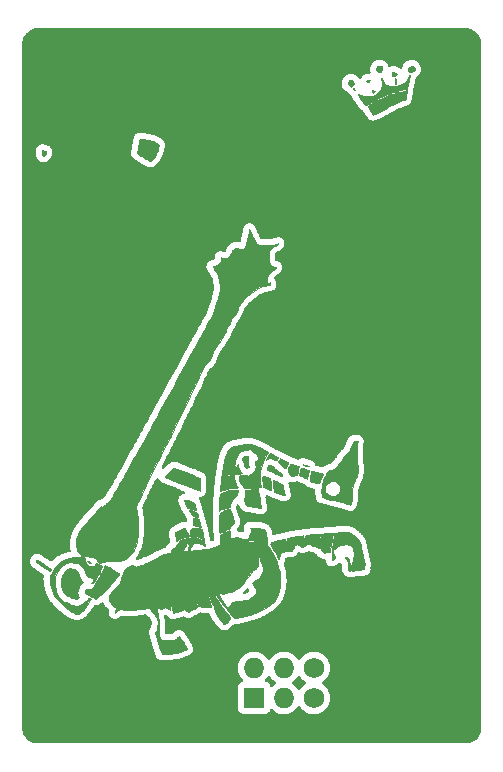
<source format=gbr>
%TF.GenerationSoftware,KiCad,Pcbnew,(6.0.7)*%
%TF.CreationDate,2022-09-06T18:29:53-05:00*%
%TF.ProjectId,BsidesKC 2022 Poster - Simple,42736964-6573-44b4-9320-323032322050,rev?*%
%TF.SameCoordinates,Original*%
%TF.FileFunction,Copper,L1,Top*%
%TF.FilePolarity,Positive*%
%FSLAX46Y46*%
G04 Gerber Fmt 4.6, Leading zero omitted, Abs format (unit mm)*
G04 Created by KiCad (PCBNEW (6.0.7)) date 2022-09-06 18:29:53*
%MOMM*%
%LPD*%
G01*
G04 APERTURE LIST*
%TA.AperFunction,EtchedComponent*%
%ADD10C,0.010000*%
%TD*%
%TA.AperFunction,ComponentPad*%
%ADD11O,1.727200X1.727200*%
%TD*%
%TA.AperFunction,ComponentPad*%
%ADD12R,1.727200X1.727200*%
%TD*%
%TA.AperFunction,ComponentPad*%
%ADD13C,1.727200*%
%TD*%
G04 APERTURE END LIST*
%TO.C,G\u002A\u002A\u002A*%
G36*
X137150657Y-122782216D02*
G01*
X137269796Y-122651303D01*
X137325520Y-122592394D01*
X137464983Y-122444731D01*
X137578181Y-122320665D01*
X137669117Y-122214190D01*
X137741789Y-122119302D01*
X137800199Y-122029997D01*
X137848347Y-121940270D01*
X137890233Y-121844117D01*
X137929858Y-121735535D01*
X137962322Y-121636617D01*
X138022573Y-121449721D01*
X138073652Y-121298014D01*
X138118213Y-121176038D01*
X138158910Y-121078332D01*
X138198399Y-120999440D01*
X138239333Y-120933901D01*
X138284367Y-120876257D01*
X138336156Y-120821049D01*
X138368495Y-120789950D01*
X138810067Y-120789950D01*
X138820650Y-120800533D01*
X138831233Y-120789950D01*
X138820650Y-120779367D01*
X138810067Y-120789950D01*
X138368495Y-120789950D01*
X138378893Y-120779951D01*
X138397745Y-120765255D01*
X138880622Y-120765255D01*
X138883528Y-120777839D01*
X138894733Y-120779367D01*
X138912156Y-120771622D01*
X138908844Y-120765255D01*
X138883724Y-120762722D01*
X138880622Y-120765255D01*
X138397745Y-120765255D01*
X138424897Y-120744089D01*
X138944122Y-120744089D01*
X138947028Y-120756672D01*
X138958233Y-120758200D01*
X138975656Y-120750455D01*
X138972344Y-120744089D01*
X138947224Y-120741555D01*
X138944122Y-120744089D01*
X138424897Y-120744089D01*
X138452051Y-120722922D01*
X139007622Y-120722922D01*
X139010528Y-120735506D01*
X139021733Y-120737033D01*
X139039156Y-120729289D01*
X139035844Y-120722922D01*
X139010724Y-120720389D01*
X139007622Y-120722922D01*
X138452051Y-120722922D01*
X138506194Y-120680718D01*
X138641172Y-120610961D01*
X138777027Y-120572477D01*
X138906956Y-120567064D01*
X139024158Y-120596520D01*
X139041639Y-120604774D01*
X139094791Y-120638407D01*
X139121514Y-120668805D01*
X139118026Y-120689478D01*
X139094053Y-120694700D01*
X139068769Y-120700176D01*
X139069330Y-120707019D01*
X139094460Y-120706308D01*
X139153452Y-120692948D01*
X139240391Y-120668786D01*
X139349364Y-120635666D01*
X139474457Y-120595436D01*
X139609757Y-120549940D01*
X139749351Y-120501024D01*
X139868400Y-120457602D01*
X140066366Y-120381387D01*
X140251827Y-120304098D01*
X140435030Y-120220955D01*
X140626218Y-120127181D01*
X140835639Y-120017997D01*
X140990233Y-119934402D01*
X141210764Y-119817249D01*
X141405249Y-119721955D01*
X141581701Y-119645235D01*
X141748131Y-119583805D01*
X141912553Y-119534382D01*
X142045670Y-119501806D01*
X142140848Y-119480066D01*
X142219659Y-119461119D01*
X142273624Y-119447068D01*
X142294142Y-119440180D01*
X142282423Y-119426258D01*
X142243648Y-119400006D01*
X142217648Y-119384768D01*
X142175489Y-119357196D01*
X142169958Y-119350088D01*
X143149233Y-119350088D01*
X143168495Y-119356603D01*
X143218879Y-119360132D01*
X143289285Y-119360730D01*
X143368611Y-119358455D01*
X143445757Y-119353362D01*
X143491096Y-119348347D01*
X143584867Y-119335494D01*
X143576588Y-119205471D01*
X143573992Y-119131464D01*
X143581134Y-119078138D01*
X143603144Y-119027426D01*
X143645153Y-118961259D01*
X143646504Y-118959250D01*
X143691788Y-118885498D01*
X143707193Y-118833794D01*
X143690022Y-118793987D01*
X143637583Y-118755929D01*
X143585182Y-118728260D01*
X143515400Y-118699130D01*
X143472820Y-118699159D01*
X143451595Y-118731052D01*
X143445891Y-118792680D01*
X143433586Y-118840141D01*
X143402181Y-118903985D01*
X143371659Y-118951430D01*
X143335112Y-119006386D01*
X143291330Y-119078167D01*
X143245700Y-119157114D01*
X143203611Y-119233570D01*
X143170452Y-119297877D01*
X143151610Y-119340377D01*
X143149233Y-119350088D01*
X142169958Y-119350088D01*
X142153907Y-119329464D01*
X142155294Y-119296964D01*
X142182041Y-119255086D01*
X142236537Y-119199220D01*
X142321175Y-119124756D01*
X142376650Y-119078188D01*
X142457269Y-119005237D01*
X142536819Y-118923549D01*
X142600443Y-118848574D01*
X142610317Y-118835231D01*
X142664320Y-118766790D01*
X142720072Y-118707323D01*
X142760665Y-118673283D01*
X142820766Y-118611309D01*
X142849533Y-118541648D01*
X142879193Y-118471080D01*
X142920116Y-118422032D01*
X142924292Y-118419100D01*
X142981367Y-118392682D01*
X143072990Y-118363208D01*
X143191609Y-118332060D01*
X143329673Y-118300621D01*
X143479629Y-118270274D01*
X143633926Y-118242400D01*
X143785011Y-118218382D01*
X143925333Y-118199604D01*
X144047340Y-118187446D01*
X144143480Y-118183292D01*
X144195256Y-118186436D01*
X144250272Y-118201270D01*
X144330652Y-118230999D01*
X144424265Y-118270868D01*
X144493317Y-118303312D01*
X144588700Y-118347472D01*
X144679373Y-118384882D01*
X144753306Y-118410814D01*
X144789650Y-118419759D01*
X144874317Y-118432416D01*
X144772497Y-118336589D01*
X144697760Y-118275794D01*
X144605656Y-118213937D01*
X144529330Y-118171272D01*
X144387981Y-118101783D01*
X144059649Y-118103142D01*
X143847227Y-118108581D01*
X143660352Y-118124682D01*
X143483023Y-118153985D01*
X143299240Y-118199032D01*
X143127252Y-118251193D01*
X143017736Y-118290371D01*
X142906349Y-118336557D01*
X142809678Y-118382610D01*
X142767419Y-118406123D01*
X142699995Y-118444647D01*
X142646528Y-118470889D01*
X142617013Y-118480034D01*
X142615053Y-118479517D01*
X142595025Y-118447824D01*
X142574990Y-118381741D01*
X142556442Y-118289184D01*
X142540873Y-118178069D01*
X142529776Y-118056313D01*
X142527291Y-118014004D01*
X142515474Y-117778059D01*
X142763562Y-117629833D01*
X142927114Y-117536733D01*
X143061613Y-117470524D01*
X143169725Y-117430061D01*
X143254116Y-117414199D01*
X143266213Y-117413867D01*
X143290694Y-117418442D01*
X143314540Y-117436238D01*
X143342184Y-117473359D01*
X143378055Y-117535907D01*
X143426586Y-117629987D01*
X143434357Y-117645452D01*
X143503281Y-117775415D01*
X143566659Y-117880465D01*
X143622027Y-117957302D01*
X143666920Y-118002623D01*
X143698875Y-118013127D01*
X143705693Y-118008873D01*
X143717629Y-117977527D01*
X143726582Y-117918434D01*
X143729860Y-117864884D01*
X143749016Y-117734214D01*
X143801559Y-117601360D01*
X143890296Y-117459244D01*
X143891257Y-117457916D01*
X143919932Y-117421421D01*
X143949429Y-117395317D01*
X143985714Y-117379383D01*
X144034754Y-117373396D01*
X144102517Y-117377135D01*
X144194971Y-117390377D01*
X144318083Y-117412900D01*
X144442425Y-117437406D01*
X144772534Y-117503307D01*
X144853901Y-117940129D01*
X144878119Y-118073116D01*
X144899071Y-118193900D01*
X144915649Y-118295601D01*
X144926741Y-118371341D01*
X144931240Y-118414239D01*
X144931181Y-118419283D01*
X144934367Y-118456439D01*
X144946159Y-118524207D01*
X144964581Y-118612213D01*
X144982723Y-118690043D01*
X145004007Y-118782853D01*
X145019193Y-118859888D01*
X145026701Y-118912322D01*
X145025837Y-118930985D01*
X145004231Y-118925732D01*
X144963348Y-118898304D01*
X144937746Y-118877144D01*
X144819021Y-118791050D01*
X144683560Y-118722742D01*
X144540320Y-118674362D01*
X144398260Y-118648051D01*
X144266336Y-118645950D01*
X144153507Y-118670203D01*
X144124966Y-118682813D01*
X144021659Y-118754915D01*
X143926337Y-118856849D01*
X143849020Y-118976161D01*
X143805618Y-119079726D01*
X143783522Y-119159939D01*
X143768138Y-119232359D01*
X143763067Y-119276749D01*
X143766491Y-119315103D01*
X143784985Y-119329856D01*
X143830876Y-119328935D01*
X143842442Y-119327774D01*
X143892823Y-119323125D01*
X143974936Y-119316185D01*
X144078296Y-119307816D01*
X144192419Y-119298878D01*
X144218150Y-119296905D01*
X144579833Y-119261885D01*
X144931839Y-119213390D01*
X145265773Y-119152903D01*
X145573236Y-119081907D01*
X145795067Y-119018362D01*
X145917501Y-118977460D01*
X146036077Y-118933964D01*
X146144198Y-118890711D01*
X146235269Y-118850537D01*
X146302694Y-118816276D01*
X146339876Y-118790765D01*
X146345070Y-118781896D01*
X146342643Y-118753722D01*
X146336137Y-118691051D01*
X146326372Y-118601434D01*
X146314165Y-118492423D01*
X146312635Y-118479008D01*
X148480492Y-118479008D01*
X148540071Y-118527501D01*
X148566168Y-118546975D01*
X148593409Y-118560039D01*
X148629910Y-118567600D01*
X148683791Y-118570562D01*
X148763169Y-118569830D01*
X148876163Y-118566308D01*
X148885400Y-118565985D01*
X149007816Y-118561356D01*
X149130619Y-118556128D01*
X149239636Y-118550937D01*
X149259582Y-118549826D01*
X149694183Y-118549826D01*
X149701582Y-118576823D01*
X149708999Y-118586326D01*
X149751577Y-118617230D01*
X149800801Y-118608618D01*
X149816733Y-118599478D01*
X149837011Y-118573447D01*
X149825804Y-118542854D01*
X149789857Y-118504311D01*
X149749060Y-118505789D01*
X149721426Y-118522541D01*
X149694183Y-118549826D01*
X149259582Y-118549826D01*
X149320695Y-118546422D01*
X149321486Y-118546371D01*
X149430332Y-118536782D01*
X149500539Y-118523968D01*
X149535735Y-118507068D01*
X149541567Y-118494050D01*
X149520740Y-118479398D01*
X149459256Y-118468759D01*
X149358602Y-118462198D01*
X149220271Y-118459783D01*
X149045752Y-118461579D01*
X148900450Y-118465456D01*
X148480492Y-118479008D01*
X146312635Y-118479008D01*
X146304616Y-118408700D01*
X146291494Y-118292712D01*
X146280584Y-118192852D01*
X146272614Y-118116060D01*
X146268309Y-118069279D01*
X146267904Y-118058066D01*
X146285417Y-118046022D01*
X146329249Y-118015050D01*
X146391308Y-117970880D01*
X146419483Y-117950757D01*
X146502227Y-117893223D01*
X146585682Y-117837847D01*
X146653845Y-117795203D01*
X146662900Y-117789900D01*
X146726077Y-117756351D01*
X146804263Y-117718950D01*
X146888218Y-117681575D01*
X146968706Y-117648102D01*
X147036488Y-117622409D01*
X147082327Y-117608372D01*
X147096746Y-117607824D01*
X147102504Y-117631133D01*
X147111985Y-117689001D01*
X147124092Y-117773927D01*
X147137728Y-117878412D01*
X147145110Y-117938410D01*
X147159226Y-118050324D01*
X147172576Y-118146770D01*
X147184022Y-118220194D01*
X147192422Y-118263042D01*
X147195212Y-118270735D01*
X147220019Y-118270832D01*
X147269966Y-118258094D01*
X147299890Y-118247901D01*
X147363778Y-118231261D01*
X147454154Y-118216281D01*
X147555180Y-118205391D01*
X147594248Y-118202766D01*
X147776922Y-118203642D01*
X147944313Y-118229684D01*
X148113675Y-118284178D01*
X148188671Y-118315948D01*
X148259680Y-118345666D01*
X148312043Y-118358606D01*
X148364851Y-118357169D01*
X148426893Y-118345910D01*
X148558282Y-118303577D01*
X148657607Y-118238656D01*
X148719795Y-118157307D01*
X148755964Y-118095693D01*
X148794946Y-118043253D01*
X148796694Y-118041312D01*
X148846551Y-117974348D01*
X148885583Y-117890865D01*
X148917679Y-117781128D01*
X148936714Y-117690846D01*
X148951968Y-117608514D01*
X148963557Y-117542320D01*
X148969605Y-117503115D01*
X148970067Y-117497836D01*
X148952049Y-117480757D01*
X148907470Y-117460233D01*
X148894887Y-117455838D01*
X148848475Y-117434111D01*
X148827697Y-117411364D01*
X148827956Y-117406572D01*
X148848760Y-117395774D01*
X148904342Y-117388308D01*
X148997129Y-117383987D01*
X149129549Y-117382626D01*
X149141260Y-117382638D01*
X149279590Y-117384261D01*
X149390620Y-117389655D01*
X149489330Y-117400413D01*
X149590698Y-117418131D01*
X149699689Y-117442067D01*
X149804382Y-117467677D01*
X149899615Y-117493272D01*
X149974577Y-117515802D01*
X150017189Y-117531600D01*
X150084891Y-117579165D01*
X150139938Y-117652800D01*
X150183144Y-117755363D01*
X150215322Y-117889717D01*
X150237285Y-118058722D01*
X150249847Y-118265238D01*
X150252426Y-118359235D01*
X150255866Y-118501430D01*
X150261785Y-118610873D01*
X150273087Y-118697142D01*
X150292678Y-118769815D01*
X150323461Y-118838472D01*
X150368342Y-118912691D01*
X150430224Y-119002051D01*
X150459940Y-119043555D01*
X150716878Y-119436012D01*
X150934620Y-119843506D01*
X151113650Y-120267261D01*
X151254453Y-120708499D01*
X151357512Y-121168445D01*
X151394761Y-121403783D01*
X151411650Y-121566374D01*
X151420804Y-121744224D01*
X151422474Y-121927296D01*
X151416907Y-122105550D01*
X151404355Y-122268950D01*
X151385065Y-122407457D01*
X151367952Y-122483283D01*
X151340559Y-122580895D01*
X151308604Y-122694719D01*
X151278979Y-122800211D01*
X151278818Y-122800783D01*
X151251532Y-122898024D01*
X151224067Y-122996059D01*
X151201977Y-123075071D01*
X151200338Y-123080946D01*
X151151813Y-123201540D01*
X151071551Y-123337435D01*
X150964590Y-123482962D01*
X150835969Y-123632450D01*
X150690725Y-123780231D01*
X150533897Y-123920634D01*
X150370522Y-124047992D01*
X150293702Y-124101204D01*
X150098271Y-124221507D01*
X149877514Y-124341486D01*
X149646986Y-124453434D01*
X149422241Y-124549644D01*
X149287567Y-124599764D01*
X149210163Y-124624757D01*
X149103815Y-124656537D01*
X148974160Y-124693630D01*
X148826834Y-124734564D01*
X148667476Y-124777869D01*
X148501722Y-124822070D01*
X148335209Y-124865697D01*
X148173575Y-124907276D01*
X148022457Y-124945336D01*
X147887492Y-124978405D01*
X147774317Y-125005010D01*
X147688569Y-125023680D01*
X147635886Y-125032941D01*
X147625983Y-125033689D01*
X147566745Y-125022398D01*
X147499831Y-124994475D01*
X147485295Y-124986133D01*
X147420001Y-124935822D01*
X147334789Y-124854525D01*
X147233052Y-124746592D01*
X147118185Y-124616374D01*
X146993579Y-124468221D01*
X146862629Y-124306484D01*
X146728727Y-124135513D01*
X146595269Y-123959660D01*
X146465645Y-123783274D01*
X146343251Y-123610706D01*
X146231480Y-123446306D01*
X146133724Y-123294426D01*
X146053377Y-123159415D01*
X146035974Y-123128010D01*
X146001108Y-123067108D01*
X145974675Y-123035925D01*
X145945873Y-123026468D01*
X145904385Y-123030668D01*
X145852904Y-123041332D01*
X145822976Y-123051830D01*
X145821689Y-123052855D01*
X145825466Y-123077315D01*
X145850483Y-123132349D01*
X145894200Y-123213507D01*
X145954074Y-123316342D01*
X146027564Y-123436404D01*
X146112128Y-123569247D01*
X146149350Y-123626283D01*
X146320881Y-123877615D01*
X146510037Y-124135789D01*
X146721958Y-124407607D01*
X146946619Y-124681766D01*
X147025208Y-124776804D01*
X147093371Y-124861279D01*
X147146776Y-124929650D01*
X147181088Y-124976378D01*
X147192067Y-124995473D01*
X147178240Y-125032145D01*
X147140701Y-125091982D01*
X147085358Y-125167907D01*
X147018122Y-125252842D01*
X146944903Y-125339710D01*
X146871610Y-125421434D01*
X146804153Y-125490935D01*
X146748443Y-125541138D01*
X146720002Y-125560793D01*
X146700046Y-125570288D01*
X146681131Y-125573204D01*
X146659565Y-125566041D01*
X146631653Y-125545297D01*
X146593702Y-125507474D01*
X146542017Y-125449070D01*
X146472905Y-125366587D01*
X146382672Y-125256523D01*
X146327565Y-125188930D01*
X146227323Y-125064282D01*
X146149152Y-124961802D01*
X146087214Y-124871828D01*
X146035669Y-124784697D01*
X145988678Y-124690750D01*
X145940400Y-124580324D01*
X145900281Y-124481992D01*
X145849628Y-124350887D01*
X145817326Y-124250268D01*
X145803564Y-124172380D01*
X145808533Y-124109471D01*
X145832425Y-124053785D01*
X145875428Y-123997569D01*
X145913159Y-123957639D01*
X145961612Y-123907795D01*
X145995425Y-123871677D01*
X146006733Y-123857927D01*
X145988150Y-123861417D01*
X145938820Y-123874955D01*
X145868369Y-123895860D01*
X145847628Y-123902219D01*
X145688523Y-123951308D01*
X145656323Y-123874242D01*
X145638570Y-123826988D01*
X145611319Y-123748658D01*
X145577726Y-123648572D01*
X145540946Y-123536052D01*
X145524386Y-123484441D01*
X145483554Y-123359199D01*
X145451379Y-123270006D01*
X145424792Y-123212232D01*
X145400727Y-123181249D01*
X145376118Y-123172428D01*
X145347897Y-123181138D01*
X145330239Y-123191400D01*
X145321279Y-123203343D01*
X145318834Y-123227510D01*
X145323921Y-123268946D01*
X145337557Y-123332695D01*
X145360759Y-123423803D01*
X145394543Y-123547316D01*
X145420822Y-123640867D01*
X145456919Y-123769419D01*
X145488690Y-123884140D01*
X145514448Y-123978806D01*
X145532506Y-124047190D01*
X145541175Y-124083069D01*
X145541691Y-124086658D01*
X145521222Y-124096025D01*
X145464859Y-124101058D01*
X145378806Y-124101909D01*
X145269264Y-124098734D01*
X145142435Y-124091686D01*
X145004520Y-124080918D01*
X144899861Y-124070740D01*
X144755578Y-124056001D01*
X144647292Y-124044440D01*
X144569134Y-124032948D01*
X144515237Y-124018414D01*
X144479732Y-123997728D01*
X144456752Y-123967781D01*
X144440430Y-123925461D01*
X144424897Y-123867660D01*
X144409896Y-123811051D01*
X144384535Y-123719816D01*
X144362636Y-123641159D01*
X144347200Y-123585860D01*
X144342205Y-123568075D01*
X144317950Y-123537025D01*
X144283383Y-123534314D01*
X144258801Y-123559534D01*
X144258915Y-123590573D01*
X144267485Y-123653337D01*
X144282996Y-123738409D01*
X144301799Y-123826962D01*
X144323191Y-123923782D01*
X144340569Y-124006338D01*
X144352035Y-124065356D01*
X144355733Y-124090772D01*
X144338359Y-124116344D01*
X144292913Y-124154085D01*
X144229413Y-124197684D01*
X144157875Y-124240833D01*
X144088316Y-124277221D01*
X144030753Y-124300540D01*
X144017067Y-124304096D01*
X143880390Y-124344931D01*
X143779253Y-124404482D01*
X143730036Y-124455343D01*
X143688599Y-124502302D01*
X143653699Y-124519256D01*
X143620905Y-124516026D01*
X143525554Y-124475807D01*
X143444508Y-124404896D01*
X143375456Y-124300149D01*
X143316085Y-124158425D01*
X143285949Y-124060824D01*
X143255700Y-123959025D01*
X143231298Y-123893328D01*
X143210331Y-123858313D01*
X143191474Y-123848533D01*
X143153900Y-123855027D01*
X143144099Y-123860723D01*
X143144037Y-123885117D01*
X143153949Y-123940507D01*
X143171930Y-124017257D01*
X143184295Y-124064085D01*
X143206202Y-124150375D01*
X143221311Y-124222526D01*
X143227566Y-124269996D01*
X143226681Y-124281316D01*
X143201346Y-124305422D01*
X143145046Y-124339049D01*
X143066775Y-124377739D01*
X142975524Y-124417035D01*
X142883579Y-124451357D01*
X142810086Y-124474863D01*
X142719723Y-124501324D01*
X142621129Y-124528517D01*
X142522941Y-124554222D01*
X142433797Y-124576217D01*
X142362336Y-124592282D01*
X142317195Y-124600194D01*
X142306022Y-124599878D01*
X142301603Y-124577049D01*
X142295355Y-124521298D01*
X142288024Y-124441959D01*
X142280354Y-124348366D01*
X142273090Y-124249852D01*
X142266977Y-124155749D01*
X142262760Y-124075393D01*
X142261589Y-124043047D01*
X142255639Y-124011283D01*
X142232063Y-123999372D01*
X142180858Y-124000714D01*
X142101483Y-124007283D01*
X142083718Y-124155450D01*
X142073884Y-124229762D01*
X142064767Y-124285537D01*
X142058246Y-124311368D01*
X142057959Y-124311736D01*
X142037392Y-124305580D01*
X141989935Y-124282000D01*
X141924809Y-124245671D01*
X141906391Y-124234876D01*
X141824736Y-124191261D01*
X141744332Y-124156089D01*
X141681560Y-124136457D01*
X141677617Y-124135741D01*
X141620201Y-124130879D01*
X141571674Y-124142305D01*
X141513598Y-124175144D01*
X141497700Y-124185758D01*
X141389535Y-124238164D01*
X141282370Y-124248788D01*
X141177883Y-124217470D01*
X141176245Y-124216629D01*
X141123508Y-124195798D01*
X141072659Y-124196034D01*
X141026560Y-124207665D01*
X140999362Y-124214859D01*
X140978385Y-124221511D01*
X140963738Y-124232434D01*
X140955531Y-124252445D01*
X140953871Y-124286357D01*
X140958867Y-124338985D01*
X140970627Y-124415144D01*
X140989262Y-124519648D01*
X141014878Y-124657313D01*
X141039709Y-124790450D01*
X141078799Y-125008357D01*
X141108823Y-125195977D01*
X141130744Y-125364151D01*
X141145522Y-125523723D01*
X141154117Y-125685533D01*
X141157490Y-125860425D01*
X141156603Y-126059239D01*
X141155999Y-126102783D01*
X141148983Y-126568450D01*
X141207195Y-126674121D01*
X141242511Y-126745973D01*
X141269233Y-126814293D01*
X141277729Y-126845480D01*
X141290053Y-126911170D01*
X141674601Y-126923742D01*
X141902727Y-126927167D01*
X142094536Y-126920398D01*
X142255091Y-126902197D01*
X142389449Y-126871321D01*
X142502673Y-126826532D01*
X142599822Y-126766588D01*
X142685957Y-126690249D01*
X142703600Y-126671493D01*
X142758152Y-126615849D01*
X142804732Y-126575535D01*
X142833974Y-126558580D01*
X142835466Y-126558474D01*
X142853170Y-126575862D01*
X142889119Y-126624001D01*
X142939787Y-126697331D01*
X143001651Y-126790297D01*
X143071185Y-126897340D01*
X143144865Y-127012904D01*
X143219167Y-127131430D01*
X143290566Y-127247361D01*
X143355536Y-127355141D01*
X143410555Y-127449210D01*
X143452097Y-127524013D01*
X143469504Y-127558205D01*
X143496708Y-127628103D01*
X143496096Y-127676077D01*
X143463468Y-127708560D01*
X143394627Y-127731988D01*
X143349946Y-127741438D01*
X143268158Y-127762454D01*
X143175753Y-127793841D01*
X143127951Y-127813350D01*
X142894077Y-127904407D01*
X142648750Y-127973731D01*
X142383701Y-128023101D01*
X142090659Y-128054298D01*
X141974483Y-128061539D01*
X141845048Y-128068733D01*
X141720919Y-128076484D01*
X141612330Y-128084092D01*
X141529513Y-128090857D01*
X141495849Y-128094290D01*
X141377048Y-128108356D01*
X141223221Y-127634736D01*
X141167833Y-127462763D01*
X141111137Y-127284119D01*
X141054775Y-127104206D01*
X141000388Y-126928426D01*
X140949619Y-126762182D01*
X140904108Y-126610877D01*
X140865499Y-126479913D01*
X140835432Y-126374693D01*
X140815549Y-126300618D01*
X140808603Y-126270367D01*
X140806504Y-126218306D01*
X140831473Y-126183282D01*
X140850518Y-126169626D01*
X140896763Y-126129886D01*
X140932769Y-126074396D01*
X140961479Y-125995861D01*
X140985834Y-125886984D01*
X141000565Y-125797544D01*
X141026116Y-125573836D01*
X141030334Y-125382433D01*
X141013282Y-125219112D01*
X141009347Y-125198950D01*
X140970925Y-125070088D01*
X140909323Y-124928135D01*
X140832339Y-124788853D01*
X140747768Y-124668004D01*
X140745011Y-124664601D01*
X140669736Y-124581256D01*
X140570821Y-124484523D01*
X140459705Y-124384709D01*
X140347829Y-124292121D01*
X140253617Y-124221872D01*
X140171637Y-124165060D01*
X139665477Y-124248701D01*
X139378620Y-124293711D01*
X139126656Y-124327647D01*
X138903669Y-124350694D01*
X138703743Y-124363043D01*
X138520963Y-124364881D01*
X138349415Y-124356396D01*
X138183182Y-124337777D01*
X138016350Y-124309211D01*
X137982017Y-124302243D01*
X137800377Y-124264490D01*
X137728430Y-124314989D01*
X137677087Y-124354913D01*
X137609523Y-124412566D01*
X137539704Y-124476000D01*
X137534618Y-124480798D01*
X137476471Y-124533281D01*
X137430315Y-124570215D01*
X137404140Y-124585352D01*
X137401532Y-124584888D01*
X137402840Y-124561282D01*
X137415378Y-124506693D01*
X137436859Y-124430254D01*
X137454605Y-124372952D01*
X137481825Y-124285989D01*
X137503199Y-124213904D01*
X137515937Y-124166328D01*
X137518270Y-124153261D01*
X137500911Y-124133974D01*
X137455976Y-124101564D01*
X137393150Y-124063006D01*
X137392387Y-124062568D01*
X137280427Y-123986062D01*
X137165948Y-123886689D01*
X137061086Y-123776470D01*
X136977980Y-123667425D01*
X136954870Y-123629235D01*
X136923185Y-123565964D01*
X136904905Y-123508287D01*
X136896532Y-123440017D01*
X136894571Y-123350140D01*
X136898926Y-123252748D01*
X136914267Y-123164088D01*
X136943854Y-123078432D01*
X136990943Y-122990053D01*
X137010203Y-122962566D01*
X146198739Y-122962566D01*
X146251454Y-123103925D01*
X146287412Y-123188012D01*
X146337636Y-123289806D01*
X146393215Y-123391589D01*
X146413050Y-123425200D01*
X146478385Y-123531506D01*
X146551643Y-123647933D01*
X146629335Y-123769225D01*
X146707968Y-123890126D01*
X146784054Y-124005379D01*
X146854102Y-124109728D01*
X146914621Y-124197917D01*
X146962122Y-124264690D01*
X146993114Y-124304789D01*
X147003359Y-124314200D01*
X147011892Y-124295426D01*
X147012895Y-124247609D01*
X147009947Y-124213658D01*
X147001093Y-124148109D01*
X146992515Y-124098299D01*
X146989451Y-124085619D01*
X147001509Y-124060435D01*
X147042103Y-124023390D01*
X147089373Y-123990710D01*
X147169872Y-123930541D01*
X147221157Y-123864563D01*
X147236209Y-123833728D01*
X147253451Y-123796445D01*
X147273031Y-123766953D01*
X147301358Y-123741363D01*
X147344838Y-123715784D01*
X147409878Y-123686328D01*
X147502885Y-123649104D01*
X147604817Y-123609940D01*
X147678434Y-123582866D01*
X147738996Y-123564781D01*
X147798299Y-123554041D01*
X147868139Y-123549005D01*
X147960312Y-123548032D01*
X148043605Y-123548878D01*
X148198583Y-123547923D01*
X148325754Y-123539630D01*
X148439191Y-123522848D01*
X148488105Y-123512540D01*
X148588429Y-123488856D01*
X148664495Y-123467093D01*
X148726990Y-123441739D01*
X148786598Y-123407282D01*
X148854006Y-123358211D01*
X148939899Y-123289015D01*
X148970777Y-123263584D01*
X149061915Y-123189101D01*
X149153772Y-123115223D01*
X149234625Y-123051315D01*
X149285115Y-123012450D01*
X149397657Y-122927783D01*
X149387065Y-122807316D01*
X149371160Y-122713180D01*
X149337715Y-122610016D01*
X149283903Y-122491136D01*
X149206899Y-122349854D01*
X149160956Y-122272261D01*
X149115127Y-122193207D01*
X149079233Y-122125231D01*
X149058193Y-122077979D01*
X149054733Y-122064081D01*
X149073490Y-122027889D01*
X149127752Y-121976575D01*
X149214506Y-121912577D01*
X149330738Y-121838336D01*
X149341777Y-121831693D01*
X149526991Y-121702039D01*
X149681376Y-121554974D01*
X149802457Y-121394207D01*
X149887764Y-121223443D01*
X149934825Y-121046390D01*
X149943733Y-120929164D01*
X149934679Y-120810940D01*
X149906622Y-120673723D01*
X149858217Y-120512494D01*
X149788119Y-120322235D01*
X149767164Y-120269833D01*
X149724094Y-120160654D01*
X149695682Y-120078984D01*
X149679175Y-120013744D01*
X149671821Y-119953854D01*
X149670866Y-119888237D01*
X149670976Y-119882759D01*
X149670949Y-119809264D01*
X149667903Y-119753996D01*
X149662595Y-119729173D01*
X149646713Y-119739047D01*
X149618623Y-119776846D01*
X149598851Y-119809330D01*
X149568936Y-119869372D01*
X149555348Y-119924625D01*
X149554523Y-119994219D01*
X149557176Y-120032972D01*
X149554503Y-120177919D01*
X149533508Y-120269782D01*
X149512858Y-120349607D01*
X149500649Y-120429059D01*
X149499233Y-120456710D01*
X149482435Y-120591814D01*
X149435910Y-120721266D01*
X149365460Y-120829690D01*
X149353536Y-120842824D01*
X149298832Y-120894519D01*
X149252637Y-120919967D01*
X149198972Y-120927448D01*
X149190076Y-120927533D01*
X149107198Y-120927533D01*
X148638694Y-121557242D01*
X148526324Y-121707379D01*
X148416396Y-121852578D01*
X148312759Y-121987879D01*
X148219257Y-122108324D01*
X148139737Y-122208953D01*
X148078045Y-122284808D01*
X148041465Y-122327230D01*
X147874506Y-122485418D01*
X147690389Y-122612718D01*
X147483732Y-122711887D01*
X147249149Y-122785684D01*
X147075650Y-122821963D01*
X146941738Y-122849886D01*
X146832434Y-122884520D01*
X146730023Y-122931638D01*
X146715817Y-122939239D01*
X146567650Y-123019652D01*
X146504150Y-122968218D01*
X146440232Y-122930774D01*
X146382442Y-122927575D01*
X146315550Y-122940143D01*
X146261486Y-122950466D01*
X146198739Y-122962566D01*
X137010203Y-122962566D01*
X137058791Y-122893224D01*
X137150657Y-122782216D01*
G37*
D10*
X137150657Y-122782216D02*
X137269796Y-122651303D01*
X137325520Y-122592394D01*
X137464983Y-122444731D01*
X137578181Y-122320665D01*
X137669117Y-122214190D01*
X137741789Y-122119302D01*
X137800199Y-122029997D01*
X137848347Y-121940270D01*
X137890233Y-121844117D01*
X137929858Y-121735535D01*
X137962322Y-121636617D01*
X138022573Y-121449721D01*
X138073652Y-121298014D01*
X138118213Y-121176038D01*
X138158910Y-121078332D01*
X138198399Y-120999440D01*
X138239333Y-120933901D01*
X138284367Y-120876257D01*
X138336156Y-120821049D01*
X138368495Y-120789950D01*
X138810067Y-120789950D01*
X138820650Y-120800533D01*
X138831233Y-120789950D01*
X138820650Y-120779367D01*
X138810067Y-120789950D01*
X138368495Y-120789950D01*
X138378893Y-120779951D01*
X138397745Y-120765255D01*
X138880622Y-120765255D01*
X138883528Y-120777839D01*
X138894733Y-120779367D01*
X138912156Y-120771622D01*
X138908844Y-120765255D01*
X138883724Y-120762722D01*
X138880622Y-120765255D01*
X138397745Y-120765255D01*
X138424897Y-120744089D01*
X138944122Y-120744089D01*
X138947028Y-120756672D01*
X138958233Y-120758200D01*
X138975656Y-120750455D01*
X138972344Y-120744089D01*
X138947224Y-120741555D01*
X138944122Y-120744089D01*
X138424897Y-120744089D01*
X138452051Y-120722922D01*
X139007622Y-120722922D01*
X139010528Y-120735506D01*
X139021733Y-120737033D01*
X139039156Y-120729289D01*
X139035844Y-120722922D01*
X139010724Y-120720389D01*
X139007622Y-120722922D01*
X138452051Y-120722922D01*
X138506194Y-120680718D01*
X138641172Y-120610961D01*
X138777027Y-120572477D01*
X138906956Y-120567064D01*
X139024158Y-120596520D01*
X139041639Y-120604774D01*
X139094791Y-120638407D01*
X139121514Y-120668805D01*
X139118026Y-120689478D01*
X139094053Y-120694700D01*
X139068769Y-120700176D01*
X139069330Y-120707019D01*
X139094460Y-120706308D01*
X139153452Y-120692948D01*
X139240391Y-120668786D01*
X139349364Y-120635666D01*
X139474457Y-120595436D01*
X139609757Y-120549940D01*
X139749351Y-120501024D01*
X139868400Y-120457602D01*
X140066366Y-120381387D01*
X140251827Y-120304098D01*
X140435030Y-120220955D01*
X140626218Y-120127181D01*
X140835639Y-120017997D01*
X140990233Y-119934402D01*
X141210764Y-119817249D01*
X141405249Y-119721955D01*
X141581701Y-119645235D01*
X141748131Y-119583805D01*
X141912553Y-119534382D01*
X142045670Y-119501806D01*
X142140848Y-119480066D01*
X142219659Y-119461119D01*
X142273624Y-119447068D01*
X142294142Y-119440180D01*
X142282423Y-119426258D01*
X142243648Y-119400006D01*
X142217648Y-119384768D01*
X142175489Y-119357196D01*
X142169958Y-119350088D01*
X143149233Y-119350088D01*
X143168495Y-119356603D01*
X143218879Y-119360132D01*
X143289285Y-119360730D01*
X143368611Y-119358455D01*
X143445757Y-119353362D01*
X143491096Y-119348347D01*
X143584867Y-119335494D01*
X143576588Y-119205471D01*
X143573992Y-119131464D01*
X143581134Y-119078138D01*
X143603144Y-119027426D01*
X143645153Y-118961259D01*
X143646504Y-118959250D01*
X143691788Y-118885498D01*
X143707193Y-118833794D01*
X143690022Y-118793987D01*
X143637583Y-118755929D01*
X143585182Y-118728260D01*
X143515400Y-118699130D01*
X143472820Y-118699159D01*
X143451595Y-118731052D01*
X143445891Y-118792680D01*
X143433586Y-118840141D01*
X143402181Y-118903985D01*
X143371659Y-118951430D01*
X143335112Y-119006386D01*
X143291330Y-119078167D01*
X143245700Y-119157114D01*
X143203611Y-119233570D01*
X143170452Y-119297877D01*
X143151610Y-119340377D01*
X143149233Y-119350088D01*
X142169958Y-119350088D01*
X142153907Y-119329464D01*
X142155294Y-119296964D01*
X142182041Y-119255086D01*
X142236537Y-119199220D01*
X142321175Y-119124756D01*
X142376650Y-119078188D01*
X142457269Y-119005237D01*
X142536819Y-118923549D01*
X142600443Y-118848574D01*
X142610317Y-118835231D01*
X142664320Y-118766790D01*
X142720072Y-118707323D01*
X142760665Y-118673283D01*
X142820766Y-118611309D01*
X142849533Y-118541648D01*
X142879193Y-118471080D01*
X142920116Y-118422032D01*
X142924292Y-118419100D01*
X142981367Y-118392682D01*
X143072990Y-118363208D01*
X143191609Y-118332060D01*
X143329673Y-118300621D01*
X143479629Y-118270274D01*
X143633926Y-118242400D01*
X143785011Y-118218382D01*
X143925333Y-118199604D01*
X144047340Y-118187446D01*
X144143480Y-118183292D01*
X144195256Y-118186436D01*
X144250272Y-118201270D01*
X144330652Y-118230999D01*
X144424265Y-118270868D01*
X144493317Y-118303312D01*
X144588700Y-118347472D01*
X144679373Y-118384882D01*
X144753306Y-118410814D01*
X144789650Y-118419759D01*
X144874317Y-118432416D01*
X144772497Y-118336589D01*
X144697760Y-118275794D01*
X144605656Y-118213937D01*
X144529330Y-118171272D01*
X144387981Y-118101783D01*
X144059649Y-118103142D01*
X143847227Y-118108581D01*
X143660352Y-118124682D01*
X143483023Y-118153985D01*
X143299240Y-118199032D01*
X143127252Y-118251193D01*
X143017736Y-118290371D01*
X142906349Y-118336557D01*
X142809678Y-118382610D01*
X142767419Y-118406123D01*
X142699995Y-118444647D01*
X142646528Y-118470889D01*
X142617013Y-118480034D01*
X142615053Y-118479517D01*
X142595025Y-118447824D01*
X142574990Y-118381741D01*
X142556442Y-118289184D01*
X142540873Y-118178069D01*
X142529776Y-118056313D01*
X142527291Y-118014004D01*
X142515474Y-117778059D01*
X142763562Y-117629833D01*
X142927114Y-117536733D01*
X143061613Y-117470524D01*
X143169725Y-117430061D01*
X143254116Y-117414199D01*
X143266213Y-117413867D01*
X143290694Y-117418442D01*
X143314540Y-117436238D01*
X143342184Y-117473359D01*
X143378055Y-117535907D01*
X143426586Y-117629987D01*
X143434357Y-117645452D01*
X143503281Y-117775415D01*
X143566659Y-117880465D01*
X143622027Y-117957302D01*
X143666920Y-118002623D01*
X143698875Y-118013127D01*
X143705693Y-118008873D01*
X143717629Y-117977527D01*
X143726582Y-117918434D01*
X143729860Y-117864884D01*
X143749016Y-117734214D01*
X143801559Y-117601360D01*
X143890296Y-117459244D01*
X143891257Y-117457916D01*
X143919932Y-117421421D01*
X143949429Y-117395317D01*
X143985714Y-117379383D01*
X144034754Y-117373396D01*
X144102517Y-117377135D01*
X144194971Y-117390377D01*
X144318083Y-117412900D01*
X144442425Y-117437406D01*
X144772534Y-117503307D01*
X144853901Y-117940129D01*
X144878119Y-118073116D01*
X144899071Y-118193900D01*
X144915649Y-118295601D01*
X144926741Y-118371341D01*
X144931240Y-118414239D01*
X144931181Y-118419283D01*
X144934367Y-118456439D01*
X144946159Y-118524207D01*
X144964581Y-118612213D01*
X144982723Y-118690043D01*
X145004007Y-118782853D01*
X145019193Y-118859888D01*
X145026701Y-118912322D01*
X145025837Y-118930985D01*
X145004231Y-118925732D01*
X144963348Y-118898304D01*
X144937746Y-118877144D01*
X144819021Y-118791050D01*
X144683560Y-118722742D01*
X144540320Y-118674362D01*
X144398260Y-118648051D01*
X144266336Y-118645950D01*
X144153507Y-118670203D01*
X144124966Y-118682813D01*
X144021659Y-118754915D01*
X143926337Y-118856849D01*
X143849020Y-118976161D01*
X143805618Y-119079726D01*
X143783522Y-119159939D01*
X143768138Y-119232359D01*
X143763067Y-119276749D01*
X143766491Y-119315103D01*
X143784985Y-119329856D01*
X143830876Y-119328935D01*
X143842442Y-119327774D01*
X143892823Y-119323125D01*
X143974936Y-119316185D01*
X144078296Y-119307816D01*
X144192419Y-119298878D01*
X144218150Y-119296905D01*
X144579833Y-119261885D01*
X144931839Y-119213390D01*
X145265773Y-119152903D01*
X145573236Y-119081907D01*
X145795067Y-119018362D01*
X145917501Y-118977460D01*
X146036077Y-118933964D01*
X146144198Y-118890711D01*
X146235269Y-118850537D01*
X146302694Y-118816276D01*
X146339876Y-118790765D01*
X146345070Y-118781896D01*
X146342643Y-118753722D01*
X146336137Y-118691051D01*
X146326372Y-118601434D01*
X146314165Y-118492423D01*
X146312635Y-118479008D01*
X148480492Y-118479008D01*
X148540071Y-118527501D01*
X148566168Y-118546975D01*
X148593409Y-118560039D01*
X148629910Y-118567600D01*
X148683791Y-118570562D01*
X148763169Y-118569830D01*
X148876163Y-118566308D01*
X148885400Y-118565985D01*
X149007816Y-118561356D01*
X149130619Y-118556128D01*
X149239636Y-118550937D01*
X149259582Y-118549826D01*
X149694183Y-118549826D01*
X149701582Y-118576823D01*
X149708999Y-118586326D01*
X149751577Y-118617230D01*
X149800801Y-118608618D01*
X149816733Y-118599478D01*
X149837011Y-118573447D01*
X149825804Y-118542854D01*
X149789857Y-118504311D01*
X149749060Y-118505789D01*
X149721426Y-118522541D01*
X149694183Y-118549826D01*
X149259582Y-118549826D01*
X149320695Y-118546422D01*
X149321486Y-118546371D01*
X149430332Y-118536782D01*
X149500539Y-118523968D01*
X149535735Y-118507068D01*
X149541567Y-118494050D01*
X149520740Y-118479398D01*
X149459256Y-118468759D01*
X149358602Y-118462198D01*
X149220271Y-118459783D01*
X149045752Y-118461579D01*
X148900450Y-118465456D01*
X148480492Y-118479008D01*
X146312635Y-118479008D01*
X146304616Y-118408700D01*
X146291494Y-118292712D01*
X146280584Y-118192852D01*
X146272614Y-118116060D01*
X146268309Y-118069279D01*
X146267904Y-118058066D01*
X146285417Y-118046022D01*
X146329249Y-118015050D01*
X146391308Y-117970880D01*
X146419483Y-117950757D01*
X146502227Y-117893223D01*
X146585682Y-117837847D01*
X146653845Y-117795203D01*
X146662900Y-117789900D01*
X146726077Y-117756351D01*
X146804263Y-117718950D01*
X146888218Y-117681575D01*
X146968706Y-117648102D01*
X147036488Y-117622409D01*
X147082327Y-117608372D01*
X147096746Y-117607824D01*
X147102504Y-117631133D01*
X147111985Y-117689001D01*
X147124092Y-117773927D01*
X147137728Y-117878412D01*
X147145110Y-117938410D01*
X147159226Y-118050324D01*
X147172576Y-118146770D01*
X147184022Y-118220194D01*
X147192422Y-118263042D01*
X147195212Y-118270735D01*
X147220019Y-118270832D01*
X147269966Y-118258094D01*
X147299890Y-118247901D01*
X147363778Y-118231261D01*
X147454154Y-118216281D01*
X147555180Y-118205391D01*
X147594248Y-118202766D01*
X147776922Y-118203642D01*
X147944313Y-118229684D01*
X148113675Y-118284178D01*
X148188671Y-118315948D01*
X148259680Y-118345666D01*
X148312043Y-118358606D01*
X148364851Y-118357169D01*
X148426893Y-118345910D01*
X148558282Y-118303577D01*
X148657607Y-118238656D01*
X148719795Y-118157307D01*
X148755964Y-118095693D01*
X148794946Y-118043253D01*
X148796694Y-118041312D01*
X148846551Y-117974348D01*
X148885583Y-117890865D01*
X148917679Y-117781128D01*
X148936714Y-117690846D01*
X148951968Y-117608514D01*
X148963557Y-117542320D01*
X148969605Y-117503115D01*
X148970067Y-117497836D01*
X148952049Y-117480757D01*
X148907470Y-117460233D01*
X148894887Y-117455838D01*
X148848475Y-117434111D01*
X148827697Y-117411364D01*
X148827956Y-117406572D01*
X148848760Y-117395774D01*
X148904342Y-117388308D01*
X148997129Y-117383987D01*
X149129549Y-117382626D01*
X149141260Y-117382638D01*
X149279590Y-117384261D01*
X149390620Y-117389655D01*
X149489330Y-117400413D01*
X149590698Y-117418131D01*
X149699689Y-117442067D01*
X149804382Y-117467677D01*
X149899615Y-117493272D01*
X149974577Y-117515802D01*
X150017189Y-117531600D01*
X150084891Y-117579165D01*
X150139938Y-117652800D01*
X150183144Y-117755363D01*
X150215322Y-117889717D01*
X150237285Y-118058722D01*
X150249847Y-118265238D01*
X150252426Y-118359235D01*
X150255866Y-118501430D01*
X150261785Y-118610873D01*
X150273087Y-118697142D01*
X150292678Y-118769815D01*
X150323461Y-118838472D01*
X150368342Y-118912691D01*
X150430224Y-119002051D01*
X150459940Y-119043555D01*
X150716878Y-119436012D01*
X150934620Y-119843506D01*
X151113650Y-120267261D01*
X151254453Y-120708499D01*
X151357512Y-121168445D01*
X151394761Y-121403783D01*
X151411650Y-121566374D01*
X151420804Y-121744224D01*
X151422474Y-121927296D01*
X151416907Y-122105550D01*
X151404355Y-122268950D01*
X151385065Y-122407457D01*
X151367952Y-122483283D01*
X151340559Y-122580895D01*
X151308604Y-122694719D01*
X151278979Y-122800211D01*
X151278818Y-122800783D01*
X151251532Y-122898024D01*
X151224067Y-122996059D01*
X151201977Y-123075071D01*
X151200338Y-123080946D01*
X151151813Y-123201540D01*
X151071551Y-123337435D01*
X150964590Y-123482962D01*
X150835969Y-123632450D01*
X150690725Y-123780231D01*
X150533897Y-123920634D01*
X150370522Y-124047992D01*
X150293702Y-124101204D01*
X150098271Y-124221507D01*
X149877514Y-124341486D01*
X149646986Y-124453434D01*
X149422241Y-124549644D01*
X149287567Y-124599764D01*
X149210163Y-124624757D01*
X149103815Y-124656537D01*
X148974160Y-124693630D01*
X148826834Y-124734564D01*
X148667476Y-124777869D01*
X148501722Y-124822070D01*
X148335209Y-124865697D01*
X148173575Y-124907276D01*
X148022457Y-124945336D01*
X147887492Y-124978405D01*
X147774317Y-125005010D01*
X147688569Y-125023680D01*
X147635886Y-125032941D01*
X147625983Y-125033689D01*
X147566745Y-125022398D01*
X147499831Y-124994475D01*
X147485295Y-124986133D01*
X147420001Y-124935822D01*
X147334789Y-124854525D01*
X147233052Y-124746592D01*
X147118185Y-124616374D01*
X146993579Y-124468221D01*
X146862629Y-124306484D01*
X146728727Y-124135513D01*
X146595269Y-123959660D01*
X146465645Y-123783274D01*
X146343251Y-123610706D01*
X146231480Y-123446306D01*
X146133724Y-123294426D01*
X146053377Y-123159415D01*
X146035974Y-123128010D01*
X146001108Y-123067108D01*
X145974675Y-123035925D01*
X145945873Y-123026468D01*
X145904385Y-123030668D01*
X145852904Y-123041332D01*
X145822976Y-123051830D01*
X145821689Y-123052855D01*
X145825466Y-123077315D01*
X145850483Y-123132349D01*
X145894200Y-123213507D01*
X145954074Y-123316342D01*
X146027564Y-123436404D01*
X146112128Y-123569247D01*
X146149350Y-123626283D01*
X146320881Y-123877615D01*
X146510037Y-124135789D01*
X146721958Y-124407607D01*
X146946619Y-124681766D01*
X147025208Y-124776804D01*
X147093371Y-124861279D01*
X147146776Y-124929650D01*
X147181088Y-124976378D01*
X147192067Y-124995473D01*
X147178240Y-125032145D01*
X147140701Y-125091982D01*
X147085358Y-125167907D01*
X147018122Y-125252842D01*
X146944903Y-125339710D01*
X146871610Y-125421434D01*
X146804153Y-125490935D01*
X146748443Y-125541138D01*
X146720002Y-125560793D01*
X146700046Y-125570288D01*
X146681131Y-125573204D01*
X146659565Y-125566041D01*
X146631653Y-125545297D01*
X146593702Y-125507474D01*
X146542017Y-125449070D01*
X146472905Y-125366587D01*
X146382672Y-125256523D01*
X146327565Y-125188930D01*
X146227323Y-125064282D01*
X146149152Y-124961802D01*
X146087214Y-124871828D01*
X146035669Y-124784697D01*
X145988678Y-124690750D01*
X145940400Y-124580324D01*
X145900281Y-124481992D01*
X145849628Y-124350887D01*
X145817326Y-124250268D01*
X145803564Y-124172380D01*
X145808533Y-124109471D01*
X145832425Y-124053785D01*
X145875428Y-123997569D01*
X145913159Y-123957639D01*
X145961612Y-123907795D01*
X145995425Y-123871677D01*
X146006733Y-123857927D01*
X145988150Y-123861417D01*
X145938820Y-123874955D01*
X145868369Y-123895860D01*
X145847628Y-123902219D01*
X145688523Y-123951308D01*
X145656323Y-123874242D01*
X145638570Y-123826988D01*
X145611319Y-123748658D01*
X145577726Y-123648572D01*
X145540946Y-123536052D01*
X145524386Y-123484441D01*
X145483554Y-123359199D01*
X145451379Y-123270006D01*
X145424792Y-123212232D01*
X145400727Y-123181249D01*
X145376118Y-123172428D01*
X145347897Y-123181138D01*
X145330239Y-123191400D01*
X145321279Y-123203343D01*
X145318834Y-123227510D01*
X145323921Y-123268946D01*
X145337557Y-123332695D01*
X145360759Y-123423803D01*
X145394543Y-123547316D01*
X145420822Y-123640867D01*
X145456919Y-123769419D01*
X145488690Y-123884140D01*
X145514448Y-123978806D01*
X145532506Y-124047190D01*
X145541175Y-124083069D01*
X145541691Y-124086658D01*
X145521222Y-124096025D01*
X145464859Y-124101058D01*
X145378806Y-124101909D01*
X145269264Y-124098734D01*
X145142435Y-124091686D01*
X145004520Y-124080918D01*
X144899861Y-124070740D01*
X144755578Y-124056001D01*
X144647292Y-124044440D01*
X144569134Y-124032948D01*
X144515237Y-124018414D01*
X144479732Y-123997728D01*
X144456752Y-123967781D01*
X144440430Y-123925461D01*
X144424897Y-123867660D01*
X144409896Y-123811051D01*
X144384535Y-123719816D01*
X144362636Y-123641159D01*
X144347200Y-123585860D01*
X144342205Y-123568075D01*
X144317950Y-123537025D01*
X144283383Y-123534314D01*
X144258801Y-123559534D01*
X144258915Y-123590573D01*
X144267485Y-123653337D01*
X144282996Y-123738409D01*
X144301799Y-123826962D01*
X144323191Y-123923782D01*
X144340569Y-124006338D01*
X144352035Y-124065356D01*
X144355733Y-124090772D01*
X144338359Y-124116344D01*
X144292913Y-124154085D01*
X144229413Y-124197684D01*
X144157875Y-124240833D01*
X144088316Y-124277221D01*
X144030753Y-124300540D01*
X144017067Y-124304096D01*
X143880390Y-124344931D01*
X143779253Y-124404482D01*
X143730036Y-124455343D01*
X143688599Y-124502302D01*
X143653699Y-124519256D01*
X143620905Y-124516026D01*
X143525554Y-124475807D01*
X143444508Y-124404896D01*
X143375456Y-124300149D01*
X143316085Y-124158425D01*
X143285949Y-124060824D01*
X143255700Y-123959025D01*
X143231298Y-123893328D01*
X143210331Y-123858313D01*
X143191474Y-123848533D01*
X143153900Y-123855027D01*
X143144099Y-123860723D01*
X143144037Y-123885117D01*
X143153949Y-123940507D01*
X143171930Y-124017257D01*
X143184295Y-124064085D01*
X143206202Y-124150375D01*
X143221311Y-124222526D01*
X143227566Y-124269996D01*
X143226681Y-124281316D01*
X143201346Y-124305422D01*
X143145046Y-124339049D01*
X143066775Y-124377739D01*
X142975524Y-124417035D01*
X142883579Y-124451357D01*
X142810086Y-124474863D01*
X142719723Y-124501324D01*
X142621129Y-124528517D01*
X142522941Y-124554222D01*
X142433797Y-124576217D01*
X142362336Y-124592282D01*
X142317195Y-124600194D01*
X142306022Y-124599878D01*
X142301603Y-124577049D01*
X142295355Y-124521298D01*
X142288024Y-124441959D01*
X142280354Y-124348366D01*
X142273090Y-124249852D01*
X142266977Y-124155749D01*
X142262760Y-124075393D01*
X142261589Y-124043047D01*
X142255639Y-124011283D01*
X142232063Y-123999372D01*
X142180858Y-124000714D01*
X142101483Y-124007283D01*
X142083718Y-124155450D01*
X142073884Y-124229762D01*
X142064767Y-124285537D01*
X142058246Y-124311368D01*
X142057959Y-124311736D01*
X142037392Y-124305580D01*
X141989935Y-124282000D01*
X141924809Y-124245671D01*
X141906391Y-124234876D01*
X141824736Y-124191261D01*
X141744332Y-124156089D01*
X141681560Y-124136457D01*
X141677617Y-124135741D01*
X141620201Y-124130879D01*
X141571674Y-124142305D01*
X141513598Y-124175144D01*
X141497700Y-124185758D01*
X141389535Y-124238164D01*
X141282370Y-124248788D01*
X141177883Y-124217470D01*
X141176245Y-124216629D01*
X141123508Y-124195798D01*
X141072659Y-124196034D01*
X141026560Y-124207665D01*
X140999362Y-124214859D01*
X140978385Y-124221511D01*
X140963738Y-124232434D01*
X140955531Y-124252445D01*
X140953871Y-124286357D01*
X140958867Y-124338985D01*
X140970627Y-124415144D01*
X140989262Y-124519648D01*
X141014878Y-124657313D01*
X141039709Y-124790450D01*
X141078799Y-125008357D01*
X141108823Y-125195977D01*
X141130744Y-125364151D01*
X141145522Y-125523723D01*
X141154117Y-125685533D01*
X141157490Y-125860425D01*
X141156603Y-126059239D01*
X141155999Y-126102783D01*
X141148983Y-126568450D01*
X141207195Y-126674121D01*
X141242511Y-126745973D01*
X141269233Y-126814293D01*
X141277729Y-126845480D01*
X141290053Y-126911170D01*
X141674601Y-126923742D01*
X141902727Y-126927167D01*
X142094536Y-126920398D01*
X142255091Y-126902197D01*
X142389449Y-126871321D01*
X142502673Y-126826532D01*
X142599822Y-126766588D01*
X142685957Y-126690249D01*
X142703600Y-126671493D01*
X142758152Y-126615849D01*
X142804732Y-126575535D01*
X142833974Y-126558580D01*
X142835466Y-126558474D01*
X142853170Y-126575862D01*
X142889119Y-126624001D01*
X142939787Y-126697331D01*
X143001651Y-126790297D01*
X143071185Y-126897340D01*
X143144865Y-127012904D01*
X143219167Y-127131430D01*
X143290566Y-127247361D01*
X143355536Y-127355141D01*
X143410555Y-127449210D01*
X143452097Y-127524013D01*
X143469504Y-127558205D01*
X143496708Y-127628103D01*
X143496096Y-127676077D01*
X143463468Y-127708560D01*
X143394627Y-127731988D01*
X143349946Y-127741438D01*
X143268158Y-127762454D01*
X143175753Y-127793841D01*
X143127951Y-127813350D01*
X142894077Y-127904407D01*
X142648750Y-127973731D01*
X142383701Y-128023101D01*
X142090659Y-128054298D01*
X141974483Y-128061539D01*
X141845048Y-128068733D01*
X141720919Y-128076484D01*
X141612330Y-128084092D01*
X141529513Y-128090857D01*
X141495849Y-128094290D01*
X141377048Y-128108356D01*
X141223221Y-127634736D01*
X141167833Y-127462763D01*
X141111137Y-127284119D01*
X141054775Y-127104206D01*
X141000388Y-126928426D01*
X140949619Y-126762182D01*
X140904108Y-126610877D01*
X140865499Y-126479913D01*
X140835432Y-126374693D01*
X140815549Y-126300618D01*
X140808603Y-126270367D01*
X140806504Y-126218306D01*
X140831473Y-126183282D01*
X140850518Y-126169626D01*
X140896763Y-126129886D01*
X140932769Y-126074396D01*
X140961479Y-125995861D01*
X140985834Y-125886984D01*
X141000565Y-125797544D01*
X141026116Y-125573836D01*
X141030334Y-125382433D01*
X141013282Y-125219112D01*
X141009347Y-125198950D01*
X140970925Y-125070088D01*
X140909323Y-124928135D01*
X140832339Y-124788853D01*
X140747768Y-124668004D01*
X140745011Y-124664601D01*
X140669736Y-124581256D01*
X140570821Y-124484523D01*
X140459705Y-124384709D01*
X140347829Y-124292121D01*
X140253617Y-124221872D01*
X140171637Y-124165060D01*
X139665477Y-124248701D01*
X139378620Y-124293711D01*
X139126656Y-124327647D01*
X138903669Y-124350694D01*
X138703743Y-124363043D01*
X138520963Y-124364881D01*
X138349415Y-124356396D01*
X138183182Y-124337777D01*
X138016350Y-124309211D01*
X137982017Y-124302243D01*
X137800377Y-124264490D01*
X137728430Y-124314989D01*
X137677087Y-124354913D01*
X137609523Y-124412566D01*
X137539704Y-124476000D01*
X137534618Y-124480798D01*
X137476471Y-124533281D01*
X137430315Y-124570215D01*
X137404140Y-124585352D01*
X137401532Y-124584888D01*
X137402840Y-124561282D01*
X137415378Y-124506693D01*
X137436859Y-124430254D01*
X137454605Y-124372952D01*
X137481825Y-124285989D01*
X137503199Y-124213904D01*
X137515937Y-124166328D01*
X137518270Y-124153261D01*
X137500911Y-124133974D01*
X137455976Y-124101564D01*
X137393150Y-124063006D01*
X137392387Y-124062568D01*
X137280427Y-123986062D01*
X137165948Y-123886689D01*
X137061086Y-123776470D01*
X136977980Y-123667425D01*
X136954870Y-123629235D01*
X136923185Y-123565964D01*
X136904905Y-123508287D01*
X136896532Y-123440017D01*
X136894571Y-123350140D01*
X136898926Y-123252748D01*
X136914267Y-123164088D01*
X136943854Y-123078432D01*
X136990943Y-122990053D01*
X137010203Y-122962566D01*
X146198739Y-122962566D01*
X146251454Y-123103925D01*
X146287412Y-123188012D01*
X146337636Y-123289806D01*
X146393215Y-123391589D01*
X146413050Y-123425200D01*
X146478385Y-123531506D01*
X146551643Y-123647933D01*
X146629335Y-123769225D01*
X146707968Y-123890126D01*
X146784054Y-124005379D01*
X146854102Y-124109728D01*
X146914621Y-124197917D01*
X146962122Y-124264690D01*
X146993114Y-124304789D01*
X147003359Y-124314200D01*
X147011892Y-124295426D01*
X147012895Y-124247609D01*
X147009947Y-124213658D01*
X147001093Y-124148109D01*
X146992515Y-124098299D01*
X146989451Y-124085619D01*
X147001509Y-124060435D01*
X147042103Y-124023390D01*
X147089373Y-123990710D01*
X147169872Y-123930541D01*
X147221157Y-123864563D01*
X147236209Y-123833728D01*
X147253451Y-123796445D01*
X147273031Y-123766953D01*
X147301358Y-123741363D01*
X147344838Y-123715784D01*
X147409878Y-123686328D01*
X147502885Y-123649104D01*
X147604817Y-123609940D01*
X147678434Y-123582866D01*
X147738996Y-123564781D01*
X147798299Y-123554041D01*
X147868139Y-123549005D01*
X147960312Y-123548032D01*
X148043605Y-123548878D01*
X148198583Y-123547923D01*
X148325754Y-123539630D01*
X148439191Y-123522848D01*
X148488105Y-123512540D01*
X148588429Y-123488856D01*
X148664495Y-123467093D01*
X148726990Y-123441739D01*
X148786598Y-123407282D01*
X148854006Y-123358211D01*
X148939899Y-123289015D01*
X148970777Y-123263584D01*
X149061915Y-123189101D01*
X149153772Y-123115223D01*
X149234625Y-123051315D01*
X149285115Y-123012450D01*
X149397657Y-122927783D01*
X149387065Y-122807316D01*
X149371160Y-122713180D01*
X149337715Y-122610016D01*
X149283903Y-122491136D01*
X149206899Y-122349854D01*
X149160956Y-122272261D01*
X149115127Y-122193207D01*
X149079233Y-122125231D01*
X149058193Y-122077979D01*
X149054733Y-122064081D01*
X149073490Y-122027889D01*
X149127752Y-121976575D01*
X149214506Y-121912577D01*
X149330738Y-121838336D01*
X149341777Y-121831693D01*
X149526991Y-121702039D01*
X149681376Y-121554974D01*
X149802457Y-121394207D01*
X149887764Y-121223443D01*
X149934825Y-121046390D01*
X149943733Y-120929164D01*
X149934679Y-120810940D01*
X149906622Y-120673723D01*
X149858217Y-120512494D01*
X149788119Y-120322235D01*
X149767164Y-120269833D01*
X149724094Y-120160654D01*
X149695682Y-120078984D01*
X149679175Y-120013744D01*
X149671821Y-119953854D01*
X149670866Y-119888237D01*
X149670976Y-119882759D01*
X149670949Y-119809264D01*
X149667903Y-119753996D01*
X149662595Y-119729173D01*
X149646713Y-119739047D01*
X149618623Y-119776846D01*
X149598851Y-119809330D01*
X149568936Y-119869372D01*
X149555348Y-119924625D01*
X149554523Y-119994219D01*
X149557176Y-120032972D01*
X149554503Y-120177919D01*
X149533508Y-120269782D01*
X149512858Y-120349607D01*
X149500649Y-120429059D01*
X149499233Y-120456710D01*
X149482435Y-120591814D01*
X149435910Y-120721266D01*
X149365460Y-120829690D01*
X149353536Y-120842824D01*
X149298832Y-120894519D01*
X149252637Y-120919967D01*
X149198972Y-120927448D01*
X149190076Y-120927533D01*
X149107198Y-120927533D01*
X148638694Y-121557242D01*
X148526324Y-121707379D01*
X148416396Y-121852578D01*
X148312759Y-121987879D01*
X148219257Y-122108324D01*
X148139737Y-122208953D01*
X148078045Y-122284808D01*
X148041465Y-122327230D01*
X147874506Y-122485418D01*
X147690389Y-122612718D01*
X147483732Y-122711887D01*
X147249149Y-122785684D01*
X147075650Y-122821963D01*
X146941738Y-122849886D01*
X146832434Y-122884520D01*
X146730023Y-122931638D01*
X146715817Y-122939239D01*
X146567650Y-123019652D01*
X146504150Y-122968218D01*
X146440232Y-122930774D01*
X146382442Y-122927575D01*
X146315550Y-122940143D01*
X146261486Y-122950466D01*
X146198739Y-122962566D01*
X137010203Y-122962566D01*
X137058791Y-122893224D01*
X137150657Y-122782216D01*
G36*
X135571771Y-116281450D02*
G01*
X135685101Y-116163699D01*
X135798290Y-116043233D01*
X135904738Y-115927286D01*
X135997851Y-115823088D01*
X136071030Y-115737871D01*
X136098795Y-115703739D01*
X136159904Y-115628204D01*
X136211514Y-115567902D01*
X136248194Y-115528939D01*
X136264511Y-115517422D01*
X136264517Y-115517428D01*
X136260904Y-115540025D01*
X136240518Y-115587032D01*
X136219653Y-115626709D01*
X136193996Y-115676927D01*
X136184828Y-115704482D01*
X136190769Y-115705382D01*
X136218679Y-115683719D01*
X136270540Y-115643233D01*
X136336998Y-115591231D01*
X136365317Y-115569044D01*
X136453887Y-115501324D01*
X136558585Y-115423785D01*
X136660508Y-115350371D01*
X136687247Y-115331564D01*
X136766198Y-115274657D01*
X136830700Y-115222365D01*
X136886843Y-115167538D01*
X136940715Y-115103025D01*
X136998406Y-115021674D01*
X137066006Y-114916336D01*
X137131083Y-114810367D01*
X137204644Y-114688690D01*
X137282756Y-114558072D01*
X137365961Y-114417531D01*
X137454803Y-114266089D01*
X137549827Y-114102766D01*
X137651577Y-113926582D01*
X137760595Y-113736560D01*
X137877427Y-113531718D01*
X138002615Y-113311079D01*
X138136704Y-113073662D01*
X138280238Y-112818487D01*
X138433759Y-112544577D01*
X138597813Y-112250951D01*
X138772943Y-111936630D01*
X138959692Y-111600634D01*
X139158605Y-111241985D01*
X139370226Y-110859702D01*
X139595098Y-110452807D01*
X139833765Y-110020321D01*
X140086771Y-109561263D01*
X140354660Y-109074654D01*
X140637975Y-108559515D01*
X140937261Y-108014868D01*
X141253061Y-107439731D01*
X141585919Y-106833127D01*
X141936379Y-106194075D01*
X142304985Y-105521596D01*
X142692280Y-104814711D01*
X143098809Y-104072441D01*
X143454554Y-103422700D01*
X143711078Y-102954057D01*
X143947989Y-102521093D01*
X144166052Y-102122383D01*
X144366031Y-101756499D01*
X144548690Y-101422016D01*
X144714793Y-101117506D01*
X144865105Y-100841543D01*
X145000390Y-100592700D01*
X145121413Y-100369551D01*
X145228937Y-100170670D01*
X145323728Y-99994629D01*
X145406549Y-99840002D01*
X145478165Y-99705362D01*
X145539340Y-99589284D01*
X145590838Y-99490339D01*
X145633424Y-99407103D01*
X145667862Y-99338148D01*
X145694916Y-99282047D01*
X145715351Y-99237375D01*
X145729932Y-99202704D01*
X145739421Y-99176607D01*
X145744584Y-99157660D01*
X145746164Y-99145523D01*
X145758452Y-99064822D01*
X145790931Y-98949195D01*
X145842938Y-98800559D01*
X145913805Y-98620826D01*
X145995845Y-98427922D01*
X146088977Y-98173441D01*
X146135546Y-97983422D01*
X146167480Y-97818964D01*
X146193815Y-97689556D01*
X146216219Y-97588547D01*
X146236356Y-97509281D01*
X146255892Y-97445104D01*
X146276492Y-97389363D01*
X146295154Y-97345712D01*
X146325487Y-97272887D01*
X146338531Y-97220798D01*
X146336835Y-97172781D01*
X146327937Y-97131447D01*
X146317205Y-97078710D01*
X146302839Y-96993858D01*
X146286392Y-96886792D01*
X146269419Y-96767413D01*
X146261652Y-96709471D01*
X146242230Y-96576679D01*
X146218968Y-96440995D01*
X146194409Y-96315996D01*
X146171097Y-96215259D01*
X146164466Y-96190888D01*
X146101729Y-96008352D01*
X146017157Y-95814395D01*
X145918799Y-95625496D01*
X145814701Y-95458135D01*
X145788862Y-95421781D01*
X145672548Y-95263112D01*
X145854654Y-95214770D01*
X146022693Y-95159796D01*
X146152820Y-95092263D01*
X146248529Y-95008406D01*
X146313317Y-94904459D01*
X146350681Y-94776657D01*
X146362565Y-94667748D01*
X146371790Y-94491981D01*
X146437014Y-94525709D01*
X146527952Y-94556151D01*
X146641032Y-94570299D01*
X146759007Y-94567364D01*
X146864627Y-94546562D01*
X146868278Y-94545372D01*
X147000834Y-94487248D01*
X147107160Y-94407119D01*
X147191883Y-94299663D01*
X147259632Y-94159558D01*
X147294968Y-94054547D01*
X147323414Y-93971325D01*
X147355389Y-93897067D01*
X147383997Y-93847772D01*
X147384147Y-93847581D01*
X147466520Y-93774920D01*
X147573347Y-93727105D01*
X147693644Y-93705825D01*
X147816428Y-93712770D01*
X147930712Y-93749631D01*
X147950935Y-93760371D01*
X148063202Y-93804941D01*
X148169459Y-93808166D01*
X148267668Y-93770847D01*
X148355792Y-93693786D01*
X148431792Y-93577784D01*
X148435915Y-93569617D01*
X148460527Y-93507671D01*
X148491409Y-93410282D01*
X148527068Y-93283622D01*
X148566011Y-93133861D01*
X148606744Y-92967173D01*
X148647775Y-92789728D01*
X148687611Y-92607698D01*
X148724757Y-92427256D01*
X148757723Y-92254574D01*
X148768135Y-92196318D01*
X148781117Y-92148626D01*
X148796066Y-92130606D01*
X148800676Y-92132818D01*
X148813927Y-92156402D01*
X148842013Y-92213373D01*
X148882464Y-92298479D01*
X148932813Y-92406471D01*
X148990589Y-92532101D01*
X149051968Y-92667119D01*
X149116968Y-92809264D01*
X149179382Y-92942739D01*
X149236233Y-93061402D01*
X149284540Y-93159115D01*
X149321325Y-93229737D01*
X149341975Y-93264852D01*
X149417214Y-93342544D01*
X149516862Y-93404657D01*
X149559217Y-93424726D01*
X149597199Y-93439509D01*
X149638103Y-93449817D01*
X149689225Y-93456459D01*
X149757861Y-93460245D01*
X149851306Y-93461987D01*
X149976856Y-93462493D01*
X150038013Y-93462532D01*
X150314400Y-93457023D01*
X150561247Y-93439465D01*
X150789948Y-93408602D01*
X151011896Y-93363183D01*
X151068760Y-93349126D01*
X151144396Y-93331401D01*
X151202822Y-93320689D01*
X151233222Y-93318905D01*
X151234900Y-93319697D01*
X151227316Y-93339947D01*
X151184081Y-93378793D01*
X151106917Y-93434944D01*
X150997545Y-93507111D01*
X150917400Y-93557426D01*
X150781456Y-93646083D01*
X150677539Y-93725854D01*
X150598456Y-93803788D01*
X150537014Y-93886937D01*
X150487793Y-93978550D01*
X150438376Y-94125821D01*
X150413160Y-94300069D01*
X150412685Y-94493167D01*
X150437491Y-94696988D01*
X150439352Y-94707036D01*
X150473281Y-94858681D01*
X150513718Y-94978538D01*
X150565216Y-95077105D01*
X150632325Y-95164883D01*
X150642906Y-95176561D01*
X150739879Y-95260364D01*
X150845769Y-95306424D01*
X150971157Y-95319300D01*
X150974077Y-95319248D01*
X151029616Y-95322084D01*
X151054894Y-95332032D01*
X151054572Y-95337699D01*
X151034748Y-95357740D01*
X150988290Y-95399708D01*
X150921086Y-95458431D01*
X150839023Y-95528736D01*
X150788819Y-95571198D01*
X150626485Y-95714579D01*
X150498877Y-95843538D01*
X150402944Y-95962756D01*
X150335635Y-96076918D01*
X150293901Y-96190704D01*
X150274689Y-96308800D01*
X150272584Y-96363617D01*
X150276509Y-96450541D01*
X150287506Y-96530810D01*
X150301563Y-96582314D01*
X150325257Y-96628721D01*
X150353128Y-96644557D01*
X150402496Y-96639489D01*
X150403608Y-96639281D01*
X150460871Y-96627059D01*
X150501649Y-96615817D01*
X150503270Y-96615217D01*
X150522905Y-96623575D01*
X150536840Y-96668706D01*
X150542177Y-96706417D01*
X150547685Y-96766840D01*
X150548769Y-96806664D01*
X150547289Y-96814708D01*
X150524466Y-96820295D01*
X150472256Y-96827836D01*
X150422212Y-96833544D01*
X150357819Y-96842804D01*
X150314730Y-96854007D01*
X150303567Y-96862008D01*
X150284555Y-96873610D01*
X150235700Y-96886070D01*
X150192442Y-96893176D01*
X149961523Y-96942642D01*
X149716581Y-97030313D01*
X149459570Y-97155195D01*
X149192448Y-97316290D01*
X148917172Y-97512605D01*
X148811317Y-97595844D01*
X148678780Y-97704292D01*
X148571703Y-97796336D01*
X148481298Y-97880455D01*
X148398777Y-97965130D01*
X148315352Y-98058840D01*
X148245691Y-98141617D01*
X148127330Y-98285739D01*
X148033815Y-98402645D01*
X147962004Y-98496880D01*
X147908760Y-98572994D01*
X147870944Y-98635533D01*
X147845416Y-98689046D01*
X147829038Y-98738080D01*
X147826196Y-98749368D01*
X147786076Y-98889124D01*
X147730918Y-99029342D01*
X147657433Y-99176156D01*
X147562333Y-99335701D01*
X147442329Y-99514110D01*
X147340619Y-99655033D01*
X147270807Y-99751452D01*
X147222923Y-99823402D01*
X147192422Y-99879448D01*
X147174759Y-99928157D01*
X147165388Y-99978093D01*
X147164298Y-99987270D01*
X147145733Y-100088705D01*
X147110850Y-100169108D01*
X147051819Y-100241814D01*
X146975717Y-100308394D01*
X146861483Y-100399548D01*
X146836750Y-100572332D01*
X146822270Y-100652092D01*
X146800510Y-100732495D01*
X146769318Y-100817471D01*
X146726540Y-100910948D01*
X146670021Y-101016856D01*
X146597608Y-101139123D01*
X146507147Y-101281680D01*
X146396484Y-101448455D01*
X146263466Y-101643377D01*
X146196778Y-101739826D01*
X146068990Y-101924811D01*
X145963238Y-102080072D01*
X145876873Y-102210278D01*
X145807249Y-102320097D01*
X145751719Y-102414200D01*
X145707636Y-102497256D01*
X145672353Y-102573934D01*
X145643224Y-102648902D01*
X145617601Y-102726832D01*
X145596771Y-102798283D01*
X145557431Y-102932046D01*
X145521570Y-103035891D01*
X145484105Y-103121360D01*
X145439956Y-103199994D01*
X145384041Y-103283335D01*
X145381880Y-103286378D01*
X145239925Y-103450749D01*
X145070189Y-103586692D01*
X145036458Y-103608043D01*
X145013548Y-103624988D01*
X144990009Y-103650300D01*
X144963415Y-103688399D01*
X144931336Y-103743704D01*
X144891347Y-103820634D01*
X144841017Y-103923608D01*
X144777920Y-104057044D01*
X144712171Y-104198290D01*
X144503514Y-104646928D01*
X144293772Y-105094820D01*
X144081471Y-105545003D01*
X143865139Y-106000509D01*
X143643302Y-106464373D01*
X143414488Y-106939629D01*
X143177224Y-107429312D01*
X142930038Y-107936454D01*
X142671456Y-108464090D01*
X142400005Y-109015255D01*
X142114214Y-109592983D01*
X141812608Y-110200307D01*
X141493715Y-110840262D01*
X141292158Y-111243783D01*
X141044702Y-111739174D01*
X140815870Y-112198117D01*
X140605051Y-112621873D01*
X140411636Y-113011706D01*
X140235014Y-113368878D01*
X140074575Y-113694652D01*
X139929709Y-113990292D01*
X139799805Y-114257059D01*
X139684253Y-114496216D01*
X139582444Y-114709027D01*
X139493766Y-114896754D01*
X139417609Y-115060659D01*
X139353364Y-115202005D01*
X139300419Y-115322056D01*
X139258166Y-115422073D01*
X139225993Y-115503320D01*
X139204165Y-115564405D01*
X139186523Y-115622024D01*
X139179410Y-115667279D01*
X139183260Y-115715089D01*
X139198507Y-115780371D01*
X139211869Y-115828988D01*
X139242496Y-115948200D01*
X139267841Y-116070132D01*
X139288675Y-116201403D01*
X139305767Y-116348632D01*
X139319888Y-116518437D01*
X139331809Y-116717439D01*
X139342139Y-116948200D01*
X139352245Y-117345160D01*
X139349186Y-117704891D01*
X139332269Y-118030619D01*
X139300802Y-118325569D01*
X139254094Y-118592966D01*
X139191451Y-118836037D01*
X139112182Y-119058005D01*
X139015593Y-119262098D01*
X138900994Y-119451540D01*
X138767691Y-119629557D01*
X138766247Y-119631307D01*
X138596843Y-119810685D01*
X138408857Y-119957846D01*
X138238567Y-120058028D01*
X138160115Y-120097779D01*
X138089259Y-120130080D01*
X138020290Y-120155839D01*
X137947498Y-120175962D01*
X137865174Y-120191353D01*
X137767610Y-120202920D01*
X137649096Y-120211569D01*
X137503923Y-120218205D01*
X137326383Y-120223735D01*
X137169650Y-120227675D01*
X136984548Y-120232218D01*
X136836176Y-120236374D01*
X136718938Y-120240631D01*
X136627240Y-120245474D01*
X136555486Y-120251389D01*
X136498081Y-120258863D01*
X136449430Y-120268382D01*
X136403938Y-120280431D01*
X136356011Y-120295498D01*
X136344150Y-120299410D01*
X136221264Y-120336434D01*
X136128069Y-120352557D01*
X136056013Y-120345032D01*
X135996544Y-120311114D01*
X135941109Y-120248056D01*
X135881157Y-120153113D01*
X135879469Y-120150208D01*
X135796491Y-120030600D01*
X135703633Y-119945687D01*
X135592155Y-119887847D01*
X135569184Y-119879637D01*
X135511758Y-119865426D01*
X135427997Y-119851257D01*
X135326051Y-119837813D01*
X135214069Y-119825775D01*
X135100200Y-119815825D01*
X134992596Y-119808645D01*
X134899404Y-119804916D01*
X134828775Y-119805321D01*
X134788858Y-119810540D01*
X134783452Y-119813906D01*
X134774690Y-119854899D01*
X134806946Y-119891356D01*
X134827804Y-119903246D01*
X134851367Y-119919730D01*
X134866384Y-119946708D01*
X134875565Y-119993843D01*
X134881625Y-120070796D01*
X134883213Y-120100609D01*
X134897214Y-120236078D01*
X134924794Y-120339381D01*
X134937088Y-120367693D01*
X135015863Y-120483911D01*
X135123438Y-120572288D01*
X135254009Y-120629373D01*
X135401774Y-120651715D01*
X135414950Y-120651902D01*
X135537129Y-120645094D01*
X135627035Y-120620313D01*
X135692692Y-120572549D01*
X135742128Y-120496790D01*
X135769161Y-120430734D01*
X135793817Y-120361281D01*
X135968781Y-120438301D01*
X136058100Y-120480629D01*
X136141549Y-120525366D01*
X136204623Y-120564588D01*
X136217489Y-120574163D01*
X136249690Y-120601695D01*
X136273690Y-120629422D01*
X136288289Y-120660979D01*
X136292285Y-120700000D01*
X136284477Y-120750118D01*
X136263663Y-120814968D01*
X136228641Y-120898184D01*
X136178211Y-121003399D01*
X136111171Y-121134248D01*
X136026319Y-121294364D01*
X135922455Y-121487383D01*
X135904728Y-121520200D01*
X135838909Y-121641174D01*
X135777362Y-121752742D01*
X135723793Y-121848304D01*
X135681908Y-121921264D01*
X135655415Y-121965023D01*
X135651855Y-121970311D01*
X135582621Y-122038672D01*
X135496810Y-122079812D01*
X135418209Y-122087649D01*
X135352215Y-122081117D01*
X135472474Y-121988584D01*
X135531598Y-121940481D01*
X135574517Y-121900585D01*
X135592615Y-121876962D01*
X135592733Y-121875981D01*
X135581550Y-121848482D01*
X135552843Y-121799474D01*
X135528043Y-121761887D01*
X135444292Y-121671410D01*
X135330972Y-121593536D01*
X135200570Y-121536030D01*
X135135881Y-121518010D01*
X135028278Y-121493873D01*
X134969117Y-121311245D01*
X134914318Y-121156768D01*
X134854732Y-121022955D01*
X134784290Y-120900199D01*
X134696926Y-120778893D01*
X134586573Y-120649429D01*
X134478575Y-120534474D01*
X134425094Y-120481891D01*
X134378286Y-120445995D01*
X134325107Y-120419872D01*
X134252514Y-120396610D01*
X134184710Y-120378720D01*
X134048309Y-120350716D01*
X133895800Y-120330500D01*
X133739723Y-120318822D01*
X133592619Y-120316429D01*
X133467030Y-120324071D01*
X133412567Y-120332634D01*
X133278292Y-120369445D01*
X133158991Y-120423514D01*
X133043932Y-120501132D01*
X132922385Y-120608592D01*
X132893546Y-120637026D01*
X132700448Y-120855713D01*
X132547829Y-121085285D01*
X132435016Y-121327615D01*
X132361339Y-121584577D01*
X132326123Y-121858044D01*
X132328696Y-122149888D01*
X132332655Y-122199367D01*
X132351380Y-122369369D01*
X132376092Y-122535048D01*
X132404835Y-122685520D01*
X132435656Y-122809906D01*
X132450994Y-122858235D01*
X132511083Y-122991955D01*
X132599429Y-123138097D01*
X132708927Y-123285819D01*
X132799349Y-123389726D01*
X132859398Y-123452366D01*
X132912662Y-123502250D01*
X132967704Y-123545283D01*
X133033085Y-123587371D01*
X133117364Y-123634422D01*
X133229103Y-123692340D01*
X133262765Y-123709429D01*
X133437174Y-123795802D01*
X133582534Y-123862632D01*
X133706057Y-123912226D01*
X133814951Y-123946892D01*
X133916427Y-123968939D01*
X134017695Y-123980673D01*
X134121650Y-123984381D01*
X134322122Y-123973896D01*
X134488792Y-123939324D01*
X134623049Y-123880109D01*
X134726283Y-123795695D01*
X134781581Y-123720036D01*
X134824048Y-123670674D01*
X134887189Y-123621910D01*
X134918603Y-123603761D01*
X135026232Y-123531535D01*
X135094148Y-123444775D01*
X135116701Y-123381873D01*
X135129133Y-123337958D01*
X135139928Y-123319370D01*
X135140035Y-123319367D01*
X135162668Y-123328164D01*
X135210917Y-123350845D01*
X135254691Y-123372600D01*
X135359741Y-123425833D01*
X135240885Y-123610725D01*
X135101408Y-123824420D01*
X134973505Y-124013767D01*
X134859163Y-124175985D01*
X134760370Y-124308293D01*
X134679113Y-124407912D01*
X134643005Y-124447360D01*
X134542598Y-124537097D01*
X134434022Y-124611286D01*
X134327060Y-124664520D01*
X134231493Y-124691392D01*
X134197644Y-124693529D01*
X134142862Y-124682336D01*
X134055709Y-124651484D01*
X133940402Y-124602614D01*
X133821012Y-124546981D01*
X133717184Y-124496284D01*
X133633241Y-124452733D01*
X133561056Y-124410748D01*
X133492503Y-124364747D01*
X133419455Y-124309148D01*
X133333784Y-124238369D01*
X133227365Y-124146830D01*
X133186012Y-124110858D01*
X132986130Y-123933709D01*
X132816312Y-123775790D01*
X132672067Y-123631877D01*
X132548905Y-123496746D01*
X132442334Y-123365172D01*
X132347863Y-123231932D01*
X132261002Y-123091802D01*
X132177259Y-122939557D01*
X132174452Y-122934180D01*
X132049756Y-122665797D01*
X131960234Y-122402889D01*
X131902505Y-122133449D01*
X131874588Y-121869819D01*
X131870211Y-121716720D01*
X131879573Y-121594698D01*
X131904866Y-121494104D01*
X131948285Y-121405285D01*
X131995183Y-121339183D01*
X132031341Y-121292891D01*
X132060302Y-121252352D01*
X132086754Y-121209103D01*
X132115388Y-121154681D01*
X132150892Y-121080624D01*
X132197957Y-120978467D01*
X132211552Y-120948700D01*
X132327461Y-120742631D01*
X132478894Y-120549269D01*
X132659601Y-120374476D01*
X132863332Y-120224115D01*
X133083833Y-120104049D01*
X133136472Y-120081249D01*
X133293932Y-120023808D01*
X133476595Y-119969454D01*
X133673197Y-119920577D01*
X133872476Y-119879569D01*
X134063166Y-119848822D01*
X134234006Y-119830726D01*
X134334613Y-119826867D01*
X134438250Y-119824147D01*
X134540821Y-119816911D01*
X134624551Y-119806539D01*
X134644483Y-119802778D01*
X134756650Y-119778690D01*
X134668262Y-119752558D01*
X134527586Y-119693063D01*
X134407718Y-119602284D01*
X134304696Y-119476615D01*
X134237714Y-119360501D01*
X134158790Y-119157661D01*
X134116954Y-118937118D01*
X134112142Y-118701461D01*
X134144287Y-118453279D01*
X134213325Y-118195160D01*
X134270988Y-118040103D01*
X134277596Y-118012125D01*
X134262830Y-118014893D01*
X134246328Y-118022701D01*
X134241934Y-118016329D01*
X134251775Y-117991589D01*
X134277974Y-117944296D01*
X134322658Y-117870264D01*
X134387951Y-117765306D01*
X134396316Y-117751958D01*
X134562653Y-117495436D01*
X134729576Y-117257011D01*
X134903693Y-117028418D01*
X135091613Y-116801388D01*
X135299943Y-116567657D01*
X135386675Y-116476004D01*
X135512650Y-116476004D01*
X135512844Y-116479846D01*
X135535393Y-116458010D01*
X135579265Y-116412333D01*
X135603042Y-116387283D01*
X135684315Y-116299189D01*
X135772693Y-116199714D01*
X135851535Y-116107655D01*
X135865383Y-116090950D01*
X135921804Y-116021272D01*
X135968763Y-115961270D01*
X135998966Y-115920346D01*
X136004942Y-115911033D01*
X136001104Y-115906399D01*
X135976208Y-115922790D01*
X135939961Y-115952154D01*
X135902068Y-115986434D01*
X135872235Y-116017575D01*
X135864665Y-116027450D01*
X135846981Y-116050820D01*
X135807949Y-116100803D01*
X135752650Y-116170941D01*
X135686165Y-116254777D01*
X135656514Y-116292033D01*
X135583454Y-116383935D01*
X135535843Y-116444646D01*
X135512650Y-116476004D01*
X135386675Y-116476004D01*
X135535291Y-116318957D01*
X135571771Y-116281450D01*
G37*
X135571771Y-116281450D02*
X135685101Y-116163699D01*
X135798290Y-116043233D01*
X135904738Y-115927286D01*
X135997851Y-115823088D01*
X136071030Y-115737871D01*
X136098795Y-115703739D01*
X136159904Y-115628204D01*
X136211514Y-115567902D01*
X136248194Y-115528939D01*
X136264511Y-115517422D01*
X136264517Y-115517428D01*
X136260904Y-115540025D01*
X136240518Y-115587032D01*
X136219653Y-115626709D01*
X136193996Y-115676927D01*
X136184828Y-115704482D01*
X136190769Y-115705382D01*
X136218679Y-115683719D01*
X136270540Y-115643233D01*
X136336998Y-115591231D01*
X136365317Y-115569044D01*
X136453887Y-115501324D01*
X136558585Y-115423785D01*
X136660508Y-115350371D01*
X136687247Y-115331564D01*
X136766198Y-115274657D01*
X136830700Y-115222365D01*
X136886843Y-115167538D01*
X136940715Y-115103025D01*
X136998406Y-115021674D01*
X137066006Y-114916336D01*
X137131083Y-114810367D01*
X137204644Y-114688690D01*
X137282756Y-114558072D01*
X137365961Y-114417531D01*
X137454803Y-114266089D01*
X137549827Y-114102766D01*
X137651577Y-113926582D01*
X137760595Y-113736560D01*
X137877427Y-113531718D01*
X138002615Y-113311079D01*
X138136704Y-113073662D01*
X138280238Y-112818487D01*
X138433759Y-112544577D01*
X138597813Y-112250951D01*
X138772943Y-111936630D01*
X138959692Y-111600634D01*
X139158605Y-111241985D01*
X139370226Y-110859702D01*
X139595098Y-110452807D01*
X139833765Y-110020321D01*
X140086771Y-109561263D01*
X140354660Y-109074654D01*
X140637975Y-108559515D01*
X140937261Y-108014868D01*
X141253061Y-107439731D01*
X141585919Y-106833127D01*
X141936379Y-106194075D01*
X142304985Y-105521596D01*
X142692280Y-104814711D01*
X143098809Y-104072441D01*
X143454554Y-103422700D01*
X143711078Y-102954057D01*
X143947989Y-102521093D01*
X144166052Y-102122383D01*
X144366031Y-101756499D01*
X144548690Y-101422016D01*
X144714793Y-101117506D01*
X144865105Y-100841543D01*
X145000390Y-100592700D01*
X145121413Y-100369551D01*
X145228937Y-100170670D01*
X145323728Y-99994629D01*
X145406549Y-99840002D01*
X145478165Y-99705362D01*
X145539340Y-99589284D01*
X145590838Y-99490339D01*
X145633424Y-99407103D01*
X145667862Y-99338148D01*
X145694916Y-99282047D01*
X145715351Y-99237375D01*
X145729932Y-99202704D01*
X145739421Y-99176607D01*
X145744584Y-99157660D01*
X145746164Y-99145523D01*
X145758452Y-99064822D01*
X145790931Y-98949195D01*
X145842938Y-98800559D01*
X145913805Y-98620826D01*
X145995845Y-98427922D01*
X146088977Y-98173441D01*
X146135546Y-97983422D01*
X146167480Y-97818964D01*
X146193815Y-97689556D01*
X146216219Y-97588547D01*
X146236356Y-97509281D01*
X146255892Y-97445104D01*
X146276492Y-97389363D01*
X146295154Y-97345712D01*
X146325487Y-97272887D01*
X146338531Y-97220798D01*
X146336835Y-97172781D01*
X146327937Y-97131447D01*
X146317205Y-97078710D01*
X146302839Y-96993858D01*
X146286392Y-96886792D01*
X146269419Y-96767413D01*
X146261652Y-96709471D01*
X146242230Y-96576679D01*
X146218968Y-96440995D01*
X146194409Y-96315996D01*
X146171097Y-96215259D01*
X146164466Y-96190888D01*
X146101729Y-96008352D01*
X146017157Y-95814395D01*
X145918799Y-95625496D01*
X145814701Y-95458135D01*
X145788862Y-95421781D01*
X145672548Y-95263112D01*
X145854654Y-95214770D01*
X146022693Y-95159796D01*
X146152820Y-95092263D01*
X146248529Y-95008406D01*
X146313317Y-94904459D01*
X146350681Y-94776657D01*
X146362565Y-94667748D01*
X146371790Y-94491981D01*
X146437014Y-94525709D01*
X146527952Y-94556151D01*
X146641032Y-94570299D01*
X146759007Y-94567364D01*
X146864627Y-94546562D01*
X146868278Y-94545372D01*
X147000834Y-94487248D01*
X147107160Y-94407119D01*
X147191883Y-94299663D01*
X147259632Y-94159558D01*
X147294968Y-94054547D01*
X147323414Y-93971325D01*
X147355389Y-93897067D01*
X147383997Y-93847772D01*
X147384147Y-93847581D01*
X147466520Y-93774920D01*
X147573347Y-93727105D01*
X147693644Y-93705825D01*
X147816428Y-93712770D01*
X147930712Y-93749631D01*
X147950935Y-93760371D01*
X148063202Y-93804941D01*
X148169459Y-93808166D01*
X148267668Y-93770847D01*
X148355792Y-93693786D01*
X148431792Y-93577784D01*
X148435915Y-93569617D01*
X148460527Y-93507671D01*
X148491409Y-93410282D01*
X148527068Y-93283622D01*
X148566011Y-93133861D01*
X148606744Y-92967173D01*
X148647775Y-92789728D01*
X148687611Y-92607698D01*
X148724757Y-92427256D01*
X148757723Y-92254574D01*
X148768135Y-92196318D01*
X148781117Y-92148626D01*
X148796066Y-92130606D01*
X148800676Y-92132818D01*
X148813927Y-92156402D01*
X148842013Y-92213373D01*
X148882464Y-92298479D01*
X148932813Y-92406471D01*
X148990589Y-92532101D01*
X149051968Y-92667119D01*
X149116968Y-92809264D01*
X149179382Y-92942739D01*
X149236233Y-93061402D01*
X149284540Y-93159115D01*
X149321325Y-93229737D01*
X149341975Y-93264852D01*
X149417214Y-93342544D01*
X149516862Y-93404657D01*
X149559217Y-93424726D01*
X149597199Y-93439509D01*
X149638103Y-93449817D01*
X149689225Y-93456459D01*
X149757861Y-93460245D01*
X149851306Y-93461987D01*
X149976856Y-93462493D01*
X150038013Y-93462532D01*
X150314400Y-93457023D01*
X150561247Y-93439465D01*
X150789948Y-93408602D01*
X151011896Y-93363183D01*
X151068760Y-93349126D01*
X151144396Y-93331401D01*
X151202822Y-93320689D01*
X151233222Y-93318905D01*
X151234900Y-93319697D01*
X151227316Y-93339947D01*
X151184081Y-93378793D01*
X151106917Y-93434944D01*
X150997545Y-93507111D01*
X150917400Y-93557426D01*
X150781456Y-93646083D01*
X150677539Y-93725854D01*
X150598456Y-93803788D01*
X150537014Y-93886937D01*
X150487793Y-93978550D01*
X150438376Y-94125821D01*
X150413160Y-94300069D01*
X150412685Y-94493167D01*
X150437491Y-94696988D01*
X150439352Y-94707036D01*
X150473281Y-94858681D01*
X150513718Y-94978538D01*
X150565216Y-95077105D01*
X150632325Y-95164883D01*
X150642906Y-95176561D01*
X150739879Y-95260364D01*
X150845769Y-95306424D01*
X150971157Y-95319300D01*
X150974077Y-95319248D01*
X151029616Y-95322084D01*
X151054894Y-95332032D01*
X151054572Y-95337699D01*
X151034748Y-95357740D01*
X150988290Y-95399708D01*
X150921086Y-95458431D01*
X150839023Y-95528736D01*
X150788819Y-95571198D01*
X150626485Y-95714579D01*
X150498877Y-95843538D01*
X150402944Y-95962756D01*
X150335635Y-96076918D01*
X150293901Y-96190704D01*
X150274689Y-96308800D01*
X150272584Y-96363617D01*
X150276509Y-96450541D01*
X150287506Y-96530810D01*
X150301563Y-96582314D01*
X150325257Y-96628721D01*
X150353128Y-96644557D01*
X150402496Y-96639489D01*
X150403608Y-96639281D01*
X150460871Y-96627059D01*
X150501649Y-96615817D01*
X150503270Y-96615217D01*
X150522905Y-96623575D01*
X150536840Y-96668706D01*
X150542177Y-96706417D01*
X150547685Y-96766840D01*
X150548769Y-96806664D01*
X150547289Y-96814708D01*
X150524466Y-96820295D01*
X150472256Y-96827836D01*
X150422212Y-96833544D01*
X150357819Y-96842804D01*
X150314730Y-96854007D01*
X150303567Y-96862008D01*
X150284555Y-96873610D01*
X150235700Y-96886070D01*
X150192442Y-96893176D01*
X149961523Y-96942642D01*
X149716581Y-97030313D01*
X149459570Y-97155195D01*
X149192448Y-97316290D01*
X148917172Y-97512605D01*
X148811317Y-97595844D01*
X148678780Y-97704292D01*
X148571703Y-97796336D01*
X148481298Y-97880455D01*
X148398777Y-97965130D01*
X148315352Y-98058840D01*
X148245691Y-98141617D01*
X148127330Y-98285739D01*
X148033815Y-98402645D01*
X147962004Y-98496880D01*
X147908760Y-98572994D01*
X147870944Y-98635533D01*
X147845416Y-98689046D01*
X147829038Y-98738080D01*
X147826196Y-98749368D01*
X147786076Y-98889124D01*
X147730918Y-99029342D01*
X147657433Y-99176156D01*
X147562333Y-99335701D01*
X147442329Y-99514110D01*
X147340619Y-99655033D01*
X147270807Y-99751452D01*
X147222923Y-99823402D01*
X147192422Y-99879448D01*
X147174759Y-99928157D01*
X147165388Y-99978093D01*
X147164298Y-99987270D01*
X147145733Y-100088705D01*
X147110850Y-100169108D01*
X147051819Y-100241814D01*
X146975717Y-100308394D01*
X146861483Y-100399548D01*
X146836750Y-100572332D01*
X146822270Y-100652092D01*
X146800510Y-100732495D01*
X146769318Y-100817471D01*
X146726540Y-100910948D01*
X146670021Y-101016856D01*
X146597608Y-101139123D01*
X146507147Y-101281680D01*
X146396484Y-101448455D01*
X146263466Y-101643377D01*
X146196778Y-101739826D01*
X146068990Y-101924811D01*
X145963238Y-102080072D01*
X145876873Y-102210278D01*
X145807249Y-102320097D01*
X145751719Y-102414200D01*
X145707636Y-102497256D01*
X145672353Y-102573934D01*
X145643224Y-102648902D01*
X145617601Y-102726832D01*
X145596771Y-102798283D01*
X145557431Y-102932046D01*
X145521570Y-103035891D01*
X145484105Y-103121360D01*
X145439956Y-103199994D01*
X145384041Y-103283335D01*
X145381880Y-103286378D01*
X145239925Y-103450749D01*
X145070189Y-103586692D01*
X145036458Y-103608043D01*
X145013548Y-103624988D01*
X144990009Y-103650300D01*
X144963415Y-103688399D01*
X144931336Y-103743704D01*
X144891347Y-103820634D01*
X144841017Y-103923608D01*
X144777920Y-104057044D01*
X144712171Y-104198290D01*
X144503514Y-104646928D01*
X144293772Y-105094820D01*
X144081471Y-105545003D01*
X143865139Y-106000509D01*
X143643302Y-106464373D01*
X143414488Y-106939629D01*
X143177224Y-107429312D01*
X142930038Y-107936454D01*
X142671456Y-108464090D01*
X142400005Y-109015255D01*
X142114214Y-109592983D01*
X141812608Y-110200307D01*
X141493715Y-110840262D01*
X141292158Y-111243783D01*
X141044702Y-111739174D01*
X140815870Y-112198117D01*
X140605051Y-112621873D01*
X140411636Y-113011706D01*
X140235014Y-113368878D01*
X140074575Y-113694652D01*
X139929709Y-113990292D01*
X139799805Y-114257059D01*
X139684253Y-114496216D01*
X139582444Y-114709027D01*
X139493766Y-114896754D01*
X139417609Y-115060659D01*
X139353364Y-115202005D01*
X139300419Y-115322056D01*
X139258166Y-115422073D01*
X139225993Y-115503320D01*
X139204165Y-115564405D01*
X139186523Y-115622024D01*
X139179410Y-115667279D01*
X139183260Y-115715089D01*
X139198507Y-115780371D01*
X139211869Y-115828988D01*
X139242496Y-115948200D01*
X139267841Y-116070132D01*
X139288675Y-116201403D01*
X139305767Y-116348632D01*
X139319888Y-116518437D01*
X139331809Y-116717439D01*
X139342139Y-116948200D01*
X139352245Y-117345160D01*
X139349186Y-117704891D01*
X139332269Y-118030619D01*
X139300802Y-118325569D01*
X139254094Y-118592966D01*
X139191451Y-118836037D01*
X139112182Y-119058005D01*
X139015593Y-119262098D01*
X138900994Y-119451540D01*
X138767691Y-119629557D01*
X138766247Y-119631307D01*
X138596843Y-119810685D01*
X138408857Y-119957846D01*
X138238567Y-120058028D01*
X138160115Y-120097779D01*
X138089259Y-120130080D01*
X138020290Y-120155839D01*
X137947498Y-120175962D01*
X137865174Y-120191353D01*
X137767610Y-120202920D01*
X137649096Y-120211569D01*
X137503923Y-120218205D01*
X137326383Y-120223735D01*
X137169650Y-120227675D01*
X136984548Y-120232218D01*
X136836176Y-120236374D01*
X136718938Y-120240631D01*
X136627240Y-120245474D01*
X136555486Y-120251389D01*
X136498081Y-120258863D01*
X136449430Y-120268382D01*
X136403938Y-120280431D01*
X136356011Y-120295498D01*
X136344150Y-120299410D01*
X136221264Y-120336434D01*
X136128069Y-120352557D01*
X136056013Y-120345032D01*
X135996544Y-120311114D01*
X135941109Y-120248056D01*
X135881157Y-120153113D01*
X135879469Y-120150208D01*
X135796491Y-120030600D01*
X135703633Y-119945687D01*
X135592155Y-119887847D01*
X135569184Y-119879637D01*
X135511758Y-119865426D01*
X135427997Y-119851257D01*
X135326051Y-119837813D01*
X135214069Y-119825775D01*
X135100200Y-119815825D01*
X134992596Y-119808645D01*
X134899404Y-119804916D01*
X134828775Y-119805321D01*
X134788858Y-119810540D01*
X134783452Y-119813906D01*
X134774690Y-119854899D01*
X134806946Y-119891356D01*
X134827804Y-119903246D01*
X134851367Y-119919730D01*
X134866384Y-119946708D01*
X134875565Y-119993843D01*
X134881625Y-120070796D01*
X134883213Y-120100609D01*
X134897214Y-120236078D01*
X134924794Y-120339381D01*
X134937088Y-120367693D01*
X135015863Y-120483911D01*
X135123438Y-120572288D01*
X135254009Y-120629373D01*
X135401774Y-120651715D01*
X135414950Y-120651902D01*
X135537129Y-120645094D01*
X135627035Y-120620313D01*
X135692692Y-120572549D01*
X135742128Y-120496790D01*
X135769161Y-120430734D01*
X135793817Y-120361281D01*
X135968781Y-120438301D01*
X136058100Y-120480629D01*
X136141549Y-120525366D01*
X136204623Y-120564588D01*
X136217489Y-120574163D01*
X136249690Y-120601695D01*
X136273690Y-120629422D01*
X136288289Y-120660979D01*
X136292285Y-120700000D01*
X136284477Y-120750118D01*
X136263663Y-120814968D01*
X136228641Y-120898184D01*
X136178211Y-121003399D01*
X136111171Y-121134248D01*
X136026319Y-121294364D01*
X135922455Y-121487383D01*
X135904728Y-121520200D01*
X135838909Y-121641174D01*
X135777362Y-121752742D01*
X135723793Y-121848304D01*
X135681908Y-121921264D01*
X135655415Y-121965023D01*
X135651855Y-121970311D01*
X135582621Y-122038672D01*
X135496810Y-122079812D01*
X135418209Y-122087649D01*
X135352215Y-122081117D01*
X135472474Y-121988584D01*
X135531598Y-121940481D01*
X135574517Y-121900585D01*
X135592615Y-121876962D01*
X135592733Y-121875981D01*
X135581550Y-121848482D01*
X135552843Y-121799474D01*
X135528043Y-121761887D01*
X135444292Y-121671410D01*
X135330972Y-121593536D01*
X135200570Y-121536030D01*
X135135881Y-121518010D01*
X135028278Y-121493873D01*
X134969117Y-121311245D01*
X134914318Y-121156768D01*
X134854732Y-121022955D01*
X134784290Y-120900199D01*
X134696926Y-120778893D01*
X134586573Y-120649429D01*
X134478575Y-120534474D01*
X134425094Y-120481891D01*
X134378286Y-120445995D01*
X134325107Y-120419872D01*
X134252514Y-120396610D01*
X134184710Y-120378720D01*
X134048309Y-120350716D01*
X133895800Y-120330500D01*
X133739723Y-120318822D01*
X133592619Y-120316429D01*
X133467030Y-120324071D01*
X133412567Y-120332634D01*
X133278292Y-120369445D01*
X133158991Y-120423514D01*
X133043932Y-120501132D01*
X132922385Y-120608592D01*
X132893546Y-120637026D01*
X132700448Y-120855713D01*
X132547829Y-121085285D01*
X132435016Y-121327615D01*
X132361339Y-121584577D01*
X132326123Y-121858044D01*
X132328696Y-122149888D01*
X132332655Y-122199367D01*
X132351380Y-122369369D01*
X132376092Y-122535048D01*
X132404835Y-122685520D01*
X132435656Y-122809906D01*
X132450994Y-122858235D01*
X132511083Y-122991955D01*
X132599429Y-123138097D01*
X132708927Y-123285819D01*
X132799349Y-123389726D01*
X132859398Y-123452366D01*
X132912662Y-123502250D01*
X132967704Y-123545283D01*
X133033085Y-123587371D01*
X133117364Y-123634422D01*
X133229103Y-123692340D01*
X133262765Y-123709429D01*
X133437174Y-123795802D01*
X133582534Y-123862632D01*
X133706057Y-123912226D01*
X133814951Y-123946892D01*
X133916427Y-123968939D01*
X134017695Y-123980673D01*
X134121650Y-123984381D01*
X134322122Y-123973896D01*
X134488792Y-123939324D01*
X134623049Y-123880109D01*
X134726283Y-123795695D01*
X134781581Y-123720036D01*
X134824048Y-123670674D01*
X134887189Y-123621910D01*
X134918603Y-123603761D01*
X135026232Y-123531535D01*
X135094148Y-123444775D01*
X135116701Y-123381873D01*
X135129133Y-123337958D01*
X135139928Y-123319370D01*
X135140035Y-123319367D01*
X135162668Y-123328164D01*
X135210917Y-123350845D01*
X135254691Y-123372600D01*
X135359741Y-123425833D01*
X135240885Y-123610725D01*
X135101408Y-123824420D01*
X134973505Y-124013767D01*
X134859163Y-124175985D01*
X134760370Y-124308293D01*
X134679113Y-124407912D01*
X134643005Y-124447360D01*
X134542598Y-124537097D01*
X134434022Y-124611286D01*
X134327060Y-124664520D01*
X134231493Y-124691392D01*
X134197644Y-124693529D01*
X134142862Y-124682336D01*
X134055709Y-124651484D01*
X133940402Y-124602614D01*
X133821012Y-124546981D01*
X133717184Y-124496284D01*
X133633241Y-124452733D01*
X133561056Y-124410748D01*
X133492503Y-124364747D01*
X133419455Y-124309148D01*
X133333784Y-124238369D01*
X133227365Y-124146830D01*
X133186012Y-124110858D01*
X132986130Y-123933709D01*
X132816312Y-123775790D01*
X132672067Y-123631877D01*
X132548905Y-123496746D01*
X132442334Y-123365172D01*
X132347863Y-123231932D01*
X132261002Y-123091802D01*
X132177259Y-122939557D01*
X132174452Y-122934180D01*
X132049756Y-122665797D01*
X131960234Y-122402889D01*
X131902505Y-122133449D01*
X131874588Y-121869819D01*
X131870211Y-121716720D01*
X131879573Y-121594698D01*
X131904866Y-121494104D01*
X131948285Y-121405285D01*
X131995183Y-121339183D01*
X132031341Y-121292891D01*
X132060302Y-121252352D01*
X132086754Y-121209103D01*
X132115388Y-121154681D01*
X132150892Y-121080624D01*
X132197957Y-120978467D01*
X132211552Y-120948700D01*
X132327461Y-120742631D01*
X132478894Y-120549269D01*
X132659601Y-120374476D01*
X132863332Y-120224115D01*
X133083833Y-120104049D01*
X133136472Y-120081249D01*
X133293932Y-120023808D01*
X133476595Y-119969454D01*
X133673197Y-119920577D01*
X133872476Y-119879569D01*
X134063166Y-119848822D01*
X134234006Y-119830726D01*
X134334613Y-119826867D01*
X134438250Y-119824147D01*
X134540821Y-119816911D01*
X134624551Y-119806539D01*
X134644483Y-119802778D01*
X134756650Y-119778690D01*
X134668262Y-119752558D01*
X134527586Y-119693063D01*
X134407718Y-119602284D01*
X134304696Y-119476615D01*
X134237714Y-119360501D01*
X134158790Y-119157661D01*
X134116954Y-118937118D01*
X134112142Y-118701461D01*
X134144287Y-118453279D01*
X134213325Y-118195160D01*
X134270988Y-118040103D01*
X134277596Y-118012125D01*
X134262830Y-118014893D01*
X134246328Y-118022701D01*
X134241934Y-118016329D01*
X134251775Y-117991589D01*
X134277974Y-117944296D01*
X134322658Y-117870264D01*
X134387951Y-117765306D01*
X134396316Y-117751958D01*
X134562653Y-117495436D01*
X134729576Y-117257011D01*
X134903693Y-117028418D01*
X135091613Y-116801388D01*
X135299943Y-116567657D01*
X135386675Y-116476004D01*
X135512650Y-116476004D01*
X135512844Y-116479846D01*
X135535393Y-116458010D01*
X135579265Y-116412333D01*
X135603042Y-116387283D01*
X135684315Y-116299189D01*
X135772693Y-116199714D01*
X135851535Y-116107655D01*
X135865383Y-116090950D01*
X135921804Y-116021272D01*
X135968763Y-115961270D01*
X135998966Y-115920346D01*
X136004942Y-115911033D01*
X136001104Y-115906399D01*
X135976208Y-115922790D01*
X135939961Y-115952154D01*
X135902068Y-115986434D01*
X135872235Y-116017575D01*
X135864665Y-116027450D01*
X135846981Y-116050820D01*
X135807949Y-116100803D01*
X135752650Y-116170941D01*
X135686165Y-116254777D01*
X135656514Y-116292033D01*
X135583454Y-116383935D01*
X135535843Y-116444646D01*
X135512650Y-116476004D01*
X135386675Y-116476004D01*
X135535291Y-116318957D01*
X135571771Y-116281450D01*
G36*
X136652665Y-120599393D02*
G01*
X136734557Y-120635738D01*
X136834500Y-120686095D01*
X136946670Y-120747456D01*
X137065248Y-120816813D01*
X137184411Y-120891156D01*
X137248409Y-120933294D01*
X137398682Y-121035095D01*
X137527581Y-121123972D01*
X137632234Y-121197866D01*
X137709765Y-121254716D01*
X137757301Y-121292463D01*
X137772072Y-121308533D01*
X137759288Y-121329488D01*
X137723341Y-121377824D01*
X137668313Y-121448521D01*
X137598284Y-121536557D01*
X137517336Y-121636912D01*
X137429551Y-121744565D01*
X137339008Y-121854495D01*
X137249790Y-121961681D01*
X137165977Y-122061102D01*
X137091651Y-122147739D01*
X137066653Y-122176367D01*
X136983114Y-122269297D01*
X136883841Y-122376207D01*
X136772541Y-122493417D01*
X136652916Y-122617249D01*
X136528670Y-122744026D01*
X136403507Y-122870068D01*
X136281132Y-122991699D01*
X136165248Y-123105240D01*
X136059559Y-123207013D01*
X135967769Y-123293339D01*
X135893583Y-123360541D01*
X135840703Y-123404941D01*
X135812834Y-123422860D01*
X135811216Y-123423051D01*
X135782593Y-123412648D01*
X135722442Y-123384526D01*
X135636266Y-123341479D01*
X135529568Y-123286297D01*
X135407853Y-123221774D01*
X135306983Y-123167275D01*
X135179498Y-123097762D01*
X135064978Y-123035173D01*
X134968463Y-122982271D01*
X134894991Y-122941825D01*
X134849600Y-122916598D01*
X134836881Y-122909223D01*
X134840554Y-122888504D01*
X134854362Y-122839107D01*
X134874681Y-122772392D01*
X134897884Y-122699715D01*
X134920347Y-122632435D01*
X134938444Y-122581909D01*
X134948492Y-122559552D01*
X134971944Y-122559344D01*
X135027333Y-122566448D01*
X135105158Y-122579509D01*
X135157710Y-122589449D01*
X135263811Y-122608267D01*
X135337227Y-122615880D01*
X135385944Y-122612830D01*
X135406342Y-122606245D01*
X135432968Y-122579921D01*
X135479206Y-122516657D01*
X135544780Y-122416882D01*
X135629414Y-122281027D01*
X135732832Y-122109521D01*
X135825567Y-121952628D01*
X135940478Y-121756701D01*
X136036345Y-121592761D01*
X136115630Y-121456334D01*
X136180796Y-121342943D01*
X136234306Y-121248114D01*
X136278624Y-121167372D01*
X136316213Y-121096242D01*
X136349535Y-121030247D01*
X136381054Y-120964914D01*
X136413233Y-120895767D01*
X136442202Y-120832283D01*
X136484757Y-120740301D01*
X136522360Y-120662195D01*
X136550921Y-120606247D01*
X136566318Y-120580777D01*
X136594645Y-120580070D01*
X136652665Y-120599393D01*
G37*
X136652665Y-120599393D02*
X136734557Y-120635738D01*
X136834500Y-120686095D01*
X136946670Y-120747456D01*
X137065248Y-120816813D01*
X137184411Y-120891156D01*
X137248409Y-120933294D01*
X137398682Y-121035095D01*
X137527581Y-121123972D01*
X137632234Y-121197866D01*
X137709765Y-121254716D01*
X137757301Y-121292463D01*
X137772072Y-121308533D01*
X137759288Y-121329488D01*
X137723341Y-121377824D01*
X137668313Y-121448521D01*
X137598284Y-121536557D01*
X137517336Y-121636912D01*
X137429551Y-121744565D01*
X137339008Y-121854495D01*
X137249790Y-121961681D01*
X137165977Y-122061102D01*
X137091651Y-122147739D01*
X137066653Y-122176367D01*
X136983114Y-122269297D01*
X136883841Y-122376207D01*
X136772541Y-122493417D01*
X136652916Y-122617249D01*
X136528670Y-122744026D01*
X136403507Y-122870068D01*
X136281132Y-122991699D01*
X136165248Y-123105240D01*
X136059559Y-123207013D01*
X135967769Y-123293339D01*
X135893583Y-123360541D01*
X135840703Y-123404941D01*
X135812834Y-123422860D01*
X135811216Y-123423051D01*
X135782593Y-123412648D01*
X135722442Y-123384526D01*
X135636266Y-123341479D01*
X135529568Y-123286297D01*
X135407853Y-123221774D01*
X135306983Y-123167275D01*
X135179498Y-123097762D01*
X135064978Y-123035173D01*
X134968463Y-122982271D01*
X134894991Y-122941825D01*
X134849600Y-122916598D01*
X134836881Y-122909223D01*
X134840554Y-122888504D01*
X134854362Y-122839107D01*
X134874681Y-122772392D01*
X134897884Y-122699715D01*
X134920347Y-122632435D01*
X134938444Y-122581909D01*
X134948492Y-122559552D01*
X134971944Y-122559344D01*
X135027333Y-122566448D01*
X135105158Y-122579509D01*
X135157710Y-122589449D01*
X135263811Y-122608267D01*
X135337227Y-122615880D01*
X135385944Y-122612830D01*
X135406342Y-122606245D01*
X135432968Y-122579921D01*
X135479206Y-122516657D01*
X135544780Y-122416882D01*
X135629414Y-122281027D01*
X135732832Y-122109521D01*
X135825567Y-121952628D01*
X135940478Y-121756701D01*
X136036345Y-121592761D01*
X136115630Y-121456334D01*
X136180796Y-121342943D01*
X136234306Y-121248114D01*
X136278624Y-121167372D01*
X136316213Y-121096242D01*
X136349535Y-121030247D01*
X136381054Y-120964914D01*
X136413233Y-120895767D01*
X136442202Y-120832283D01*
X136484757Y-120740301D01*
X136522360Y-120662195D01*
X136550921Y-120606247D01*
X136566318Y-120580777D01*
X136594645Y-120580070D01*
X136652665Y-120599393D01*
G36*
X130828427Y-120113872D02*
G01*
X130835169Y-120116835D01*
X130864182Y-120133567D01*
X130923839Y-120170679D01*
X131009488Y-120225181D01*
X131116475Y-120294082D01*
X131240147Y-120374394D01*
X131375849Y-120463126D01*
X131449891Y-120511778D01*
X132016631Y-120884799D01*
X131973335Y-120969666D01*
X131934759Y-121027984D01*
X131897340Y-121053889D01*
X131891359Y-121054533D01*
X131863790Y-121042923D01*
X131806786Y-121010288D01*
X131725565Y-120959921D01*
X131625345Y-120895117D01*
X131511342Y-120819169D01*
X131420831Y-120757493D01*
X131246753Y-120637687D01*
X131104395Y-120539392D01*
X130990573Y-120460167D01*
X130902102Y-120397568D01*
X130835797Y-120349153D01*
X130788475Y-120312480D01*
X130756951Y-120285107D01*
X130738041Y-120264590D01*
X130728559Y-120248488D01*
X130725322Y-120234358D01*
X130725073Y-120223857D01*
X130738421Y-120168221D01*
X130756468Y-120135515D01*
X130788489Y-120107774D01*
X130828427Y-120113872D01*
G37*
X130828427Y-120113872D02*
X130835169Y-120116835D01*
X130864182Y-120133567D01*
X130923839Y-120170679D01*
X131009488Y-120225181D01*
X131116475Y-120294082D01*
X131240147Y-120374394D01*
X131375849Y-120463126D01*
X131449891Y-120511778D01*
X132016631Y-120884799D01*
X131973335Y-120969666D01*
X131934759Y-121027984D01*
X131897340Y-121053889D01*
X131891359Y-121054533D01*
X131863790Y-121042923D01*
X131806786Y-121010288D01*
X131725565Y-120959921D01*
X131625345Y-120895117D01*
X131511342Y-120819169D01*
X131420831Y-120757493D01*
X131246753Y-120637687D01*
X131104395Y-120539392D01*
X130990573Y-120460167D01*
X130902102Y-120397568D01*
X130835797Y-120349153D01*
X130788475Y-120312480D01*
X130756951Y-120285107D01*
X130738041Y-120264590D01*
X130728559Y-120248488D01*
X130725322Y-120234358D01*
X130725073Y-120223857D01*
X130738421Y-120168221D01*
X130756468Y-120135515D01*
X130788489Y-120107774D01*
X130828427Y-120113872D01*
G36*
X157087165Y-117758744D02*
G01*
X157149079Y-117764197D01*
X157194720Y-117772164D01*
X157307203Y-117812296D01*
X157437330Y-117884755D01*
X157580091Y-117986106D01*
X157730474Y-118112917D01*
X157829982Y-118207416D01*
X157971715Y-118362923D01*
X158077741Y-118515234D01*
X158152983Y-118673035D01*
X158202367Y-118845009D01*
X158208188Y-118874367D01*
X158224953Y-118963595D01*
X158246390Y-119077410D01*
X158269294Y-119198802D01*
X158283977Y-119276502D01*
X158309567Y-119398011D01*
X158343599Y-119540556D01*
X158381312Y-119684950D01*
X158412329Y-119793561D01*
X158450052Y-119931781D01*
X158485361Y-120084002D01*
X158513862Y-120230204D01*
X158527273Y-120317200D01*
X158540775Y-120424766D01*
X158548075Y-120499087D01*
X158549108Y-120548803D01*
X158543813Y-120582551D01*
X158532126Y-120608974D01*
X158525071Y-120620310D01*
X158505742Y-120679100D01*
X158502603Y-120760628D01*
X158515358Y-120848638D01*
X158530064Y-120896614D01*
X158525590Y-120908169D01*
X158498248Y-120916039D01*
X158442788Y-120920758D01*
X158353958Y-120922856D01*
X158269070Y-120923051D01*
X158137647Y-120924390D01*
X158035061Y-120930169D01*
X157947925Y-120941822D01*
X157862849Y-120960781D01*
X157828317Y-120970186D01*
X157700337Y-121004136D01*
X157603857Y-121023614D01*
X157530820Y-121029231D01*
X157473169Y-121021596D01*
X157422848Y-121001317D01*
X157422100Y-121000916D01*
X157374072Y-120977748D01*
X157344747Y-120976059D01*
X157316597Y-120995426D01*
X157313395Y-120998303D01*
X157268022Y-121028462D01*
X157230302Y-121023058D01*
X157191401Y-120979831D01*
X157181529Y-120964575D01*
X157164108Y-120934839D01*
X157152855Y-120906279D01*
X157147595Y-120870986D01*
X157148156Y-120821052D01*
X157154363Y-120748567D01*
X157166044Y-120645622D01*
X157173215Y-120585791D01*
X157170331Y-120438003D01*
X157127951Y-120295482D01*
X157054471Y-120174529D01*
X157013724Y-120109572D01*
X156993172Y-120048394D01*
X156992233Y-120036111D01*
X156973919Y-119973790D01*
X156939317Y-119941337D01*
X156905849Y-119910356D01*
X156887825Y-119877614D01*
X156888754Y-119854745D01*
X156912148Y-119853385D01*
X156912858Y-119853653D01*
X156947051Y-119863622D01*
X157007444Y-119878672D01*
X157058863Y-119890552D01*
X157178410Y-119917302D01*
X157211624Y-120099626D01*
X157231278Y-120208786D01*
X157252061Y-120326216D01*
X157269768Y-120428135D01*
X157271183Y-120436415D01*
X157285265Y-120515296D01*
X157297432Y-120560939D01*
X157312882Y-120581839D01*
X157336812Y-120586490D01*
X157361839Y-120584582D01*
X157388762Y-120579222D01*
X157411594Y-120565500D01*
X157432655Y-120538211D01*
X157454268Y-120492149D01*
X157478751Y-120422109D01*
X157508428Y-120322887D01*
X157545619Y-120189277D01*
X157557424Y-120145994D01*
X157580498Y-120055280D01*
X157596218Y-119974827D01*
X157605934Y-119892227D01*
X157610994Y-119795072D01*
X157612747Y-119670953D01*
X157612825Y-119636367D01*
X157611083Y-119483450D01*
X157604410Y-119364109D01*
X157591061Y-119269704D01*
X157569291Y-119191597D01*
X157537354Y-119121149D01*
X157494654Y-119051429D01*
X157403260Y-118952348D01*
X157278243Y-118874676D01*
X157123756Y-118820720D01*
X157052888Y-118805994D01*
X156968577Y-118794609D01*
X156896845Y-118794439D01*
X156817460Y-118806437D01*
X156757577Y-118819911D01*
X156541028Y-118885492D01*
X156332740Y-118974369D01*
X156149162Y-119079510D01*
X156147459Y-119080652D01*
X156070877Y-119129911D01*
X155998516Y-119172782D01*
X155944767Y-119200781D01*
X155940452Y-119202655D01*
X155884056Y-119245108D01*
X155856073Y-119313975D01*
X155856558Y-119410359D01*
X155885565Y-119535362D01*
X155943149Y-119690086D01*
X155967083Y-119744864D01*
X156000549Y-119821771D01*
X156025870Y-119884820D01*
X156038862Y-119923417D01*
X156039733Y-119928835D01*
X156024419Y-119949321D01*
X155985131Y-119986820D01*
X155931848Y-120033061D01*
X155874550Y-120079773D01*
X155823216Y-120118687D01*
X155787827Y-120141531D01*
X155779658Y-120144367D01*
X155774198Y-120124789D01*
X155767231Y-120072250D01*
X155759873Y-119996041D01*
X155756148Y-119948575D01*
X155754022Y-119857381D01*
X155757566Y-119731872D01*
X155766087Y-119579587D01*
X155778891Y-119408062D01*
X155795283Y-119224834D01*
X155814569Y-119037442D01*
X155836054Y-118853423D01*
X155859044Y-118680314D01*
X155882845Y-118525652D01*
X155892154Y-118472200D01*
X155927250Y-118274215D01*
X155957158Y-118096738D01*
X155980486Y-117948137D01*
X155989262Y-117887194D01*
X155993596Y-117861891D01*
X156001939Y-117841820D01*
X156018983Y-117826081D01*
X156049422Y-117813771D01*
X156097949Y-117803991D01*
X156169257Y-117795840D01*
X156268039Y-117788416D01*
X156398989Y-117780819D01*
X156566800Y-117772147D01*
X156596366Y-117770651D01*
X156767462Y-117762647D01*
X156902319Y-117757985D01*
X157006899Y-117756679D01*
X157087165Y-117758744D01*
G37*
X157087165Y-117758744D02*
X157149079Y-117764197D01*
X157194720Y-117772164D01*
X157307203Y-117812296D01*
X157437330Y-117884755D01*
X157580091Y-117986106D01*
X157730474Y-118112917D01*
X157829982Y-118207416D01*
X157971715Y-118362923D01*
X158077741Y-118515234D01*
X158152983Y-118673035D01*
X158202367Y-118845009D01*
X158208188Y-118874367D01*
X158224953Y-118963595D01*
X158246390Y-119077410D01*
X158269294Y-119198802D01*
X158283977Y-119276502D01*
X158309567Y-119398011D01*
X158343599Y-119540556D01*
X158381312Y-119684950D01*
X158412329Y-119793561D01*
X158450052Y-119931781D01*
X158485361Y-120084002D01*
X158513862Y-120230204D01*
X158527273Y-120317200D01*
X158540775Y-120424766D01*
X158548075Y-120499087D01*
X158549108Y-120548803D01*
X158543813Y-120582551D01*
X158532126Y-120608974D01*
X158525071Y-120620310D01*
X158505742Y-120679100D01*
X158502603Y-120760628D01*
X158515358Y-120848638D01*
X158530064Y-120896614D01*
X158525590Y-120908169D01*
X158498248Y-120916039D01*
X158442788Y-120920758D01*
X158353958Y-120922856D01*
X158269070Y-120923051D01*
X158137647Y-120924390D01*
X158035061Y-120930169D01*
X157947925Y-120941822D01*
X157862849Y-120960781D01*
X157828317Y-120970186D01*
X157700337Y-121004136D01*
X157603857Y-121023614D01*
X157530820Y-121029231D01*
X157473169Y-121021596D01*
X157422848Y-121001317D01*
X157422100Y-121000916D01*
X157374072Y-120977748D01*
X157344747Y-120976059D01*
X157316597Y-120995426D01*
X157313395Y-120998303D01*
X157268022Y-121028462D01*
X157230302Y-121023058D01*
X157191401Y-120979831D01*
X157181529Y-120964575D01*
X157164108Y-120934839D01*
X157152855Y-120906279D01*
X157147595Y-120870986D01*
X157148156Y-120821052D01*
X157154363Y-120748567D01*
X157166044Y-120645622D01*
X157173215Y-120585791D01*
X157170331Y-120438003D01*
X157127951Y-120295482D01*
X157054471Y-120174529D01*
X157013724Y-120109572D01*
X156993172Y-120048394D01*
X156992233Y-120036111D01*
X156973919Y-119973790D01*
X156939317Y-119941337D01*
X156905849Y-119910356D01*
X156887825Y-119877614D01*
X156888754Y-119854745D01*
X156912148Y-119853385D01*
X156912858Y-119853653D01*
X156947051Y-119863622D01*
X157007444Y-119878672D01*
X157058863Y-119890552D01*
X157178410Y-119917302D01*
X157211624Y-120099626D01*
X157231278Y-120208786D01*
X157252061Y-120326216D01*
X157269768Y-120428135D01*
X157271183Y-120436415D01*
X157285265Y-120515296D01*
X157297432Y-120560939D01*
X157312882Y-120581839D01*
X157336812Y-120586490D01*
X157361839Y-120584582D01*
X157388762Y-120579222D01*
X157411594Y-120565500D01*
X157432655Y-120538211D01*
X157454268Y-120492149D01*
X157478751Y-120422109D01*
X157508428Y-120322887D01*
X157545619Y-120189277D01*
X157557424Y-120145994D01*
X157580498Y-120055280D01*
X157596218Y-119974827D01*
X157605934Y-119892227D01*
X157610994Y-119795072D01*
X157612747Y-119670953D01*
X157612825Y-119636367D01*
X157611083Y-119483450D01*
X157604410Y-119364109D01*
X157591061Y-119269704D01*
X157569291Y-119191597D01*
X157537354Y-119121149D01*
X157494654Y-119051429D01*
X157403260Y-118952348D01*
X157278243Y-118874676D01*
X157123756Y-118820720D01*
X157052888Y-118805994D01*
X156968577Y-118794609D01*
X156896845Y-118794439D01*
X156817460Y-118806437D01*
X156757577Y-118819911D01*
X156541028Y-118885492D01*
X156332740Y-118974369D01*
X156149162Y-119079510D01*
X156147459Y-119080652D01*
X156070877Y-119129911D01*
X155998516Y-119172782D01*
X155944767Y-119200781D01*
X155940452Y-119202655D01*
X155884056Y-119245108D01*
X155856073Y-119313975D01*
X155856558Y-119410359D01*
X155885565Y-119535362D01*
X155943149Y-119690086D01*
X155967083Y-119744864D01*
X156000549Y-119821771D01*
X156025870Y-119884820D01*
X156038862Y-119923417D01*
X156039733Y-119928835D01*
X156024419Y-119949321D01*
X155985131Y-119986820D01*
X155931848Y-120033061D01*
X155874550Y-120079773D01*
X155823216Y-120118687D01*
X155787827Y-120141531D01*
X155779658Y-120144367D01*
X155774198Y-120124789D01*
X155767231Y-120072250D01*
X155759873Y-119996041D01*
X155756148Y-119948575D01*
X155754022Y-119857381D01*
X155757566Y-119731872D01*
X155766087Y-119579587D01*
X155778891Y-119408062D01*
X155795283Y-119224834D01*
X155814569Y-119037442D01*
X155836054Y-118853423D01*
X155859044Y-118680314D01*
X155882845Y-118525652D01*
X155892154Y-118472200D01*
X155927250Y-118274215D01*
X155957158Y-118096738D01*
X155980486Y-117948137D01*
X155989262Y-117887194D01*
X155993596Y-117861891D01*
X156001939Y-117841820D01*
X156018983Y-117826081D01*
X156049422Y-117813771D01*
X156097949Y-117803991D01*
X156169257Y-117795840D01*
X156268039Y-117788416D01*
X156398989Y-117780819D01*
X156566800Y-117772147D01*
X156596366Y-117770651D01*
X156767462Y-117762647D01*
X156902319Y-117757985D01*
X157006899Y-117756679D01*
X157087165Y-117758744D01*
G36*
X135172826Y-120206727D02*
G01*
X135256328Y-120265802D01*
X135338733Y-120333274D01*
X135412817Y-120396646D01*
X135338733Y-120397427D01*
X135267112Y-120386336D01*
X135200244Y-120358932D01*
X135142407Y-120314132D01*
X135098796Y-120262953D01*
X135076129Y-120215501D01*
X135081124Y-120181886D01*
X135081962Y-120181004D01*
X135114264Y-120178200D01*
X135172826Y-120206727D01*
G37*
X135172826Y-120206727D02*
X135256328Y-120265802D01*
X135338733Y-120333274D01*
X135412817Y-120396646D01*
X135338733Y-120397427D01*
X135267112Y-120386336D01*
X135200244Y-120358932D01*
X135142407Y-120314132D01*
X135098796Y-120262953D01*
X135076129Y-120215501D01*
X135081124Y-120181886D01*
X135081962Y-120181004D01*
X135114264Y-120178200D01*
X135172826Y-120206727D01*
G36*
X151824521Y-118335740D02*
G01*
X151823730Y-118396522D01*
X151820203Y-118488562D01*
X151814244Y-118606386D01*
X151806155Y-118744524D01*
X151796237Y-118897503D01*
X151784792Y-119059852D01*
X151772124Y-119226097D01*
X151771059Y-119239492D01*
X151757980Y-119403533D01*
X151684148Y-119403533D01*
X151625625Y-119412725D01*
X151572912Y-119445991D01*
X151539888Y-119478207D01*
X151482042Y-119553115D01*
X151422848Y-119652119D01*
X151369073Y-119761325D01*
X151327488Y-119866836D01*
X151304862Y-119954756D01*
X151303813Y-119962828D01*
X151293398Y-120028972D01*
X151279631Y-120055458D01*
X151259358Y-120044960D01*
X151239703Y-120017193D01*
X151219424Y-119977693D01*
X151189748Y-119911568D01*
X151156421Y-119831728D01*
X151149665Y-119814852D01*
X151106315Y-119709212D01*
X151064393Y-119616482D01*
X151018974Y-119527790D01*
X150965135Y-119434261D01*
X150897952Y-119327025D01*
X150812503Y-119197208D01*
X150780157Y-119148943D01*
X150706408Y-119038551D01*
X150653246Y-118956198D01*
X150617314Y-118895010D01*
X150595256Y-118848113D01*
X150583716Y-118808635D01*
X150579337Y-118769702D01*
X150578733Y-118736458D01*
X150580329Y-118670490D01*
X150589456Y-118634108D01*
X150612629Y-118614576D01*
X150647525Y-118601934D01*
X150709897Y-118583593D01*
X150799585Y-118559040D01*
X150910332Y-118529822D01*
X151035880Y-118497483D01*
X151169975Y-118463570D01*
X151306358Y-118429628D01*
X151438773Y-118397204D01*
X151560964Y-118367843D01*
X151666673Y-118343091D01*
X151749644Y-118324494D01*
X151803620Y-118313598D01*
X151822277Y-118311688D01*
X151824521Y-118335740D01*
G37*
X151824521Y-118335740D02*
X151823730Y-118396522D01*
X151820203Y-118488562D01*
X151814244Y-118606386D01*
X151806155Y-118744524D01*
X151796237Y-118897503D01*
X151784792Y-119059852D01*
X151772124Y-119226097D01*
X151771059Y-119239492D01*
X151757980Y-119403533D01*
X151684148Y-119403533D01*
X151625625Y-119412725D01*
X151572912Y-119445991D01*
X151539888Y-119478207D01*
X151482042Y-119553115D01*
X151422848Y-119652119D01*
X151369073Y-119761325D01*
X151327488Y-119866836D01*
X151304862Y-119954756D01*
X151303813Y-119962828D01*
X151293398Y-120028972D01*
X151279631Y-120055458D01*
X151259358Y-120044960D01*
X151239703Y-120017193D01*
X151219424Y-119977693D01*
X151189748Y-119911568D01*
X151156421Y-119831728D01*
X151149665Y-119814852D01*
X151106315Y-119709212D01*
X151064393Y-119616482D01*
X151018974Y-119527790D01*
X150965135Y-119434261D01*
X150897952Y-119327025D01*
X150812503Y-119197208D01*
X150780157Y-119148943D01*
X150706408Y-119038551D01*
X150653246Y-118956198D01*
X150617314Y-118895010D01*
X150595256Y-118848113D01*
X150583716Y-118808635D01*
X150579337Y-118769702D01*
X150578733Y-118736458D01*
X150580329Y-118670490D01*
X150589456Y-118634108D01*
X150612629Y-118614576D01*
X150647525Y-118601934D01*
X150709897Y-118583593D01*
X150799585Y-118559040D01*
X150910332Y-118529822D01*
X151035880Y-118497483D01*
X151169975Y-118463570D01*
X151306358Y-118429628D01*
X151438773Y-118397204D01*
X151560964Y-118367843D01*
X151666673Y-118343091D01*
X151749644Y-118324494D01*
X151803620Y-118313598D01*
X151822277Y-118311688D01*
X151824521Y-118335740D01*
G36*
X155858371Y-117895408D02*
G01*
X155852226Y-117934888D01*
X155840506Y-118010701D01*
X155824060Y-118117338D01*
X155803737Y-118249288D01*
X155780385Y-118401043D01*
X155754852Y-118567092D01*
X155735476Y-118693187D01*
X155625110Y-119411590D01*
X155403796Y-119459083D01*
X155309161Y-119478848D01*
X155227651Y-119494871D01*
X155169580Y-119505181D01*
X155147834Y-119507972D01*
X155112174Y-119497528D01*
X155056305Y-119469108D01*
X155010250Y-119440575D01*
X154911893Y-119354258D01*
X154852290Y-119263301D01*
X154832906Y-119222676D01*
X154818291Y-119183107D01*
X154807451Y-119137333D01*
X154799392Y-119078096D01*
X154793118Y-118998138D01*
X154787636Y-118890199D01*
X154782103Y-118751079D01*
X154777105Y-118602721D01*
X154774932Y-118489024D01*
X154775870Y-118402394D01*
X154780202Y-118335234D01*
X154788212Y-118279950D01*
X154800183Y-118228946D01*
X154801848Y-118222938D01*
X154821103Y-118135154D01*
X154827814Y-118061338D01*
X154823837Y-118006261D01*
X154811023Y-117974696D01*
X154791226Y-117971414D01*
X154766301Y-118001188D01*
X154739897Y-118063444D01*
X154726423Y-118115990D01*
X154715402Y-118189872D01*
X154706388Y-118290176D01*
X154698940Y-118421988D01*
X154692615Y-118590394D01*
X154691866Y-118614766D01*
X154678325Y-119064867D01*
X154627728Y-119064867D01*
X154561728Y-119051707D01*
X154475421Y-119010909D01*
X154377854Y-118949616D01*
X154323429Y-118917713D01*
X154281237Y-118910151D01*
X154239198Y-118920348D01*
X154200903Y-118929728D01*
X154164983Y-118924757D01*
X154118945Y-118901417D01*
X154060855Y-118862984D01*
X153931693Y-118795774D01*
X153802329Y-118770212D01*
X153676055Y-118785997D01*
X153556163Y-118842830D01*
X153467812Y-118916875D01*
X153392911Y-118974540D01*
X153312399Y-118996826D01*
X153222213Y-118983334D01*
X153118290Y-118933663D01*
X153030611Y-118873721D01*
X152927976Y-118811740D01*
X152835967Y-118789283D01*
X152752858Y-118806953D01*
X152676920Y-118865349D01*
X152606426Y-118965072D01*
X152571406Y-119033333D01*
X152503263Y-119166410D01*
X152437432Y-119263232D01*
X152367151Y-119328896D01*
X152285661Y-119368497D01*
X152186202Y-119387130D01*
X152097660Y-119390418D01*
X152018115Y-119388482D01*
X151955882Y-119383862D01*
X151922320Y-119377477D01*
X151920032Y-119376054D01*
X151915518Y-119351394D01*
X151911494Y-119291456D01*
X151908230Y-119203293D01*
X151905997Y-119093960D01*
X151905098Y-118986016D01*
X151905060Y-118848492D01*
X151906494Y-118744481D01*
X151910306Y-118665168D01*
X151917404Y-118601738D01*
X151928694Y-118545375D01*
X151945082Y-118487263D01*
X151961672Y-118436003D01*
X151990262Y-118355720D01*
X152016719Y-118291565D01*
X152036681Y-118253773D01*
X152041611Y-118248480D01*
X152067624Y-118241539D01*
X152128649Y-118229369D01*
X152218558Y-118212962D01*
X152331224Y-118193309D01*
X152460520Y-118171400D01*
X152600319Y-118148229D01*
X152744494Y-118124785D01*
X152886918Y-118102062D01*
X153021465Y-118081049D01*
X153142007Y-118062738D01*
X153242416Y-118048122D01*
X153316567Y-118038190D01*
X153358333Y-118033936D01*
X153365226Y-118034304D01*
X153366490Y-118057958D01*
X153361682Y-118112211D01*
X153351830Y-118185928D01*
X153350321Y-118195788D01*
X153340309Y-118271662D01*
X153335896Y-118330011D01*
X153337896Y-118359419D01*
X153338587Y-118360442D01*
X153364097Y-118360351D01*
X153399990Y-118325416D01*
X153442270Y-118260611D01*
X153482122Y-118181656D01*
X153520318Y-118108889D01*
X153560968Y-118048837D01*
X153592510Y-118016791D01*
X153623480Y-118004014D01*
X153678046Y-117992296D01*
X153760415Y-117981110D01*
X153874796Y-117969932D01*
X154025396Y-117958236D01*
X154105817Y-117952683D01*
X154360722Y-117935249D01*
X154578605Y-117919549D01*
X154764718Y-117905129D01*
X154924315Y-117891534D01*
X155062650Y-117878310D01*
X155184976Y-117865003D01*
X155296548Y-117851158D01*
X155326086Y-117847191D01*
X155441292Y-117833632D01*
X155561351Y-117823057D01*
X155667841Y-117816950D01*
X155712628Y-117816033D01*
X155870900Y-117816033D01*
X155858371Y-117895408D01*
G37*
X155858371Y-117895408D02*
X155852226Y-117934888D01*
X155840506Y-118010701D01*
X155824060Y-118117338D01*
X155803737Y-118249288D01*
X155780385Y-118401043D01*
X155754852Y-118567092D01*
X155735476Y-118693187D01*
X155625110Y-119411590D01*
X155403796Y-119459083D01*
X155309161Y-119478848D01*
X155227651Y-119494871D01*
X155169580Y-119505181D01*
X155147834Y-119507972D01*
X155112174Y-119497528D01*
X155056305Y-119469108D01*
X155010250Y-119440575D01*
X154911893Y-119354258D01*
X154852290Y-119263301D01*
X154832906Y-119222676D01*
X154818291Y-119183107D01*
X154807451Y-119137333D01*
X154799392Y-119078096D01*
X154793118Y-118998138D01*
X154787636Y-118890199D01*
X154782103Y-118751079D01*
X154777105Y-118602721D01*
X154774932Y-118489024D01*
X154775870Y-118402394D01*
X154780202Y-118335234D01*
X154788212Y-118279950D01*
X154800183Y-118228946D01*
X154801848Y-118222938D01*
X154821103Y-118135154D01*
X154827814Y-118061338D01*
X154823837Y-118006261D01*
X154811023Y-117974696D01*
X154791226Y-117971414D01*
X154766301Y-118001188D01*
X154739897Y-118063444D01*
X154726423Y-118115990D01*
X154715402Y-118189872D01*
X154706388Y-118290176D01*
X154698940Y-118421988D01*
X154692615Y-118590394D01*
X154691866Y-118614766D01*
X154678325Y-119064867D01*
X154627728Y-119064867D01*
X154561728Y-119051707D01*
X154475421Y-119010909D01*
X154377854Y-118949616D01*
X154323429Y-118917713D01*
X154281237Y-118910151D01*
X154239198Y-118920348D01*
X154200903Y-118929728D01*
X154164983Y-118924757D01*
X154118945Y-118901417D01*
X154060855Y-118862984D01*
X153931693Y-118795774D01*
X153802329Y-118770212D01*
X153676055Y-118785997D01*
X153556163Y-118842830D01*
X153467812Y-118916875D01*
X153392911Y-118974540D01*
X153312399Y-118996826D01*
X153222213Y-118983334D01*
X153118290Y-118933663D01*
X153030611Y-118873721D01*
X152927976Y-118811740D01*
X152835967Y-118789283D01*
X152752858Y-118806953D01*
X152676920Y-118865349D01*
X152606426Y-118965072D01*
X152571406Y-119033333D01*
X152503263Y-119166410D01*
X152437432Y-119263232D01*
X152367151Y-119328896D01*
X152285661Y-119368497D01*
X152186202Y-119387130D01*
X152097660Y-119390418D01*
X152018115Y-119388482D01*
X151955882Y-119383862D01*
X151922320Y-119377477D01*
X151920032Y-119376054D01*
X151915518Y-119351394D01*
X151911494Y-119291456D01*
X151908230Y-119203293D01*
X151905997Y-119093960D01*
X151905098Y-118986016D01*
X151905060Y-118848492D01*
X151906494Y-118744481D01*
X151910306Y-118665168D01*
X151917404Y-118601738D01*
X151928694Y-118545375D01*
X151945082Y-118487263D01*
X151961672Y-118436003D01*
X151990262Y-118355720D01*
X152016719Y-118291565D01*
X152036681Y-118253773D01*
X152041611Y-118248480D01*
X152067624Y-118241539D01*
X152128649Y-118229369D01*
X152218558Y-118212962D01*
X152331224Y-118193309D01*
X152460520Y-118171400D01*
X152600319Y-118148229D01*
X152744494Y-118124785D01*
X152886918Y-118102062D01*
X153021465Y-118081049D01*
X153142007Y-118062738D01*
X153242416Y-118048122D01*
X153316567Y-118038190D01*
X153358333Y-118033936D01*
X153365226Y-118034304D01*
X153366490Y-118057958D01*
X153361682Y-118112211D01*
X153351830Y-118185928D01*
X153350321Y-118195788D01*
X153340309Y-118271662D01*
X153335896Y-118330011D01*
X153337896Y-118359419D01*
X153338587Y-118360442D01*
X153364097Y-118360351D01*
X153399990Y-118325416D01*
X153442270Y-118260611D01*
X153482122Y-118181656D01*
X153520318Y-118108889D01*
X153560968Y-118048837D01*
X153592510Y-118016791D01*
X153623480Y-118004014D01*
X153678046Y-117992296D01*
X153760415Y-117981110D01*
X153874796Y-117969932D01*
X154025396Y-117958236D01*
X154105817Y-117952683D01*
X154360722Y-117935249D01*
X154578605Y-117919549D01*
X154764718Y-117905129D01*
X154924315Y-117891534D01*
X155062650Y-117878310D01*
X155184976Y-117865003D01*
X155296548Y-117851158D01*
X155326086Y-117847191D01*
X155441292Y-117833632D01*
X155561351Y-117823057D01*
X155667841Y-117816950D01*
X155712628Y-117816033D01*
X155870900Y-117816033D01*
X155858371Y-117895408D01*
G36*
X147287419Y-116196783D02*
G01*
X147326183Y-116328643D01*
X147365580Y-116456758D01*
X147402498Y-116571419D01*
X147433824Y-116662914D01*
X147453106Y-116713724D01*
X147482076Y-116791808D01*
X147502444Y-116862615D01*
X147509567Y-116908076D01*
X147495658Y-116949182D01*
X147457915Y-117013029D01*
X147402312Y-117092303D01*
X147334824Y-117179686D01*
X147261427Y-117267862D01*
X147188093Y-117349514D01*
X147120800Y-117417327D01*
X147065520Y-117463983D01*
X147045351Y-117476540D01*
X146994026Y-117500975D01*
X146917328Y-117535389D01*
X146822732Y-117576643D01*
X146717714Y-117621600D01*
X146609748Y-117667121D01*
X146506311Y-117710069D01*
X146414876Y-117747304D01*
X146342919Y-117775689D01*
X146297917Y-117792086D01*
X146287085Y-117794867D01*
X146269306Y-117776360D01*
X146253622Y-117730859D01*
X146251630Y-117721227D01*
X146244970Y-117668444D01*
X146237592Y-117581059D01*
X146229878Y-117466789D01*
X146222210Y-117333352D01*
X146214969Y-117188465D01*
X146208536Y-117039845D01*
X146203293Y-116895209D01*
X146199621Y-116762274D01*
X146197903Y-116648758D01*
X146197836Y-116633156D01*
X146200320Y-116491098D01*
X146210341Y-116381618D01*
X146230536Y-116295244D01*
X146263542Y-116222506D01*
X146311999Y-116153932D01*
X146340546Y-116120798D01*
X146453448Y-116022921D01*
X146598752Y-115940577D01*
X146768330Y-115877070D01*
X146954054Y-115835705D01*
X147074005Y-115822610D01*
X147178193Y-115815783D01*
X147287419Y-116196783D01*
G37*
X147287419Y-116196783D02*
X147326183Y-116328643D01*
X147365580Y-116456758D01*
X147402498Y-116571419D01*
X147433824Y-116662914D01*
X147453106Y-116713724D01*
X147482076Y-116791808D01*
X147502444Y-116862615D01*
X147509567Y-116908076D01*
X147495658Y-116949182D01*
X147457915Y-117013029D01*
X147402312Y-117092303D01*
X147334824Y-117179686D01*
X147261427Y-117267862D01*
X147188093Y-117349514D01*
X147120800Y-117417327D01*
X147065520Y-117463983D01*
X147045351Y-117476540D01*
X146994026Y-117500975D01*
X146917328Y-117535389D01*
X146822732Y-117576643D01*
X146717714Y-117621600D01*
X146609748Y-117667121D01*
X146506311Y-117710069D01*
X146414876Y-117747304D01*
X146342919Y-117775689D01*
X146297917Y-117792086D01*
X146287085Y-117794867D01*
X146269306Y-117776360D01*
X146253622Y-117730859D01*
X146251630Y-117721227D01*
X146244970Y-117668444D01*
X146237592Y-117581059D01*
X146229878Y-117466789D01*
X146222210Y-117333352D01*
X146214969Y-117188465D01*
X146208536Y-117039845D01*
X146203293Y-116895209D01*
X146199621Y-116762274D01*
X146197903Y-116648758D01*
X146197836Y-116633156D01*
X146200320Y-116491098D01*
X146210341Y-116381618D01*
X146230536Y-116295244D01*
X146263542Y-116222506D01*
X146311999Y-116153932D01*
X146340546Y-116120798D01*
X146453448Y-116022921D01*
X146598752Y-115940577D01*
X146768330Y-115877070D01*
X146954054Y-115835705D01*
X147074005Y-115822610D01*
X147178193Y-115815783D01*
X147287419Y-116196783D01*
G36*
X144154932Y-116552217D02*
G01*
X144241586Y-116568485D01*
X144332352Y-116591409D01*
X144414667Y-116617560D01*
X144475965Y-116643513D01*
X144498884Y-116658946D01*
X144511681Y-116685663D01*
X144532832Y-116744453D01*
X144559709Y-116826502D01*
X144589684Y-116923000D01*
X144620128Y-117025133D01*
X144648415Y-117124090D01*
X144671915Y-117211059D01*
X144688002Y-117277228D01*
X144694039Y-117313325D01*
X144691078Y-117322299D01*
X144677956Y-117325864D01*
X144649087Y-117322958D01*
X144598885Y-117312518D01*
X144521764Y-117293482D01*
X144412138Y-117264786D01*
X144345229Y-117246975D01*
X144048974Y-117167894D01*
X144035975Y-117073922D01*
X144028880Y-117011439D01*
X144020584Y-116921423D01*
X144012389Y-116818599D01*
X144008468Y-116762992D01*
X143993962Y-116546033D01*
X144084956Y-116546033D01*
X144154932Y-116552217D01*
G37*
X144154932Y-116552217D02*
X144241586Y-116568485D01*
X144332352Y-116591409D01*
X144414667Y-116617560D01*
X144475965Y-116643513D01*
X144498884Y-116658946D01*
X144511681Y-116685663D01*
X144532832Y-116744453D01*
X144559709Y-116826502D01*
X144589684Y-116923000D01*
X144620128Y-117025133D01*
X144648415Y-117124090D01*
X144671915Y-117211059D01*
X144688002Y-117277228D01*
X144694039Y-117313325D01*
X144691078Y-117322299D01*
X144677956Y-117325864D01*
X144649087Y-117322958D01*
X144598885Y-117312518D01*
X144521764Y-117293482D01*
X144412138Y-117264786D01*
X144345229Y-117246975D01*
X144048974Y-117167894D01*
X144035975Y-117073922D01*
X144028880Y-117011439D01*
X144020584Y-116921423D01*
X144012389Y-116818599D01*
X144008468Y-116762992D01*
X143993962Y-116546033D01*
X144084956Y-116546033D01*
X144154932Y-116552217D01*
G36*
X143797648Y-115902622D02*
G01*
X143880690Y-115924859D01*
X143978692Y-115956190D01*
X144083600Y-115994249D01*
X144180019Y-116033482D01*
X144362218Y-116112117D01*
X144411651Y-116281450D01*
X144433889Y-116362228D01*
X144449605Y-116428307D01*
X144456229Y-116468535D01*
X144456034Y-116474013D01*
X144433581Y-116480038D01*
X144373193Y-116471641D01*
X144276629Y-116449113D01*
X144228733Y-116436337D01*
X144107866Y-116400042D01*
X144024016Y-116367073D01*
X143972213Y-116335354D01*
X143961235Y-116324732D01*
X143926535Y-116280030D01*
X143882909Y-116215645D01*
X143835416Y-116140188D01*
X143789117Y-116062266D01*
X143749069Y-115990489D01*
X143720333Y-115933466D01*
X143707966Y-115899807D01*
X143708645Y-115894899D01*
X143737616Y-115891846D01*
X143797648Y-115902622D01*
G37*
X143797648Y-115902622D02*
X143880690Y-115924859D01*
X143978692Y-115956190D01*
X144083600Y-115994249D01*
X144180019Y-116033482D01*
X144362218Y-116112117D01*
X144411651Y-116281450D01*
X144433889Y-116362228D01*
X144449605Y-116428307D01*
X144456229Y-116468535D01*
X144456034Y-116474013D01*
X144433581Y-116480038D01*
X144373193Y-116471641D01*
X144276629Y-116449113D01*
X144228733Y-116436337D01*
X144107866Y-116400042D01*
X144024016Y-116367073D01*
X143972213Y-116335354D01*
X143961235Y-116324732D01*
X143926535Y-116280030D01*
X143882909Y-116215645D01*
X143835416Y-116140188D01*
X143789117Y-116062266D01*
X143749069Y-115990489D01*
X143720333Y-115933466D01*
X143707966Y-115899807D01*
X143708645Y-115894899D01*
X143737616Y-115891846D01*
X143797648Y-115902622D01*
G36*
X147593757Y-114166686D02*
G01*
X147690831Y-114168526D01*
X147764826Y-114171659D01*
X147808053Y-114175814D01*
X147815744Y-114178207D01*
X147817230Y-114204070D01*
X147808452Y-114259596D01*
X147792098Y-114334141D01*
X147770860Y-114417065D01*
X147747425Y-114497727D01*
X147724485Y-114565486D01*
X147708331Y-114603184D01*
X147681481Y-114641210D01*
X147631210Y-114700553D01*
X147564624Y-114773197D01*
X147488829Y-114851128D01*
X147486134Y-114853815D01*
X147372675Y-114973456D01*
X147290038Y-115078394D01*
X147233727Y-115177273D01*
X147199249Y-115278732D01*
X147182108Y-115391413D01*
X147178991Y-115444323D01*
X147172909Y-115604117D01*
X146879475Y-115682570D01*
X146723934Y-115725731D01*
X146600672Y-115764112D01*
X146500459Y-115801231D01*
X146414063Y-115840607D01*
X146332253Y-115885759D01*
X146308358Y-115900257D01*
X146218400Y-115955766D01*
X146218400Y-115572964D01*
X146220246Y-115432524D01*
X146225412Y-115282150D01*
X146233339Y-115128734D01*
X146243469Y-114979168D01*
X146255244Y-114840345D01*
X146268104Y-114719155D01*
X146281492Y-114622492D01*
X146294849Y-114557247D01*
X146302391Y-114536462D01*
X146331401Y-114510252D01*
X146392466Y-114472965D01*
X146477922Y-114428169D01*
X146580102Y-114379431D01*
X146691341Y-114330318D01*
X146803975Y-114284396D01*
X146910337Y-114245233D01*
X146969817Y-114225896D01*
X147050213Y-114202769D01*
X147120658Y-114186631D01*
X147192217Y-114176195D01*
X147275951Y-114170174D01*
X147382925Y-114167281D01*
X147481293Y-114166409D01*
X147593757Y-114166686D01*
G37*
X147593757Y-114166686D02*
X147690831Y-114168526D01*
X147764826Y-114171659D01*
X147808053Y-114175814D01*
X147815744Y-114178207D01*
X147817230Y-114204070D01*
X147808452Y-114259596D01*
X147792098Y-114334141D01*
X147770860Y-114417065D01*
X147747425Y-114497727D01*
X147724485Y-114565486D01*
X147708331Y-114603184D01*
X147681481Y-114641210D01*
X147631210Y-114700553D01*
X147564624Y-114773197D01*
X147488829Y-114851128D01*
X147486134Y-114853815D01*
X147372675Y-114973456D01*
X147290038Y-115078394D01*
X147233727Y-115177273D01*
X147199249Y-115278732D01*
X147182108Y-115391413D01*
X147178991Y-115444323D01*
X147172909Y-115604117D01*
X146879475Y-115682570D01*
X146723934Y-115725731D01*
X146600672Y-115764112D01*
X146500459Y-115801231D01*
X146414063Y-115840607D01*
X146332253Y-115885759D01*
X146308358Y-115900257D01*
X146218400Y-115955766D01*
X146218400Y-115572964D01*
X146220246Y-115432524D01*
X146225412Y-115282150D01*
X146233339Y-115128734D01*
X146243469Y-114979168D01*
X146255244Y-114840345D01*
X146268104Y-114719155D01*
X146281492Y-114622492D01*
X146294849Y-114557247D01*
X146302391Y-114536462D01*
X146331401Y-114510252D01*
X146392466Y-114472965D01*
X146477922Y-114428169D01*
X146580102Y-114379431D01*
X146691341Y-114330318D01*
X146803975Y-114284396D01*
X146910337Y-114245233D01*
X146969817Y-114225896D01*
X147050213Y-114202769D01*
X147120658Y-114186631D01*
X147192217Y-114176195D01*
X147275951Y-114170174D01*
X147382925Y-114167281D01*
X147481293Y-114166409D01*
X147593757Y-114166686D01*
G36*
X143570998Y-115035103D02*
G01*
X143646423Y-115045430D01*
X143720091Y-115067897D01*
X143805400Y-115103824D01*
X143940698Y-115170001D01*
X144040960Y-115234059D01*
X144112539Y-115302771D01*
X144161787Y-115382912D01*
X144195058Y-115481257D01*
X144206089Y-115531109D01*
X144228407Y-115627324D01*
X144257359Y-115730720D01*
X144272086Y-115776414D01*
X144293141Y-115840615D01*
X144306044Y-115885931D01*
X144308163Y-115901085D01*
X144287053Y-115897207D01*
X144231566Y-115883847D01*
X144148169Y-115862649D01*
X144043331Y-115835257D01*
X143923940Y-115803427D01*
X143803154Y-115770270D01*
X143696594Y-115739764D01*
X143610984Y-115713935D01*
X143553049Y-115694811D01*
X143529629Y-115684556D01*
X143512717Y-115655187D01*
X143485924Y-115596519D01*
X143452385Y-115516725D01*
X143415234Y-115423982D01*
X143377604Y-115326462D01*
X143342629Y-115232341D01*
X143313444Y-115149794D01*
X143293180Y-115086994D01*
X143284974Y-115052117D01*
X143285585Y-115047959D01*
X143312594Y-115040836D01*
X143370807Y-115035472D01*
X143449103Y-115032772D01*
X143473789Y-115032617D01*
X143570998Y-115035103D01*
G37*
X143570998Y-115035103D02*
X143646423Y-115045430D01*
X143720091Y-115067897D01*
X143805400Y-115103824D01*
X143940698Y-115170001D01*
X144040960Y-115234059D01*
X144112539Y-115302771D01*
X144161787Y-115382912D01*
X144195058Y-115481257D01*
X144206089Y-115531109D01*
X144228407Y-115627324D01*
X144257359Y-115730720D01*
X144272086Y-115776414D01*
X144293141Y-115840615D01*
X144306044Y-115885931D01*
X144308163Y-115901085D01*
X144287053Y-115897207D01*
X144231566Y-115883847D01*
X144148169Y-115862649D01*
X144043331Y-115835257D01*
X143923940Y-115803427D01*
X143803154Y-115770270D01*
X143696594Y-115739764D01*
X143610984Y-115713935D01*
X143553049Y-115694811D01*
X143529629Y-115684556D01*
X143512717Y-115655187D01*
X143485924Y-115596519D01*
X143452385Y-115516725D01*
X143415234Y-115423982D01*
X143377604Y-115326462D01*
X143342629Y-115232341D01*
X143313444Y-115149794D01*
X143293180Y-115086994D01*
X143284974Y-115052117D01*
X143285585Y-115047959D01*
X143312594Y-115040836D01*
X143370807Y-115035472D01*
X143449103Y-115032772D01*
X143473789Y-115032617D01*
X143570998Y-115035103D01*
G36*
X147920944Y-113100494D02*
G01*
X147930126Y-113050490D01*
X147946053Y-112983195D01*
X147962771Y-112946213D01*
X147989953Y-112928464D01*
X148037271Y-112918869D01*
X148046209Y-112917522D01*
X148123625Y-112913507D01*
X148234923Y-112918408D01*
X148372757Y-112931539D01*
X148529778Y-112952212D01*
X148683531Y-112977067D01*
X148852078Y-113006661D01*
X148794547Y-112964752D01*
X148756207Y-112926545D01*
X148753071Y-112897631D01*
X148785284Y-112884429D01*
X148792731Y-112884200D01*
X148846701Y-112871383D01*
X148920326Y-112837660D01*
X149001509Y-112790127D01*
X149078154Y-112735876D01*
X149138164Y-112682002D01*
X149138932Y-112681172D01*
X149240375Y-112552399D01*
X149305802Y-112421714D01*
X149336728Y-112282159D01*
X149334668Y-112126774D01*
X149301135Y-111948602D01*
X149299643Y-111942769D01*
X149276943Y-111853163D01*
X149258886Y-111779028D01*
X149247729Y-111729803D01*
X149245233Y-111715227D01*
X149263871Y-111704465D01*
X149309769Y-111699028D01*
X149320279Y-111698867D01*
X149401962Y-111679198D01*
X149467601Y-111622681D01*
X149513196Y-111533052D01*
X149519134Y-111513066D01*
X149531708Y-111449943D01*
X149530261Y-111393514D01*
X149511305Y-111337957D01*
X149471350Y-111277449D01*
X149406907Y-111206169D01*
X149314488Y-111118294D01*
X149245454Y-111056331D01*
X149121182Y-110947835D01*
X149022746Y-110866095D01*
X148945885Y-110808098D01*
X148886335Y-110770835D01*
X148839832Y-110751294D01*
X148806598Y-110746367D01*
X148761499Y-110751423D01*
X148689823Y-110764781D01*
X148605867Y-110783727D01*
X148592593Y-110787009D01*
X148485164Y-110811569D01*
X148365987Y-110835302D01*
X148271567Y-110851368D01*
X148140634Y-110876274D01*
X148040778Y-110910612D01*
X147960828Y-110961126D01*
X147889612Y-111034563D01*
X147828283Y-111119026D01*
X147715995Y-111299853D01*
X147633653Y-111465524D01*
X147577776Y-111626853D01*
X147544877Y-111794653D01*
X147531474Y-111979740D01*
X147530733Y-112042600D01*
X147531614Y-112150415D01*
X147535017Y-112224094D01*
X147542082Y-112271810D01*
X147553951Y-112301738D01*
X147569442Y-112320003D01*
X147602632Y-112346809D01*
X147618120Y-112355033D01*
X147631173Y-112337346D01*
X147657662Y-112290027D01*
X147692877Y-112221694D01*
X147710417Y-112186177D01*
X147747419Y-112112005D01*
X147777107Y-112055721D01*
X147795057Y-112025563D01*
X147798171Y-112022749D01*
X147804667Y-112044523D01*
X147817135Y-112097595D01*
X147833212Y-112171756D01*
X147838190Y-112195645D01*
X147892610Y-112387161D01*
X147973244Y-112552743D01*
X148062138Y-112676331D01*
X148105586Y-112729977D01*
X148135452Y-112769606D01*
X148144567Y-112784895D01*
X148124416Y-112788139D01*
X148068014Y-112791898D01*
X147981435Y-112795907D01*
X147870755Y-112799899D01*
X147742048Y-112803610D01*
X147684192Y-112805019D01*
X147404230Y-112816088D01*
X147158386Y-112835473D01*
X146948349Y-112862925D01*
X146775809Y-112898198D01*
X146642457Y-112941043D01*
X146591343Y-112965044D01*
X146488036Y-113020938D01*
X146570176Y-113038698D01*
X146660103Y-113048103D01*
X146775151Y-113041887D01*
X146919789Y-113019550D01*
X147098484Y-112980591D01*
X147106526Y-112978650D01*
X147209544Y-112956162D01*
X147309534Y-112938550D01*
X147391748Y-112928228D01*
X147424771Y-112926533D01*
X147527778Y-112926533D01*
X147508089Y-112995185D01*
X147487100Y-113134233D01*
X147500311Y-113288293D01*
X147548217Y-113459443D01*
X147631315Y-113649762D01*
X147690141Y-113759730D01*
X147736428Y-113843125D01*
X147772989Y-113911886D01*
X147795898Y-113958430D01*
X147801583Y-113975072D01*
X147779315Y-113978740D01*
X147722212Y-113984541D01*
X147637681Y-113991818D01*
X147533127Y-113999916D01*
X147470249Y-114004448D01*
X147306553Y-114017431D01*
X147171246Y-114032579D01*
X147051515Y-114052584D01*
X146934544Y-114080136D01*
X146807520Y-114117925D01*
X146657626Y-114168643D01*
X146612737Y-114184488D01*
X146512867Y-114219747D01*
X146428233Y-114249251D01*
X146366343Y-114270413D01*
X146334700Y-114280646D01*
X146332279Y-114281200D01*
X146324615Y-114260943D01*
X146322455Y-114202984D01*
X146325405Y-114111544D01*
X146333073Y-113990843D01*
X146345068Y-113845098D01*
X146360997Y-113678532D01*
X146380468Y-113495362D01*
X146403088Y-113299809D01*
X146428466Y-113096092D01*
X146456209Y-112888432D01*
X146472427Y-112773417D01*
X146496073Y-112616585D01*
X146524156Y-112442679D01*
X146555199Y-112259838D01*
X146587723Y-112076202D01*
X146620251Y-111899907D01*
X146651304Y-111739093D01*
X146679403Y-111601898D01*
X146703072Y-111496461D01*
X146707971Y-111476617D01*
X146745743Y-111353826D01*
X146799436Y-111214631D01*
X146864113Y-111069122D01*
X146934837Y-110927389D01*
X147006671Y-110799523D01*
X147074680Y-110695614D01*
X147114488Y-110645707D01*
X147155526Y-110617442D01*
X147230477Y-110582469D01*
X147331932Y-110543274D01*
X147452482Y-110502345D01*
X147584717Y-110462168D01*
X147721229Y-110425232D01*
X147854608Y-110394022D01*
X147879983Y-110388742D01*
X148125581Y-110345512D01*
X148360870Y-110317101D01*
X148579228Y-110303836D01*
X148774034Y-110306044D01*
X148938665Y-110324053D01*
X148987510Y-110334050D01*
X149093053Y-110363762D01*
X149217311Y-110406659D01*
X149355084Y-110460183D01*
X149501173Y-110521774D01*
X149650378Y-110588874D01*
X149797498Y-110658923D01*
X149937334Y-110729363D01*
X150064687Y-110797636D01*
X150174355Y-110861182D01*
X150261140Y-110917443D01*
X150319842Y-110963860D01*
X150345260Y-110997873D01*
X150345900Y-111002501D01*
X150334810Y-111027235D01*
X150305196Y-111077692D01*
X150262539Y-111144726D01*
X150242750Y-111174583D01*
X150086072Y-111438757D01*
X149949539Y-111730563D01*
X149837781Y-112038247D01*
X149755424Y-112350055D01*
X149732023Y-112471705D01*
X149707097Y-112665346D01*
X149692384Y-112885874D01*
X149687992Y-113119066D01*
X149694028Y-113350699D01*
X149710602Y-113566551D01*
X149722943Y-113664584D01*
X149735989Y-113759934D01*
X149745101Y-113838835D01*
X149749380Y-113892547D01*
X149748344Y-113912144D01*
X149724161Y-113912239D01*
X149677416Y-113900047D01*
X149670395Y-113897666D01*
X149612486Y-113885832D01*
X149575809Y-113902118D01*
X149556155Y-113951072D01*
X149549504Y-114028258D01*
X149547203Y-114103463D01*
X149542614Y-114146692D01*
X149532037Y-114168281D01*
X149511773Y-114178564D01*
X149493942Y-114183468D01*
X149428403Y-114208990D01*
X149402413Y-114241247D01*
X149405531Y-114267017D01*
X149438151Y-114295270D01*
X149486675Y-114302367D01*
X149554254Y-114302367D01*
X149655977Y-114942658D01*
X149681858Y-115105526D01*
X149706046Y-115257670D01*
X149727618Y-115393283D01*
X149745649Y-115506559D01*
X149759215Y-115591690D01*
X149767392Y-115642869D01*
X149768819Y-115651742D01*
X149779939Y-115720533D01*
X149676628Y-115717983D01*
X149604964Y-115710339D01*
X149512090Y-115692559D01*
X149416814Y-115668311D01*
X149406879Y-115665371D01*
X149323108Y-115644348D01*
X149210571Y-115621927D01*
X149082663Y-115600503D01*
X148952782Y-115582473D01*
X148924032Y-115579056D01*
X148774467Y-115559691D01*
X148658803Y-115539914D01*
X148580168Y-115520326D01*
X148549115Y-115507221D01*
X148485385Y-115446553D01*
X148432203Y-115353825D01*
X148391968Y-115238520D01*
X148367082Y-115110121D01*
X148359944Y-114978109D01*
X148372953Y-114851967D01*
X148377742Y-114830107D01*
X148390287Y-114764145D01*
X148404187Y-114669066D01*
X148417687Y-114557977D01*
X148428323Y-114452046D01*
X148452044Y-114185950D01*
X148795722Y-114180134D01*
X148918978Y-114176863D01*
X149020259Y-114171821D01*
X149093786Y-114165444D01*
X149133777Y-114158169D01*
X149139400Y-114154163D01*
X149124361Y-114125876D01*
X149077453Y-114100650D01*
X148995990Y-114077710D01*
X148877284Y-114056277D01*
X148737233Y-114037733D01*
X148623220Y-114023391D01*
X148520319Y-114008740D01*
X148437785Y-113995220D01*
X148384873Y-113984274D01*
X148375117Y-113981337D01*
X148339392Y-113956892D01*
X148286053Y-113906695D01*
X148223078Y-113838714D01*
X148174034Y-113780494D01*
X148082570Y-113667131D01*
X148014232Y-113580893D01*
X147965676Y-113515864D01*
X147933558Y-113466130D01*
X147914537Y-113425777D01*
X147905268Y-113388890D01*
X147902409Y-113349555D01*
X147902616Y-113301858D01*
X147902634Y-113300340D01*
X147906621Y-113231579D01*
X149154362Y-113231579D01*
X149159551Y-113255432D01*
X149191851Y-113276082D01*
X149244439Y-113286206D01*
X149252529Y-113286367D01*
X149318141Y-113286367D01*
X149273591Y-113241817D01*
X149223793Y-113209814D01*
X149183107Y-113211847D01*
X149154362Y-113231579D01*
X147906621Y-113231579D01*
X147908251Y-113203473D01*
X147920944Y-113100494D01*
G37*
X147920944Y-113100494D02*
X147930126Y-113050490D01*
X147946053Y-112983195D01*
X147962771Y-112946213D01*
X147989953Y-112928464D01*
X148037271Y-112918869D01*
X148046209Y-112917522D01*
X148123625Y-112913507D01*
X148234923Y-112918408D01*
X148372757Y-112931539D01*
X148529778Y-112952212D01*
X148683531Y-112977067D01*
X148852078Y-113006661D01*
X148794547Y-112964752D01*
X148756207Y-112926545D01*
X148753071Y-112897631D01*
X148785284Y-112884429D01*
X148792731Y-112884200D01*
X148846701Y-112871383D01*
X148920326Y-112837660D01*
X149001509Y-112790127D01*
X149078154Y-112735876D01*
X149138164Y-112682002D01*
X149138932Y-112681172D01*
X149240375Y-112552399D01*
X149305802Y-112421714D01*
X149336728Y-112282159D01*
X149334668Y-112126774D01*
X149301135Y-111948602D01*
X149299643Y-111942769D01*
X149276943Y-111853163D01*
X149258886Y-111779028D01*
X149247729Y-111729803D01*
X149245233Y-111715227D01*
X149263871Y-111704465D01*
X149309769Y-111699028D01*
X149320279Y-111698867D01*
X149401962Y-111679198D01*
X149467601Y-111622681D01*
X149513196Y-111533052D01*
X149519134Y-111513066D01*
X149531708Y-111449943D01*
X149530261Y-111393514D01*
X149511305Y-111337957D01*
X149471350Y-111277449D01*
X149406907Y-111206169D01*
X149314488Y-111118294D01*
X149245454Y-111056331D01*
X149121182Y-110947835D01*
X149022746Y-110866095D01*
X148945885Y-110808098D01*
X148886335Y-110770835D01*
X148839832Y-110751294D01*
X148806598Y-110746367D01*
X148761499Y-110751423D01*
X148689823Y-110764781D01*
X148605867Y-110783727D01*
X148592593Y-110787009D01*
X148485164Y-110811569D01*
X148365987Y-110835302D01*
X148271567Y-110851368D01*
X148140634Y-110876274D01*
X148040778Y-110910612D01*
X147960828Y-110961126D01*
X147889612Y-111034563D01*
X147828283Y-111119026D01*
X147715995Y-111299853D01*
X147633653Y-111465524D01*
X147577776Y-111626853D01*
X147544877Y-111794653D01*
X147531474Y-111979740D01*
X147530733Y-112042600D01*
X147531614Y-112150415D01*
X147535017Y-112224094D01*
X147542082Y-112271810D01*
X147553951Y-112301738D01*
X147569442Y-112320003D01*
X147602632Y-112346809D01*
X147618120Y-112355033D01*
X147631173Y-112337346D01*
X147657662Y-112290027D01*
X147692877Y-112221694D01*
X147710417Y-112186177D01*
X147747419Y-112112005D01*
X147777107Y-112055721D01*
X147795057Y-112025563D01*
X147798171Y-112022749D01*
X147804667Y-112044523D01*
X147817135Y-112097595D01*
X147833212Y-112171756D01*
X147838190Y-112195645D01*
X147892610Y-112387161D01*
X147973244Y-112552743D01*
X148062138Y-112676331D01*
X148105586Y-112729977D01*
X148135452Y-112769606D01*
X148144567Y-112784895D01*
X148124416Y-112788139D01*
X148068014Y-112791898D01*
X147981435Y-112795907D01*
X147870755Y-112799899D01*
X147742048Y-112803610D01*
X147684192Y-112805019D01*
X147404230Y-112816088D01*
X147158386Y-112835473D01*
X146948349Y-112862925D01*
X146775809Y-112898198D01*
X146642457Y-112941043D01*
X146591343Y-112965044D01*
X146488036Y-113020938D01*
X146570176Y-113038698D01*
X146660103Y-113048103D01*
X146775151Y-113041887D01*
X146919789Y-113019550D01*
X147098484Y-112980591D01*
X147106526Y-112978650D01*
X147209544Y-112956162D01*
X147309534Y-112938550D01*
X147391748Y-112928228D01*
X147424771Y-112926533D01*
X147527778Y-112926533D01*
X147508089Y-112995185D01*
X147487100Y-113134233D01*
X147500311Y-113288293D01*
X147548217Y-113459443D01*
X147631315Y-113649762D01*
X147690141Y-113759730D01*
X147736428Y-113843125D01*
X147772989Y-113911886D01*
X147795898Y-113958430D01*
X147801583Y-113975072D01*
X147779315Y-113978740D01*
X147722212Y-113984541D01*
X147637681Y-113991818D01*
X147533127Y-113999916D01*
X147470249Y-114004448D01*
X147306553Y-114017431D01*
X147171246Y-114032579D01*
X147051515Y-114052584D01*
X146934544Y-114080136D01*
X146807520Y-114117925D01*
X146657626Y-114168643D01*
X146612737Y-114184488D01*
X146512867Y-114219747D01*
X146428233Y-114249251D01*
X146366343Y-114270413D01*
X146334700Y-114280646D01*
X146332279Y-114281200D01*
X146324615Y-114260943D01*
X146322455Y-114202984D01*
X146325405Y-114111544D01*
X146333073Y-113990843D01*
X146345068Y-113845098D01*
X146360997Y-113678532D01*
X146380468Y-113495362D01*
X146403088Y-113299809D01*
X146428466Y-113096092D01*
X146456209Y-112888432D01*
X146472427Y-112773417D01*
X146496073Y-112616585D01*
X146524156Y-112442679D01*
X146555199Y-112259838D01*
X146587723Y-112076202D01*
X146620251Y-111899907D01*
X146651304Y-111739093D01*
X146679403Y-111601898D01*
X146703072Y-111496461D01*
X146707971Y-111476617D01*
X146745743Y-111353826D01*
X146799436Y-111214631D01*
X146864113Y-111069122D01*
X146934837Y-110927389D01*
X147006671Y-110799523D01*
X147074680Y-110695614D01*
X147114488Y-110645707D01*
X147155526Y-110617442D01*
X147230477Y-110582469D01*
X147331932Y-110543274D01*
X147452482Y-110502345D01*
X147584717Y-110462168D01*
X147721229Y-110425232D01*
X147854608Y-110394022D01*
X147879983Y-110388742D01*
X148125581Y-110345512D01*
X148360870Y-110317101D01*
X148579228Y-110303836D01*
X148774034Y-110306044D01*
X148938665Y-110324053D01*
X148987510Y-110334050D01*
X149093053Y-110363762D01*
X149217311Y-110406659D01*
X149355084Y-110460183D01*
X149501173Y-110521774D01*
X149650378Y-110588874D01*
X149797498Y-110658923D01*
X149937334Y-110729363D01*
X150064687Y-110797636D01*
X150174355Y-110861182D01*
X150261140Y-110917443D01*
X150319842Y-110963860D01*
X150345260Y-110997873D01*
X150345900Y-111002501D01*
X150334810Y-111027235D01*
X150305196Y-111077692D01*
X150262539Y-111144726D01*
X150242750Y-111174583D01*
X150086072Y-111438757D01*
X149949539Y-111730563D01*
X149837781Y-112038247D01*
X149755424Y-112350055D01*
X149732023Y-112471705D01*
X149707097Y-112665346D01*
X149692384Y-112885874D01*
X149687992Y-113119066D01*
X149694028Y-113350699D01*
X149710602Y-113566551D01*
X149722943Y-113664584D01*
X149735989Y-113759934D01*
X149745101Y-113838835D01*
X149749380Y-113892547D01*
X149748344Y-113912144D01*
X149724161Y-113912239D01*
X149677416Y-113900047D01*
X149670395Y-113897666D01*
X149612486Y-113885832D01*
X149575809Y-113902118D01*
X149556155Y-113951072D01*
X149549504Y-114028258D01*
X149547203Y-114103463D01*
X149542614Y-114146692D01*
X149532037Y-114168281D01*
X149511773Y-114178564D01*
X149493942Y-114183468D01*
X149428403Y-114208990D01*
X149402413Y-114241247D01*
X149405531Y-114267017D01*
X149438151Y-114295270D01*
X149486675Y-114302367D01*
X149554254Y-114302367D01*
X149655977Y-114942658D01*
X149681858Y-115105526D01*
X149706046Y-115257670D01*
X149727618Y-115393283D01*
X149745649Y-115506559D01*
X149759215Y-115591690D01*
X149767392Y-115642869D01*
X149768819Y-115651742D01*
X149779939Y-115720533D01*
X149676628Y-115717983D01*
X149604964Y-115710339D01*
X149512090Y-115692559D01*
X149416814Y-115668311D01*
X149406879Y-115665371D01*
X149323108Y-115644348D01*
X149210571Y-115621927D01*
X149082663Y-115600503D01*
X148952782Y-115582473D01*
X148924032Y-115579056D01*
X148774467Y-115559691D01*
X148658803Y-115539914D01*
X148580168Y-115520326D01*
X148549115Y-115507221D01*
X148485385Y-115446553D01*
X148432203Y-115353825D01*
X148391968Y-115238520D01*
X148367082Y-115110121D01*
X148359944Y-114978109D01*
X148372953Y-114851967D01*
X148377742Y-114830107D01*
X148390287Y-114764145D01*
X148404187Y-114669066D01*
X148417687Y-114557977D01*
X148428323Y-114452046D01*
X148452044Y-114185950D01*
X148795722Y-114180134D01*
X148918978Y-114176863D01*
X149020259Y-114171821D01*
X149093786Y-114165444D01*
X149133777Y-114158169D01*
X149139400Y-114154163D01*
X149124361Y-114125876D01*
X149077453Y-114100650D01*
X148995990Y-114077710D01*
X148877284Y-114056277D01*
X148737233Y-114037733D01*
X148623220Y-114023391D01*
X148520319Y-114008740D01*
X148437785Y-113995220D01*
X148384873Y-113984274D01*
X148375117Y-113981337D01*
X148339392Y-113956892D01*
X148286053Y-113906695D01*
X148223078Y-113838714D01*
X148174034Y-113780494D01*
X148082570Y-113667131D01*
X148014232Y-113580893D01*
X147965676Y-113515864D01*
X147933558Y-113466130D01*
X147914537Y-113425777D01*
X147905268Y-113388890D01*
X147902409Y-113349555D01*
X147902616Y-113301858D01*
X147902634Y-113300340D01*
X147906621Y-113231579D01*
X149154362Y-113231579D01*
X149159551Y-113255432D01*
X149191851Y-113276082D01*
X149244439Y-113286206D01*
X149252529Y-113286367D01*
X149318141Y-113286367D01*
X149273591Y-113241817D01*
X149223793Y-113209814D01*
X149183107Y-113211847D01*
X149154362Y-113231579D01*
X147906621Y-113231579D01*
X147908251Y-113203473D01*
X147920944Y-113100494D01*
G36*
X154927108Y-113890172D02*
G01*
X154967791Y-113674620D01*
X155011081Y-113490675D01*
X155060294Y-113327616D01*
X155118749Y-113174723D01*
X155189764Y-113021274D01*
X155205851Y-112989408D01*
X155250579Y-112899968D01*
X155287091Y-112823303D01*
X155311533Y-112767758D01*
X155320067Y-112742021D01*
X155338617Y-112698232D01*
X155388221Y-112646406D01*
X155459806Y-112592002D01*
X155544303Y-112540479D01*
X155632638Y-112497293D01*
X155715741Y-112467905D01*
X155784541Y-112457773D01*
X155791841Y-112458145D01*
X155864097Y-112453558D01*
X155920845Y-112432682D01*
X155980396Y-112384387D01*
X156059683Y-112306057D01*
X156154539Y-112202599D01*
X156260796Y-112078919D01*
X156374286Y-111939922D01*
X156490844Y-111790513D01*
X156606300Y-111635599D01*
X156652633Y-111571237D01*
X156736483Y-111460872D01*
X156836943Y-111339718D01*
X156939317Y-111225059D01*
X157003035Y-111159117D01*
X157195620Y-110968617D01*
X157406135Y-110519704D01*
X157616650Y-110070792D01*
X157789241Y-110069913D01*
X157961833Y-110069033D01*
X157918169Y-110180158D01*
X157906243Y-110213122D01*
X157896163Y-110248607D01*
X157887981Y-110289470D01*
X157881748Y-110338568D01*
X157877515Y-110398759D01*
X157875334Y-110472900D01*
X157875257Y-110563848D01*
X157877335Y-110674461D01*
X157881619Y-110807596D01*
X157888160Y-110966110D01*
X157897012Y-111152862D01*
X157908224Y-111370707D01*
X157921848Y-111622503D01*
X157937936Y-111911109D01*
X157954689Y-112206867D01*
X157957566Y-112311007D01*
X157956627Y-112439802D01*
X157952194Y-112575773D01*
X157945847Y-112684947D01*
X157931514Y-112839517D01*
X157911295Y-112964770D01*
X157881228Y-113073680D01*
X157837355Y-113179219D01*
X157775714Y-113294362D01*
X157742874Y-113349867D01*
X157656288Y-113513608D01*
X157588385Y-113689307D01*
X157537945Y-113882754D01*
X157503744Y-114099743D01*
X157484561Y-114346066D01*
X157479126Y-114600104D01*
X157477651Y-114725844D01*
X157473637Y-114847609D01*
X157467634Y-114954072D01*
X157460191Y-115033905D01*
X157457049Y-115055187D01*
X157437760Y-115146492D01*
X157412732Y-115239007D01*
X157385105Y-115323732D01*
X157358021Y-115391667D01*
X157334619Y-115433812D01*
X157321694Y-115443124D01*
X157295500Y-115435825D01*
X157235833Y-115416815D01*
X157149216Y-115388247D01*
X157042173Y-115352275D01*
X156921229Y-115311055D01*
X156907567Y-115306365D01*
X156725610Y-115246364D01*
X156553346Y-115195449D01*
X156376578Y-115149868D01*
X156181111Y-115105869D01*
X156037972Y-115076472D01*
X155671491Y-114997360D01*
X155345531Y-114914288D01*
X155058429Y-114826824D01*
X154991983Y-114804029D01*
X154907317Y-114774258D01*
X154904543Y-114649437D01*
X154900962Y-114561419D01*
X154894376Y-114455753D01*
X154887129Y-114365867D01*
X154882620Y-114286644D01*
X154884566Y-114203651D01*
X154893832Y-114106593D01*
X154896529Y-114087828D01*
X155161633Y-114087828D01*
X155181694Y-114214778D01*
X155234779Y-114336785D01*
X155316368Y-114449001D01*
X155421938Y-114546580D01*
X155546969Y-114624673D01*
X155686941Y-114678435D01*
X155837333Y-114703016D01*
X155872311Y-114704031D01*
X155965653Y-114699743D01*
X156043130Y-114682359D01*
X156128253Y-114646277D01*
X156140863Y-114640042D01*
X156279025Y-114551915D01*
X156382368Y-114441764D01*
X156452780Y-114306767D01*
X156492147Y-114144104D01*
X156496386Y-114108743D01*
X156497408Y-113960535D01*
X156465248Y-113833277D01*
X156396747Y-113718076D01*
X156332194Y-113646388D01*
X156197643Y-113535361D01*
X156061211Y-113464740D01*
X155924654Y-113435379D01*
X155897465Y-113434533D01*
X155739292Y-113454343D01*
X155586103Y-113510118D01*
X155445382Y-113596373D01*
X155324613Y-113707628D01*
X155231281Y-113838397D01*
X155179117Y-113960783D01*
X155161633Y-114087828D01*
X154896529Y-114087828D01*
X154911285Y-113985175D01*
X154927108Y-113890172D01*
G37*
X154927108Y-113890172D02*
X154967791Y-113674620D01*
X155011081Y-113490675D01*
X155060294Y-113327616D01*
X155118749Y-113174723D01*
X155189764Y-113021274D01*
X155205851Y-112989408D01*
X155250579Y-112899968D01*
X155287091Y-112823303D01*
X155311533Y-112767758D01*
X155320067Y-112742021D01*
X155338617Y-112698232D01*
X155388221Y-112646406D01*
X155459806Y-112592002D01*
X155544303Y-112540479D01*
X155632638Y-112497293D01*
X155715741Y-112467905D01*
X155784541Y-112457773D01*
X155791841Y-112458145D01*
X155864097Y-112453558D01*
X155920845Y-112432682D01*
X155980396Y-112384387D01*
X156059683Y-112306057D01*
X156154539Y-112202599D01*
X156260796Y-112078919D01*
X156374286Y-111939922D01*
X156490844Y-111790513D01*
X156606300Y-111635599D01*
X156652633Y-111571237D01*
X156736483Y-111460872D01*
X156836943Y-111339718D01*
X156939317Y-111225059D01*
X157003035Y-111159117D01*
X157195620Y-110968617D01*
X157406135Y-110519704D01*
X157616650Y-110070792D01*
X157789241Y-110069913D01*
X157961833Y-110069033D01*
X157918169Y-110180158D01*
X157906243Y-110213122D01*
X157896163Y-110248607D01*
X157887981Y-110289470D01*
X157881748Y-110338568D01*
X157877515Y-110398759D01*
X157875334Y-110472900D01*
X157875257Y-110563848D01*
X157877335Y-110674461D01*
X157881619Y-110807596D01*
X157888160Y-110966110D01*
X157897012Y-111152862D01*
X157908224Y-111370707D01*
X157921848Y-111622503D01*
X157937936Y-111911109D01*
X157954689Y-112206867D01*
X157957566Y-112311007D01*
X157956627Y-112439802D01*
X157952194Y-112575773D01*
X157945847Y-112684947D01*
X157931514Y-112839517D01*
X157911295Y-112964770D01*
X157881228Y-113073680D01*
X157837355Y-113179219D01*
X157775714Y-113294362D01*
X157742874Y-113349867D01*
X157656288Y-113513608D01*
X157588385Y-113689307D01*
X157537945Y-113882754D01*
X157503744Y-114099743D01*
X157484561Y-114346066D01*
X157479126Y-114600104D01*
X157477651Y-114725844D01*
X157473637Y-114847609D01*
X157467634Y-114954072D01*
X157460191Y-115033905D01*
X157457049Y-115055187D01*
X157437760Y-115146492D01*
X157412732Y-115239007D01*
X157385105Y-115323732D01*
X157358021Y-115391667D01*
X157334619Y-115433812D01*
X157321694Y-115443124D01*
X157295500Y-115435825D01*
X157235833Y-115416815D01*
X157149216Y-115388247D01*
X157042173Y-115352275D01*
X156921229Y-115311055D01*
X156907567Y-115306365D01*
X156725610Y-115246364D01*
X156553346Y-115195449D01*
X156376578Y-115149868D01*
X156181111Y-115105869D01*
X156037972Y-115076472D01*
X155671491Y-114997360D01*
X155345531Y-114914288D01*
X155058429Y-114826824D01*
X154991983Y-114804029D01*
X154907317Y-114774258D01*
X154904543Y-114649437D01*
X154900962Y-114561419D01*
X154894376Y-114455753D01*
X154887129Y-114365867D01*
X154882620Y-114286644D01*
X154884566Y-114203651D01*
X154893832Y-114106593D01*
X154896529Y-114087828D01*
X155161633Y-114087828D01*
X155181694Y-114214778D01*
X155234779Y-114336785D01*
X155316368Y-114449001D01*
X155421938Y-114546580D01*
X155546969Y-114624673D01*
X155686941Y-114678435D01*
X155837333Y-114703016D01*
X155872311Y-114704031D01*
X155965653Y-114699743D01*
X156043130Y-114682359D01*
X156128253Y-114646277D01*
X156140863Y-114640042D01*
X156279025Y-114551915D01*
X156382368Y-114441764D01*
X156452780Y-114306767D01*
X156492147Y-114144104D01*
X156496386Y-114108743D01*
X156497408Y-113960535D01*
X156465248Y-113833277D01*
X156396747Y-113718076D01*
X156332194Y-113646388D01*
X156197643Y-113535361D01*
X156061211Y-113464740D01*
X155924654Y-113435379D01*
X155897465Y-113434533D01*
X155739292Y-113454343D01*
X155586103Y-113510118D01*
X155445382Y-113596373D01*
X155324613Y-113707628D01*
X155231281Y-113838397D01*
X155179117Y-113960783D01*
X155161633Y-114087828D01*
X154896529Y-114087828D01*
X154911285Y-113985175D01*
X154927108Y-113890172D01*
G36*
X150853609Y-113387545D02*
G01*
X150900907Y-113399983D01*
X150976425Y-113427793D01*
X151071390Y-113466946D01*
X151177026Y-113513411D01*
X151284558Y-113563159D01*
X151385213Y-113612160D01*
X151470216Y-113656384D01*
X151530793Y-113691802D01*
X151553941Y-113709175D01*
X151595148Y-113767946D01*
X151625231Y-113856017D01*
X151634767Y-113900200D01*
X151650037Y-113975689D01*
X151671962Y-114078693D01*
X151697577Y-114195500D01*
X151723184Y-114309182D01*
X151746306Y-114411741D01*
X151765518Y-114499661D01*
X151779035Y-114564582D01*
X151785077Y-114598146D01*
X151785233Y-114600224D01*
X151766954Y-114614816D01*
X151719901Y-114617779D01*
X151655749Y-114609966D01*
X151586175Y-114592232D01*
X151562983Y-114583949D01*
X151511792Y-114564789D01*
X151430789Y-114535344D01*
X151330134Y-114499270D01*
X151219987Y-114460228D01*
X151192567Y-114450575D01*
X151080467Y-114410866D01*
X151001649Y-114381230D01*
X150949422Y-114357801D01*
X150917095Y-114336712D01*
X150897976Y-114314097D01*
X150885375Y-114286089D01*
X150879747Y-114269800D01*
X150845338Y-114140107D01*
X150818346Y-113983561D01*
X150800689Y-113815287D01*
X150794284Y-113650407D01*
X150794928Y-113600677D01*
X150800983Y-113381617D01*
X150853609Y-113387545D01*
G37*
X150853609Y-113387545D02*
X150900907Y-113399983D01*
X150976425Y-113427793D01*
X151071390Y-113466946D01*
X151177026Y-113513411D01*
X151284558Y-113563159D01*
X151385213Y-113612160D01*
X151470216Y-113656384D01*
X151530793Y-113691802D01*
X151553941Y-113709175D01*
X151595148Y-113767946D01*
X151625231Y-113856017D01*
X151634767Y-113900200D01*
X151650037Y-113975689D01*
X151671962Y-114078693D01*
X151697577Y-114195500D01*
X151723184Y-114309182D01*
X151746306Y-114411741D01*
X151765518Y-114499661D01*
X151779035Y-114564582D01*
X151785077Y-114598146D01*
X151785233Y-114600224D01*
X151766954Y-114614816D01*
X151719901Y-114617779D01*
X151655749Y-114609966D01*
X151586175Y-114592232D01*
X151562983Y-114583949D01*
X151511792Y-114564789D01*
X151430789Y-114535344D01*
X151330134Y-114499270D01*
X151219987Y-114460228D01*
X151192567Y-114450575D01*
X151080467Y-114410866D01*
X151001649Y-114381230D01*
X150949422Y-114357801D01*
X150917095Y-114336712D01*
X150897976Y-114314097D01*
X150885375Y-114286089D01*
X150879747Y-114269800D01*
X150845338Y-114140107D01*
X150818346Y-113983561D01*
X150800689Y-113815287D01*
X150794284Y-113650407D01*
X150794928Y-113600677D01*
X150800983Y-113381617D01*
X150853609Y-113387545D01*
G36*
X143427957Y-112706478D02*
G01*
X143627319Y-112787333D01*
X143816885Y-112864203D01*
X143992635Y-112935458D01*
X144150546Y-112999469D01*
X144286598Y-113054605D01*
X144396767Y-113099236D01*
X144477033Y-113131732D01*
X144523373Y-113150463D01*
X144530358Y-113153275D01*
X144609733Y-113185130D01*
X144609733Y-113722581D01*
X144609136Y-113868339D01*
X144607455Y-113999006D01*
X144604856Y-114108972D01*
X144601505Y-114192628D01*
X144597568Y-114244363D01*
X144593858Y-114259050D01*
X144572089Y-114251308D01*
X144514027Y-114229206D01*
X144422748Y-114193948D01*
X144301329Y-114146734D01*
X144152845Y-114088769D01*
X143980373Y-114021256D01*
X143786988Y-113945396D01*
X143575767Y-113862392D01*
X143349787Y-113773448D01*
X143112122Y-113679766D01*
X143091611Y-113671675D01*
X142853479Y-113577594D01*
X142627133Y-113487907D01*
X142415609Y-113403832D01*
X142221945Y-113326591D01*
X142049178Y-113257401D01*
X141900345Y-113197484D01*
X141778484Y-113148058D01*
X141686631Y-113110343D01*
X141627825Y-113085559D01*
X141605102Y-113074925D01*
X141604930Y-113074700D01*
X141619454Y-113057771D01*
X141660536Y-113015497D01*
X141724184Y-112951841D01*
X141806408Y-112870763D01*
X141903216Y-112776225D01*
X142004777Y-112677826D01*
X142404931Y-112291536D01*
X143427957Y-112706478D01*
G37*
X143427957Y-112706478D02*
X143627319Y-112787333D01*
X143816885Y-112864203D01*
X143992635Y-112935458D01*
X144150546Y-112999469D01*
X144286598Y-113054605D01*
X144396767Y-113099236D01*
X144477033Y-113131732D01*
X144523373Y-113150463D01*
X144530358Y-113153275D01*
X144609733Y-113185130D01*
X144609733Y-113722581D01*
X144609136Y-113868339D01*
X144607455Y-113999006D01*
X144604856Y-114108972D01*
X144601505Y-114192628D01*
X144597568Y-114244363D01*
X144593858Y-114259050D01*
X144572089Y-114251308D01*
X144514027Y-114229206D01*
X144422748Y-114193948D01*
X144301329Y-114146734D01*
X144152845Y-114088769D01*
X143980373Y-114021256D01*
X143786988Y-113945396D01*
X143575767Y-113862392D01*
X143349787Y-113773448D01*
X143112122Y-113679766D01*
X143091611Y-113671675D01*
X142853479Y-113577594D01*
X142627133Y-113487907D01*
X142415609Y-113403832D01*
X142221945Y-113326591D01*
X142049178Y-113257401D01*
X141900345Y-113197484D01*
X141778484Y-113148058D01*
X141686631Y-113110343D01*
X141627825Y-113085559D01*
X141605102Y-113074925D01*
X141604930Y-113074700D01*
X141619454Y-113057771D01*
X141660536Y-113015497D01*
X141724184Y-112951841D01*
X141806408Y-112870763D01*
X141903216Y-112776225D01*
X142004777Y-112677826D01*
X142404931Y-112291536D01*
X143427957Y-112706478D01*
G36*
X150100958Y-113032505D02*
G01*
X150222489Y-113070909D01*
X150322026Y-113107991D01*
X150571033Y-113204782D01*
X150608476Y-113663616D01*
X150620030Y-113801281D01*
X150631177Y-113926903D01*
X150641254Y-114033557D01*
X150649597Y-114114317D01*
X150655544Y-114162257D01*
X150656954Y-114170075D01*
X150658879Y-114205926D01*
X150649819Y-114215875D01*
X150624886Y-114207598D01*
X150567980Y-114185955D01*
X150486254Y-114153748D01*
X150386860Y-114113779D01*
X150325330Y-114088716D01*
X150217893Y-114043757D01*
X150123278Y-114002284D01*
X150048978Y-113967728D01*
X150002488Y-113943520D01*
X149991594Y-113935966D01*
X149977630Y-113904062D01*
X149961102Y-113838553D01*
X149943304Y-113747991D01*
X149925529Y-113640928D01*
X149909073Y-113525916D01*
X149895228Y-113411507D01*
X149885290Y-113306253D01*
X149880551Y-113218706D01*
X149880331Y-113200642D01*
X149884095Y-113121042D01*
X149894240Y-113061484D01*
X149905633Y-113036600D01*
X149946116Y-113015965D01*
X150010028Y-113014395D01*
X150100958Y-113032505D01*
G37*
X150100958Y-113032505D02*
X150222489Y-113070909D01*
X150322026Y-113107991D01*
X150571033Y-113204782D01*
X150608476Y-113663616D01*
X150620030Y-113801281D01*
X150631177Y-113926903D01*
X150641254Y-114033557D01*
X150649597Y-114114317D01*
X150655544Y-114162257D01*
X150656954Y-114170075D01*
X150658879Y-114205926D01*
X150649819Y-114215875D01*
X150624886Y-114207598D01*
X150567980Y-114185955D01*
X150486254Y-114153748D01*
X150386860Y-114113779D01*
X150325330Y-114088716D01*
X150217893Y-114043757D01*
X150123278Y-114002284D01*
X150048978Y-113967728D01*
X150002488Y-113943520D01*
X149991594Y-113935966D01*
X149977630Y-113904062D01*
X149961102Y-113838553D01*
X149943304Y-113747991D01*
X149925529Y-113640928D01*
X149909073Y-113525916D01*
X149895228Y-113411507D01*
X149885290Y-113306253D01*
X149880551Y-113218706D01*
X149880331Y-113200642D01*
X149884095Y-113121042D01*
X149894240Y-113061484D01*
X149905633Y-113036600D01*
X149946116Y-113015965D01*
X150010028Y-113014395D01*
X150100958Y-113032505D01*
G36*
X154075434Y-112580914D02*
G01*
X154131336Y-112592111D01*
X154214251Y-112610171D01*
X154317140Y-112633428D01*
X154432966Y-112660216D01*
X154554692Y-112688870D01*
X154675278Y-112717724D01*
X154787688Y-112745113D01*
X154884885Y-112769371D01*
X154959829Y-112788833D01*
X155005484Y-112801834D01*
X155016117Y-112806028D01*
X155012220Y-112828076D01*
X154994967Y-112881729D01*
X154967275Y-112959511D01*
X154932063Y-113053947D01*
X154892249Y-113157562D01*
X154850752Y-113262881D01*
X154810488Y-113362427D01*
X154774377Y-113448725D01*
X154745335Y-113514301D01*
X154726283Y-113551679D01*
X154723485Y-113555667D01*
X154689328Y-113570412D01*
X154623420Y-113578751D01*
X154535843Y-113580772D01*
X154436677Y-113576565D01*
X154336003Y-113566222D01*
X154251150Y-113551457D01*
X154112444Y-113516680D01*
X154011770Y-113478802D01*
X153944877Y-113432707D01*
X153907510Y-113373280D01*
X153895418Y-113295403D01*
X153904348Y-113193961D01*
X153913036Y-113144689D01*
X153929706Y-113063926D01*
X153951036Y-112968656D01*
X153974845Y-112867666D01*
X153998954Y-112769745D01*
X154021182Y-112683680D01*
X154039348Y-112618260D01*
X154051271Y-112582272D01*
X154053581Y-112578243D01*
X154075434Y-112580914D01*
G37*
X154075434Y-112580914D02*
X154131336Y-112592111D01*
X154214251Y-112610171D01*
X154317140Y-112633428D01*
X154432966Y-112660216D01*
X154554692Y-112688870D01*
X154675278Y-112717724D01*
X154787688Y-112745113D01*
X154884885Y-112769371D01*
X154959829Y-112788833D01*
X155005484Y-112801834D01*
X155016117Y-112806028D01*
X155012220Y-112828076D01*
X154994967Y-112881729D01*
X154967275Y-112959511D01*
X154932063Y-113053947D01*
X154892249Y-113157562D01*
X154850752Y-113262881D01*
X154810488Y-113362427D01*
X154774377Y-113448725D01*
X154745335Y-113514301D01*
X154726283Y-113551679D01*
X154723485Y-113555667D01*
X154689328Y-113570412D01*
X154623420Y-113578751D01*
X154535843Y-113580772D01*
X154436677Y-113576565D01*
X154336003Y-113566222D01*
X154251150Y-113551457D01*
X154112444Y-113516680D01*
X154011770Y-113478802D01*
X153944877Y-113432707D01*
X153907510Y-113373280D01*
X153895418Y-113295403D01*
X153904348Y-113193961D01*
X153913036Y-113144689D01*
X153929706Y-113063926D01*
X153951036Y-112968656D01*
X153974845Y-112867666D01*
X153998954Y-112769745D01*
X154021182Y-112683680D01*
X154039348Y-112618260D01*
X154051271Y-112582272D01*
X154053581Y-112578243D01*
X154075434Y-112580914D01*
G36*
X153263016Y-112319754D02*
G01*
X153339737Y-112338900D01*
X153433958Y-112367115D01*
X153523497Y-112397367D01*
X153619853Y-112430655D01*
X153704179Y-112457787D01*
X153767079Y-112475871D01*
X153798373Y-112482033D01*
X153837181Y-112492303D01*
X153848601Y-112502582D01*
X153847741Y-112528932D01*
X153837377Y-112589020D01*
X153819001Y-112675704D01*
X153794104Y-112781841D01*
X153771257Y-112872999D01*
X153735438Y-113008362D01*
X153706948Y-113106584D01*
X153684286Y-113171926D01*
X153665952Y-113208649D01*
X153650444Y-113221016D01*
X153648681Y-113221064D01*
X153618922Y-113212144D01*
X153558061Y-113188707D01*
X153473521Y-113153785D01*
X153372726Y-113110410D01*
X153310373Y-113082857D01*
X153206018Y-113036125D01*
X153116277Y-112995596D01*
X153047820Y-112964309D01*
X153007316Y-112945303D01*
X152999184Y-112941039D01*
X153001980Y-112919709D01*
X153013271Y-112864498D01*
X153031469Y-112782643D01*
X153054989Y-112681379D01*
X153068626Y-112624163D01*
X153143482Y-112312700D01*
X153214816Y-112312700D01*
X153263016Y-112319754D01*
G37*
X153263016Y-112319754D02*
X153339737Y-112338900D01*
X153433958Y-112367115D01*
X153523497Y-112397367D01*
X153619853Y-112430655D01*
X153704179Y-112457787D01*
X153767079Y-112475871D01*
X153798373Y-112482033D01*
X153837181Y-112492303D01*
X153848601Y-112502582D01*
X153847741Y-112528932D01*
X153837377Y-112589020D01*
X153819001Y-112675704D01*
X153794104Y-112781841D01*
X153771257Y-112872999D01*
X153735438Y-113008362D01*
X153706948Y-113106584D01*
X153684286Y-113171926D01*
X153665952Y-113208649D01*
X153650444Y-113221016D01*
X153648681Y-113221064D01*
X153618922Y-113212144D01*
X153558061Y-113188707D01*
X153473521Y-113153785D01*
X153372726Y-113110410D01*
X153310373Y-113082857D01*
X153206018Y-113036125D01*
X153116277Y-112995596D01*
X153047820Y-112964309D01*
X153007316Y-112945303D01*
X152999184Y-112941039D01*
X153001980Y-112919709D01*
X153013271Y-112864498D01*
X153031469Y-112782643D01*
X153054989Y-112681379D01*
X153068626Y-112624163D01*
X153143482Y-112312700D01*
X153214816Y-112312700D01*
X153263016Y-112319754D01*
G36*
X152356016Y-111960816D02*
G01*
X152418841Y-111981672D01*
X152502645Y-112012143D01*
X152598627Y-112048756D01*
X152697984Y-112088036D01*
X152791916Y-112126509D01*
X152871620Y-112160701D01*
X152928294Y-112187138D01*
X152952408Y-112201499D01*
X152952655Y-112226246D01*
X152943514Y-112285007D01*
X152926353Y-112370853D01*
X152902541Y-112476855D01*
X152878180Y-112577283D01*
X152788093Y-112937117D01*
X152630621Y-112962246D01*
X152506822Y-112980146D01*
X152416394Y-112987821D01*
X152351500Y-112984746D01*
X152304304Y-112970397D01*
X152266969Y-112944246D01*
X152259819Y-112937377D01*
X152225089Y-112892611D01*
X152182010Y-112823042D01*
X152139156Y-112742668D01*
X152133781Y-112731599D01*
X152083326Y-112609181D01*
X152060751Y-112502030D01*
X152066154Y-112397404D01*
X152099636Y-112282559D01*
X152137996Y-112193188D01*
X152188414Y-112089484D01*
X152228304Y-112019495D01*
X152262176Y-111977366D01*
X152294540Y-111957241D01*
X152322972Y-111953050D01*
X152356016Y-111960816D01*
G37*
X152356016Y-111960816D02*
X152418841Y-111981672D01*
X152502645Y-112012143D01*
X152598627Y-112048756D01*
X152697984Y-112088036D01*
X152791916Y-112126509D01*
X152871620Y-112160701D01*
X152928294Y-112187138D01*
X152952408Y-112201499D01*
X152952655Y-112226246D01*
X152943514Y-112285007D01*
X152926353Y-112370853D01*
X152902541Y-112476855D01*
X152878180Y-112577283D01*
X152788093Y-112937117D01*
X152630621Y-112962246D01*
X152506822Y-112980146D01*
X152416394Y-112987821D01*
X152351500Y-112984746D01*
X152304304Y-112970397D01*
X152266969Y-112944246D01*
X152259819Y-112937377D01*
X152225089Y-112892611D01*
X152182010Y-112823042D01*
X152139156Y-112742668D01*
X152133781Y-112731599D01*
X152083326Y-112609181D01*
X152060751Y-112502030D01*
X152066154Y-112397404D01*
X152099636Y-112282559D01*
X152137996Y-112193188D01*
X152188414Y-112089484D01*
X152228304Y-112019495D01*
X152262176Y-111977366D01*
X152294540Y-111957241D01*
X152322972Y-111953050D01*
X152356016Y-111960816D01*
G36*
X151455355Y-111534748D02*
G01*
X151528061Y-111568721D01*
X151616837Y-111611598D01*
X151714377Y-111659700D01*
X151813374Y-111709351D01*
X151906520Y-111756873D01*
X151986507Y-111798588D01*
X152046029Y-111830819D01*
X152077778Y-111849889D01*
X152081073Y-111853082D01*
X152072971Y-111879122D01*
X152050847Y-111933017D01*
X152018796Y-112005969D01*
X151980911Y-112089182D01*
X151941284Y-112173859D01*
X151904010Y-112251203D01*
X151873180Y-112312418D01*
X151852889Y-112348708D01*
X151847586Y-112354868D01*
X151824776Y-112344499D01*
X151777772Y-112317476D01*
X151731169Y-112288707D01*
X151584607Y-112187798D01*
X151451507Y-112080742D01*
X151342844Y-111976626D01*
X151311210Y-111940885D01*
X151228770Y-111842221D01*
X151310304Y-111674991D01*
X151348114Y-111601096D01*
X151380102Y-111545261D01*
X151401341Y-111515808D01*
X151406028Y-111513356D01*
X151455355Y-111534748D01*
G37*
X151455355Y-111534748D02*
X151528061Y-111568721D01*
X151616837Y-111611598D01*
X151714377Y-111659700D01*
X151813374Y-111709351D01*
X151906520Y-111756873D01*
X151986507Y-111798588D01*
X152046029Y-111830819D01*
X152077778Y-111849889D01*
X152081073Y-111853082D01*
X152072971Y-111879122D01*
X152050847Y-111933017D01*
X152018796Y-112005969D01*
X151980911Y-112089182D01*
X151941284Y-112173859D01*
X151904010Y-112251203D01*
X151873180Y-112312418D01*
X151852889Y-112348708D01*
X151847586Y-112354868D01*
X151824776Y-112344499D01*
X151777772Y-112317476D01*
X151731169Y-112288707D01*
X151584607Y-112187798D01*
X151451507Y-112080742D01*
X151342844Y-111976626D01*
X151311210Y-111940885D01*
X151228770Y-111842221D01*
X151310304Y-111674991D01*
X151348114Y-111601096D01*
X151380102Y-111545261D01*
X151401341Y-111515808D01*
X151406028Y-111513356D01*
X151455355Y-111534748D01*
G36*
X153340364Y-112022373D02*
G01*
X153397545Y-112037474D01*
X153475435Y-112059136D01*
X153564647Y-112084632D01*
X153655796Y-112111235D01*
X153739498Y-112136218D01*
X153806367Y-112156856D01*
X153847018Y-112170420D01*
X153854811Y-112173889D01*
X153844244Y-112180574D01*
X153803201Y-112183714D01*
X153743362Y-112183627D01*
X153676407Y-112180634D01*
X153614015Y-112175055D01*
X153567868Y-112167209D01*
X153563233Y-112165906D01*
X153504235Y-112143546D01*
X153436991Y-112111944D01*
X153374879Y-112078143D01*
X153331277Y-112049189D01*
X153320003Y-112037836D01*
X153311828Y-112017866D01*
X153313276Y-112016559D01*
X153340364Y-112022373D01*
G37*
X153340364Y-112022373D02*
X153397545Y-112037474D01*
X153475435Y-112059136D01*
X153564647Y-112084632D01*
X153655796Y-112111235D01*
X153739498Y-112136218D01*
X153806367Y-112156856D01*
X153847018Y-112170420D01*
X153854811Y-112173889D01*
X153844244Y-112180574D01*
X153803201Y-112183714D01*
X153743362Y-112183627D01*
X153676407Y-112180634D01*
X153614015Y-112175055D01*
X153567868Y-112167209D01*
X153563233Y-112165906D01*
X153504235Y-112143546D01*
X153436991Y-112111944D01*
X153374879Y-112078143D01*
X153331277Y-112049189D01*
X153320003Y-112037836D01*
X153311828Y-112017866D01*
X153313276Y-112016559D01*
X153340364Y-112022373D01*
G36*
X150859393Y-111241857D02*
G01*
X150966737Y-111297810D01*
X151061368Y-111347956D01*
X151136669Y-111388721D01*
X151186023Y-111416535D01*
X151202210Y-111426904D01*
X151205217Y-111456465D01*
X151186480Y-111514885D01*
X151165398Y-111561401D01*
X151130434Y-111627176D01*
X151101947Y-111662451D01*
X151070956Y-111676140D01*
X151048217Y-111677700D01*
X150995230Y-111667830D01*
X150925625Y-111642589D01*
X150883945Y-111622745D01*
X150812754Y-111585080D01*
X150747072Y-111550177D01*
X150720336Y-111535894D01*
X150632940Y-111500240D01*
X150548506Y-111493084D01*
X150455852Y-111515153D01*
X150358425Y-111559437D01*
X150288782Y-111594544D01*
X150235234Y-111619231D01*
X150207255Y-111629196D01*
X150205406Y-111628929D01*
X150210486Y-111607068D01*
X150232980Y-111557325D01*
X150268286Y-111487976D01*
X150311808Y-111407297D01*
X150358944Y-111323567D01*
X150405096Y-111245063D01*
X150445664Y-111180060D01*
X150476049Y-111136838D01*
X150483692Y-111128119D01*
X150536803Y-111075008D01*
X150859393Y-111241857D01*
G37*
X150859393Y-111241857D02*
X150966737Y-111297810D01*
X151061368Y-111347956D01*
X151136669Y-111388721D01*
X151186023Y-111416535D01*
X151202210Y-111426904D01*
X151205217Y-111456465D01*
X151186480Y-111514885D01*
X151165398Y-111561401D01*
X151130434Y-111627176D01*
X151101947Y-111662451D01*
X151070956Y-111676140D01*
X151048217Y-111677700D01*
X150995230Y-111667830D01*
X150925625Y-111642589D01*
X150883945Y-111622745D01*
X150812754Y-111585080D01*
X150747072Y-111550177D01*
X150720336Y-111535894D01*
X150632940Y-111500240D01*
X150548506Y-111493084D01*
X150455852Y-111515153D01*
X150358425Y-111559437D01*
X150288782Y-111594544D01*
X150235234Y-111619231D01*
X150207255Y-111629196D01*
X150205406Y-111628929D01*
X150210486Y-111607068D01*
X150232980Y-111557325D01*
X150268286Y-111487976D01*
X150311808Y-111407297D01*
X150358944Y-111323567D01*
X150405096Y-111245063D01*
X150445664Y-111180060D01*
X150476049Y-111136838D01*
X150483692Y-111128119D01*
X150536803Y-111075008D01*
X150859393Y-111241857D01*
G36*
X139596191Y-84452235D02*
G01*
X139684709Y-84464480D01*
X139794757Y-84482253D01*
X139919729Y-84504375D01*
X140053017Y-84529668D01*
X140188013Y-84556955D01*
X140318111Y-84585057D01*
X140436703Y-84612798D01*
X140456909Y-84617810D01*
X140626560Y-84668677D01*
X140783622Y-84731717D01*
X140918870Y-84802578D01*
X141023081Y-84876910D01*
X141040957Y-84893325D01*
X141087221Y-84940708D01*
X141110080Y-84977938D01*
X141115672Y-85022488D01*
X141110255Y-85090635D01*
X141095378Y-85169405D01*
X141065748Y-85276616D01*
X141024859Y-85402507D01*
X140976206Y-85537322D01*
X140923282Y-85671300D01*
X140869582Y-85794683D01*
X140826786Y-85882320D01*
X140780170Y-85959130D01*
X140718122Y-86044339D01*
X140646908Y-86131166D01*
X140572791Y-86212830D01*
X140502038Y-86282550D01*
X140440913Y-86333545D01*
X140395681Y-86359033D01*
X140384844Y-86360677D01*
X140357081Y-86349324D01*
X140298560Y-86318092D01*
X140214215Y-86269865D01*
X140108978Y-86207531D01*
X139987783Y-86133974D01*
X139855563Y-86052080D01*
X139831601Y-86037070D01*
X139698794Y-85953481D01*
X139577342Y-85876547D01*
X139471984Y-85809309D01*
X139387457Y-85754806D01*
X139328498Y-85716080D01*
X139299847Y-85696170D01*
X139298255Y-85694801D01*
X139297052Y-85670051D01*
X139302741Y-85610096D01*
X139314239Y-85521306D01*
X139330462Y-85410051D01*
X139350326Y-85282701D01*
X139372748Y-85145627D01*
X139396645Y-85005198D01*
X139420932Y-84867784D01*
X139444527Y-84739757D01*
X139466344Y-84627484D01*
X139485302Y-84537338D01*
X139500315Y-84475688D01*
X139510175Y-84449037D01*
X139535810Y-84446694D01*
X139596191Y-84452235D01*
G37*
X139596191Y-84452235D02*
X139684709Y-84464480D01*
X139794757Y-84482253D01*
X139919729Y-84504375D01*
X140053017Y-84529668D01*
X140188013Y-84556955D01*
X140318111Y-84585057D01*
X140436703Y-84612798D01*
X140456909Y-84617810D01*
X140626560Y-84668677D01*
X140783622Y-84731717D01*
X140918870Y-84802578D01*
X141023081Y-84876910D01*
X141040957Y-84893325D01*
X141087221Y-84940708D01*
X141110080Y-84977938D01*
X141115672Y-85022488D01*
X141110255Y-85090635D01*
X141095378Y-85169405D01*
X141065748Y-85276616D01*
X141024859Y-85402507D01*
X140976206Y-85537322D01*
X140923282Y-85671300D01*
X140869582Y-85794683D01*
X140826786Y-85882320D01*
X140780170Y-85959130D01*
X140718122Y-86044339D01*
X140646908Y-86131166D01*
X140572791Y-86212830D01*
X140502038Y-86282550D01*
X140440913Y-86333545D01*
X140395681Y-86359033D01*
X140384844Y-86360677D01*
X140357081Y-86349324D01*
X140298560Y-86318092D01*
X140214215Y-86269865D01*
X140108978Y-86207531D01*
X139987783Y-86133974D01*
X139855563Y-86052080D01*
X139831601Y-86037070D01*
X139698794Y-85953481D01*
X139577342Y-85876547D01*
X139471984Y-85809309D01*
X139387457Y-85754806D01*
X139328498Y-85716080D01*
X139299847Y-85696170D01*
X139298255Y-85694801D01*
X139297052Y-85670051D01*
X139302741Y-85610096D01*
X139314239Y-85521306D01*
X139330462Y-85410051D01*
X139350326Y-85282701D01*
X139372748Y-85145627D01*
X139396645Y-85005198D01*
X139420932Y-84867784D01*
X139444527Y-84739757D01*
X139466344Y-84627484D01*
X139485302Y-84537338D01*
X139500315Y-84475688D01*
X139510175Y-84449037D01*
X139535810Y-84446694D01*
X139596191Y-84452235D01*
G36*
X131306408Y-85447297D02*
G01*
X131389444Y-85467760D01*
X131420074Y-85476447D01*
X131503622Y-85501020D01*
X131554524Y-85519661D01*
X131580868Y-85537965D01*
X131590742Y-85561526D01*
X131592233Y-85595513D01*
X131572549Y-85708664D01*
X131513713Y-85805948D01*
X131437073Y-85873063D01*
X131382587Y-85909445D01*
X131343623Y-85933405D01*
X131331562Y-85939033D01*
X131314303Y-85923422D01*
X131289826Y-85890028D01*
X131248767Y-85801810D01*
X131221181Y-85690617D01*
X131211675Y-85579200D01*
X131214140Y-85507064D01*
X131225953Y-85463401D01*
X131254310Y-85444661D01*
X131306408Y-85447297D01*
G37*
X131306408Y-85447297D02*
X131389444Y-85467760D01*
X131420074Y-85476447D01*
X131503622Y-85501020D01*
X131554524Y-85519661D01*
X131580868Y-85537965D01*
X131590742Y-85561526D01*
X131592233Y-85595513D01*
X131572549Y-85708664D01*
X131513713Y-85805948D01*
X131437073Y-85873063D01*
X131382587Y-85909445D01*
X131343623Y-85933405D01*
X131331562Y-85939033D01*
X131314303Y-85923422D01*
X131289826Y-85890028D01*
X131248767Y-85801810D01*
X131221181Y-85690617D01*
X131211675Y-85579200D01*
X131214140Y-85507064D01*
X131225953Y-85463401D01*
X131254310Y-85444661D01*
X131306408Y-85447297D01*
G36*
X162124911Y-80398240D02*
G01*
X162128814Y-80400558D01*
X162128074Y-80423055D01*
X162120627Y-80478813D01*
X162107959Y-80559560D01*
X162091553Y-80657024D01*
X162072895Y-80762933D01*
X162053470Y-80869015D01*
X162034762Y-80966998D01*
X162018257Y-81048610D01*
X162005440Y-81105579D01*
X161997972Y-81129421D01*
X161976986Y-81137460D01*
X161925627Y-81153323D01*
X161854390Y-81173790D01*
X161843618Y-81176787D01*
X161746294Y-81206398D01*
X161633957Y-81244462D01*
X161530552Y-81282856D01*
X161528395Y-81283708D01*
X161387855Y-81342764D01*
X161219637Y-81419068D01*
X161032446Y-81508219D01*
X160834985Y-81605820D01*
X160635958Y-81707471D01*
X160444070Y-81808775D01*
X160268025Y-81905333D01*
X160116525Y-81992747D01*
X160071983Y-82019707D01*
X159920102Y-82112358D01*
X159799011Y-82184368D01*
X159703986Y-82238141D01*
X159630306Y-82276079D01*
X159573249Y-82300587D01*
X159528091Y-82314068D01*
X159490112Y-82318925D01*
X159483765Y-82319068D01*
X159427133Y-82329094D01*
X159359381Y-82353454D01*
X159341733Y-82361867D01*
X159289310Y-82387585D01*
X159254803Y-82402604D01*
X159249039Y-82404200D01*
X159235310Y-82387152D01*
X159202705Y-82339612D01*
X159154785Y-82266988D01*
X159095109Y-82174686D01*
X159027238Y-82068113D01*
X159015579Y-82049658D01*
X158791832Y-81695117D01*
X158880490Y-81616832D01*
X158958003Y-81557217D01*
X159068315Y-81484806D01*
X159205092Y-81402956D01*
X159362001Y-81315021D01*
X159532709Y-81224357D01*
X159710883Y-81134320D01*
X159890190Y-81048266D01*
X160064298Y-80969549D01*
X160226872Y-80901525D01*
X160241317Y-80895808D01*
X160341804Y-80858631D01*
X160475896Y-80812605D01*
X160636355Y-80760011D01*
X160815943Y-80703131D01*
X161007420Y-80644245D01*
X161203547Y-80585635D01*
X161397087Y-80529583D01*
X161458400Y-80512247D01*
X161571730Y-80482782D01*
X161691763Y-80455586D01*
X161810854Y-80431935D01*
X161921359Y-80413101D01*
X162015633Y-80400358D01*
X162086032Y-80394980D01*
X162124911Y-80398240D01*
G37*
X162124911Y-80398240D02*
X162128814Y-80400558D01*
X162128074Y-80423055D01*
X162120627Y-80478813D01*
X162107959Y-80559560D01*
X162091553Y-80657024D01*
X162072895Y-80762933D01*
X162053470Y-80869015D01*
X162034762Y-80966998D01*
X162018257Y-81048610D01*
X162005440Y-81105579D01*
X161997972Y-81129421D01*
X161976986Y-81137460D01*
X161925627Y-81153323D01*
X161854390Y-81173790D01*
X161843618Y-81176787D01*
X161746294Y-81206398D01*
X161633957Y-81244462D01*
X161530552Y-81282856D01*
X161528395Y-81283708D01*
X161387855Y-81342764D01*
X161219637Y-81419068D01*
X161032446Y-81508219D01*
X160834985Y-81605820D01*
X160635958Y-81707471D01*
X160444070Y-81808775D01*
X160268025Y-81905333D01*
X160116525Y-81992747D01*
X160071983Y-82019707D01*
X159920102Y-82112358D01*
X159799011Y-82184368D01*
X159703986Y-82238141D01*
X159630306Y-82276079D01*
X159573249Y-82300587D01*
X159528091Y-82314068D01*
X159490112Y-82318925D01*
X159483765Y-82319068D01*
X159427133Y-82329094D01*
X159359381Y-82353454D01*
X159341733Y-82361867D01*
X159289310Y-82387585D01*
X159254803Y-82402604D01*
X159249039Y-82404200D01*
X159235310Y-82387152D01*
X159202705Y-82339612D01*
X159154785Y-82266988D01*
X159095109Y-82174686D01*
X159027238Y-82068113D01*
X159015579Y-82049658D01*
X158791832Y-81695117D01*
X158880490Y-81616832D01*
X158958003Y-81557217D01*
X159068315Y-81484806D01*
X159205092Y-81402956D01*
X159362001Y-81315021D01*
X159532709Y-81224357D01*
X159710883Y-81134320D01*
X159890190Y-81048266D01*
X160064298Y-80969549D01*
X160226872Y-80901525D01*
X160241317Y-80895808D01*
X160341804Y-80858631D01*
X160475896Y-80812605D01*
X160636355Y-80760011D01*
X160815943Y-80703131D01*
X161007420Y-80644245D01*
X161203547Y-80585635D01*
X161397087Y-80529583D01*
X161458400Y-80512247D01*
X161571730Y-80482782D01*
X161691763Y-80455586D01*
X161810854Y-80431935D01*
X161921359Y-80413101D01*
X162015633Y-80400358D01*
X162086032Y-80394980D01*
X162124911Y-80398240D01*
G36*
X162389733Y-79043018D02*
G01*
X162385545Y-79071256D01*
X162373705Y-79135439D01*
X162355298Y-79230089D01*
X162331407Y-79349730D01*
X162303118Y-79488885D01*
X162271516Y-79642075D01*
X162262733Y-79684283D01*
X162230578Y-79838726D01*
X162201416Y-79979161D01*
X162176317Y-80100405D01*
X162156352Y-80197277D01*
X162142590Y-80264595D01*
X162136102Y-80297178D01*
X162135733Y-80299395D01*
X162117714Y-80298150D01*
X162072835Y-80287793D01*
X162056486Y-80283406D01*
X161992233Y-80270276D01*
X161920035Y-80265336D01*
X161836596Y-80269415D01*
X161738623Y-80283344D01*
X161622819Y-80307953D01*
X161485888Y-80344073D01*
X161324535Y-80392533D01*
X161135465Y-80454163D01*
X160915383Y-80529794D01*
X160660992Y-80620257D01*
X160527067Y-80668705D01*
X160313733Y-80746978D01*
X160132643Y-80815708D01*
X159975883Y-80878744D01*
X159835539Y-80939939D01*
X159703697Y-81003144D01*
X159572443Y-81072210D01*
X159433862Y-81150989D01*
X159280041Y-81243332D01*
X159103066Y-81353090D01*
X159042010Y-81391414D01*
X158908294Y-81474615D01*
X158804467Y-81535592D01*
X158725016Y-81575333D01*
X158664432Y-81594826D01*
X158617201Y-81595061D01*
X158577811Y-81577027D01*
X158540751Y-81541713D01*
X158500509Y-81490106D01*
X158499507Y-81488742D01*
X158383185Y-81329096D01*
X158275850Y-81179533D01*
X158179913Y-81043577D01*
X158097787Y-80924752D01*
X158031883Y-80826582D01*
X157984612Y-80752589D01*
X157958387Y-80706297D01*
X157954047Y-80691754D01*
X157977408Y-80690832D01*
X158032327Y-80702375D01*
X158110601Y-80724321D01*
X158203973Y-80754590D01*
X158442499Y-80825648D01*
X158658484Y-80865558D01*
X158858266Y-80874124D01*
X159048188Y-80851147D01*
X159234589Y-80796431D01*
X159410056Y-80717035D01*
X159584304Y-80606536D01*
X159735416Y-80471486D01*
X159856066Y-80319075D01*
X159907522Y-80228965D01*
X159941176Y-80159466D01*
X159963722Y-80104859D01*
X159977385Y-80053532D01*
X159984388Y-79993873D01*
X159986957Y-79914268D01*
X159987317Y-79812414D01*
X159985787Y-79699891D01*
X159981642Y-79591018D01*
X159975548Y-79499442D01*
X159969455Y-79446158D01*
X159960880Y-79380350D01*
X159963153Y-79346495D01*
X159977356Y-79335354D01*
X159982440Y-79335033D01*
X159996909Y-79340505D01*
X160014136Y-79360267D01*
X160036729Y-79399340D01*
X160067298Y-79462745D01*
X160108450Y-79555503D01*
X160161569Y-79679736D01*
X160230678Y-79789391D01*
X160335340Y-79877503D01*
X160474282Y-79943412D01*
X160646231Y-79986457D01*
X160783099Y-80002456D01*
X161025427Y-80003305D01*
X161261650Y-79972296D01*
X161485159Y-79911469D01*
X161689345Y-79822862D01*
X161867599Y-79708513D01*
X161942071Y-79645022D01*
X162016646Y-79562610D01*
X162099215Y-79450116D01*
X162183106Y-79317170D01*
X162240412Y-79214507D01*
X162287401Y-79132384D01*
X162329755Y-79070627D01*
X162363481Y-79033819D01*
X162384587Y-79026546D01*
X162389733Y-79043018D01*
G37*
X162389733Y-79043018D02*
X162385545Y-79071256D01*
X162373705Y-79135439D01*
X162355298Y-79230089D01*
X162331407Y-79349730D01*
X162303118Y-79488885D01*
X162271516Y-79642075D01*
X162262733Y-79684283D01*
X162230578Y-79838726D01*
X162201416Y-79979161D01*
X162176317Y-80100405D01*
X162156352Y-80197277D01*
X162142590Y-80264595D01*
X162136102Y-80297178D01*
X162135733Y-80299395D01*
X162117714Y-80298150D01*
X162072835Y-80287793D01*
X162056486Y-80283406D01*
X161992233Y-80270276D01*
X161920035Y-80265336D01*
X161836596Y-80269415D01*
X161738623Y-80283344D01*
X161622819Y-80307953D01*
X161485888Y-80344073D01*
X161324535Y-80392533D01*
X161135465Y-80454163D01*
X160915383Y-80529794D01*
X160660992Y-80620257D01*
X160527067Y-80668705D01*
X160313733Y-80746978D01*
X160132643Y-80815708D01*
X159975883Y-80878744D01*
X159835539Y-80939939D01*
X159703697Y-81003144D01*
X159572443Y-81072210D01*
X159433862Y-81150989D01*
X159280041Y-81243332D01*
X159103066Y-81353090D01*
X159042010Y-81391414D01*
X158908294Y-81474615D01*
X158804467Y-81535592D01*
X158725016Y-81575333D01*
X158664432Y-81594826D01*
X158617201Y-81595061D01*
X158577811Y-81577027D01*
X158540751Y-81541713D01*
X158500509Y-81490106D01*
X158499507Y-81488742D01*
X158383185Y-81329096D01*
X158275850Y-81179533D01*
X158179913Y-81043577D01*
X158097787Y-80924752D01*
X158031883Y-80826582D01*
X157984612Y-80752589D01*
X157958387Y-80706297D01*
X157954047Y-80691754D01*
X157977408Y-80690832D01*
X158032327Y-80702375D01*
X158110601Y-80724321D01*
X158203973Y-80754590D01*
X158442499Y-80825648D01*
X158658484Y-80865558D01*
X158858266Y-80874124D01*
X159048188Y-80851147D01*
X159234589Y-80796431D01*
X159410056Y-80717035D01*
X159584304Y-80606536D01*
X159735416Y-80471486D01*
X159856066Y-80319075D01*
X159907522Y-80228965D01*
X159941176Y-80159466D01*
X159963722Y-80104859D01*
X159977385Y-80053532D01*
X159984388Y-79993873D01*
X159986957Y-79914268D01*
X159987317Y-79812414D01*
X159985787Y-79699891D01*
X159981642Y-79591018D01*
X159975548Y-79499442D01*
X159969455Y-79446158D01*
X159960880Y-79380350D01*
X159963153Y-79346495D01*
X159977356Y-79335354D01*
X159982440Y-79335033D01*
X159996909Y-79340505D01*
X160014136Y-79360267D01*
X160036729Y-79399340D01*
X160067298Y-79462745D01*
X160108450Y-79555503D01*
X160161569Y-79679736D01*
X160230678Y-79789391D01*
X160335340Y-79877503D01*
X160474282Y-79943412D01*
X160646231Y-79986457D01*
X160783099Y-80002456D01*
X161025427Y-80003305D01*
X161261650Y-79972296D01*
X161485159Y-79911469D01*
X161689345Y-79822862D01*
X161867599Y-79708513D01*
X161942071Y-79645022D01*
X162016646Y-79562610D01*
X162099215Y-79450116D01*
X162183106Y-79317170D01*
X162240412Y-79214507D01*
X162287401Y-79132384D01*
X162329755Y-79070627D01*
X162363481Y-79033819D01*
X162384587Y-79026546D01*
X162389733Y-79043018D01*
G36*
X159154589Y-80303991D02*
G01*
X159203485Y-80325392D01*
X159271616Y-80358075D01*
X159298303Y-80371417D01*
X159455955Y-80451040D01*
X159365483Y-80508152D01*
X159296004Y-80550610D01*
X159252182Y-80567352D01*
X159223634Y-80554869D01*
X159199974Y-80509649D01*
X159176436Y-80444241D01*
X159153157Y-80374249D01*
X159137951Y-80322053D01*
X159133897Y-80298291D01*
X159134103Y-80297975D01*
X159154589Y-80303991D01*
G37*
X159154589Y-80303991D02*
X159203485Y-80325392D01*
X159271616Y-80358075D01*
X159298303Y-80371417D01*
X159455955Y-80451040D01*
X159365483Y-80508152D01*
X159296004Y-80550610D01*
X159252182Y-80567352D01*
X159223634Y-80554869D01*
X159199974Y-80509649D01*
X159176436Y-80444241D01*
X159153157Y-80374249D01*
X159137951Y-80322053D01*
X159133897Y-80298291D01*
X159134103Y-80297975D01*
X159154589Y-80303991D01*
G36*
X157599515Y-80140707D02*
G01*
X157628407Y-80182486D01*
X157657982Y-80235830D01*
X157682506Y-80289293D01*
X157696248Y-80331426D01*
X157693474Y-80350784D01*
X157691774Y-80351033D01*
X157666579Y-80337754D01*
X157624738Y-80304482D01*
X157608305Y-80289624D01*
X157568507Y-80240798D01*
X157545338Y-80189891D01*
X157540723Y-80147227D01*
X157556588Y-80123131D01*
X157577038Y-80121939D01*
X157599515Y-80140707D01*
G37*
X157599515Y-80140707D02*
X157628407Y-80182486D01*
X157657982Y-80235830D01*
X157682506Y-80289293D01*
X157696248Y-80331426D01*
X157693474Y-80350784D01*
X157691774Y-80351033D01*
X157666579Y-80337754D01*
X157624738Y-80304482D01*
X157608305Y-80289624D01*
X157568507Y-80240798D01*
X157545338Y-80189891D01*
X157540723Y-80147227D01*
X157556588Y-80123131D01*
X157577038Y-80121939D01*
X157599515Y-80140707D01*
G36*
X157473157Y-79481560D02*
G01*
X157545867Y-79533592D01*
X157599866Y-79608302D01*
X157626082Y-79695865D01*
X157627233Y-79718161D01*
X157610014Y-79794460D01*
X157564409Y-79876694D01*
X157499500Y-79951088D01*
X157447167Y-79991292D01*
X157394049Y-80021680D01*
X157355838Y-80030449D01*
X157313380Y-80018157D01*
X157269195Y-79996459D01*
X157197555Y-79938708D01*
X157144509Y-79855841D01*
X157119888Y-79764159D01*
X157119233Y-79747783D01*
X157137783Y-79656818D01*
X157187257Y-79573438D01*
X157258398Y-79507386D01*
X157341943Y-79468405D01*
X157390804Y-79462033D01*
X157473157Y-79481560D01*
G37*
X157473157Y-79481560D02*
X157545867Y-79533592D01*
X157599866Y-79608302D01*
X157626082Y-79695865D01*
X157627233Y-79718161D01*
X157610014Y-79794460D01*
X157564409Y-79876694D01*
X157499500Y-79951088D01*
X157447167Y-79991292D01*
X157394049Y-80021680D01*
X157355838Y-80030449D01*
X157313380Y-80018157D01*
X157269195Y-79996459D01*
X157197555Y-79938708D01*
X157144509Y-79855841D01*
X157119888Y-79764159D01*
X157119233Y-79747783D01*
X157137783Y-79656818D01*
X157187257Y-79573438D01*
X157258398Y-79507386D01*
X157341943Y-79468405D01*
X157390804Y-79462033D01*
X157473157Y-79481560D01*
G36*
X161183088Y-79430283D02*
G01*
X161225828Y-79546828D01*
X161242782Y-79646767D01*
X161233551Y-79724381D01*
X161206587Y-79766970D01*
X161175190Y-79789775D01*
X161162049Y-79788171D01*
X161162049Y-79788105D01*
X161157969Y-79759286D01*
X161147219Y-79700978D01*
X161132010Y-79625086D01*
X161129873Y-79614801D01*
X161111360Y-79497331D01*
X161112200Y-79413146D01*
X161116513Y-79392551D01*
X161135312Y-79324450D01*
X161183088Y-79430283D01*
G37*
X161183088Y-79430283D02*
X161225828Y-79546828D01*
X161242782Y-79646767D01*
X161233551Y-79724381D01*
X161206587Y-79766970D01*
X161175190Y-79789775D01*
X161162049Y-79788171D01*
X161162049Y-79788105D01*
X161157969Y-79759286D01*
X161147219Y-79700978D01*
X161132010Y-79625086D01*
X161129873Y-79614801D01*
X161111360Y-79497331D01*
X161112200Y-79413146D01*
X161116513Y-79392551D01*
X161135312Y-79324450D01*
X161183088Y-79430283D01*
G36*
X158955979Y-79463806D02*
G01*
X158985201Y-79471895D01*
X158990908Y-79490454D01*
X158988181Y-79503801D01*
X158949665Y-79574689D01*
X158883314Y-79627485D01*
X158802893Y-79651933D01*
X158788513Y-79652533D01*
X158735518Y-79650039D01*
X158712432Y-79635138D01*
X158706849Y-79596708D01*
X158706733Y-79579195D01*
X158716288Y-79521134D01*
X158749074Y-79484850D01*
X158811276Y-79466471D01*
X158893860Y-79462033D01*
X158955979Y-79463806D01*
G37*
X158955979Y-79463806D02*
X158985201Y-79471895D01*
X158990908Y-79490454D01*
X158988181Y-79503801D01*
X158949665Y-79574689D01*
X158883314Y-79627485D01*
X158802893Y-79651933D01*
X158788513Y-79652533D01*
X158735518Y-79650039D01*
X158712432Y-79635138D01*
X158706849Y-79596708D01*
X158706733Y-79579195D01*
X158716288Y-79521134D01*
X158749074Y-79484850D01*
X158811276Y-79466471D01*
X158893860Y-79462033D01*
X158955979Y-79463806D01*
G36*
X161041983Y-78813722D02*
G01*
X161141794Y-78862220D01*
X161181332Y-78891025D01*
X161236618Y-78936925D01*
X161275469Y-78973382D01*
X161289029Y-78991567D01*
X161272582Y-79010468D01*
X161230302Y-79042757D01*
X161191610Y-79068474D01*
X161106628Y-79111073D01*
X161019766Y-79136234D01*
X160941902Y-79142418D01*
X160883908Y-79128089D01*
X160867029Y-79114344D01*
X160847821Y-79073105D01*
X160832557Y-79008971D01*
X160828393Y-78977389D01*
X160825097Y-78912441D01*
X160834136Y-78873851D01*
X160859920Y-78846393D01*
X160868028Y-78840508D01*
X160950621Y-78806468D01*
X161041983Y-78813722D01*
G37*
X161041983Y-78813722D02*
X161141794Y-78862220D01*
X161181332Y-78891025D01*
X161236618Y-78936925D01*
X161275469Y-78973382D01*
X161289029Y-78991567D01*
X161272582Y-79010468D01*
X161230302Y-79042757D01*
X161191610Y-79068474D01*
X161106628Y-79111073D01*
X161019766Y-79136234D01*
X160941902Y-79142418D01*
X160883908Y-79128089D01*
X160867029Y-79114344D01*
X160847821Y-79073105D01*
X160832557Y-79008971D01*
X160828393Y-78977389D01*
X160825097Y-78912441D01*
X160834136Y-78873851D01*
X160859920Y-78846393D01*
X160868028Y-78840508D01*
X160950621Y-78806468D01*
X161041983Y-78813722D01*
G36*
X159941940Y-78294494D02*
G01*
X160005866Y-78328436D01*
X160024034Y-78348660D01*
X160037111Y-78394750D01*
X160039296Y-78466428D01*
X160031700Y-78548686D01*
X160015430Y-78626515D01*
X160000424Y-78668283D01*
X159965380Y-78731374D01*
X159926507Y-78783148D01*
X159917081Y-78792495D01*
X159853427Y-78827010D01*
X159772778Y-78842326D01*
X159693488Y-78836937D01*
X159641122Y-78815132D01*
X159582180Y-78750007D01*
X159547413Y-78664382D01*
X159536177Y-78568715D01*
X159547830Y-78473466D01*
X159581729Y-78389093D01*
X159637232Y-78326055D01*
X159672415Y-78306000D01*
X159762704Y-78281758D01*
X159856716Y-78278428D01*
X159941940Y-78294494D01*
G37*
X159941940Y-78294494D02*
X160005866Y-78328436D01*
X160024034Y-78348660D01*
X160037111Y-78394750D01*
X160039296Y-78466428D01*
X160031700Y-78548686D01*
X160015430Y-78626515D01*
X160000424Y-78668283D01*
X159965380Y-78731374D01*
X159926507Y-78783148D01*
X159917081Y-78792495D01*
X159853427Y-78827010D01*
X159772778Y-78842326D01*
X159693488Y-78836937D01*
X159641122Y-78815132D01*
X159582180Y-78750007D01*
X159547413Y-78664382D01*
X159536177Y-78568715D01*
X159547830Y-78473466D01*
X159581729Y-78389093D01*
X159637232Y-78326055D01*
X159672415Y-78306000D01*
X159762704Y-78281758D01*
X159856716Y-78278428D01*
X159941940Y-78294494D01*
G36*
X162608547Y-78303743D02*
G01*
X162656142Y-78326432D01*
X162709849Y-78374933D01*
X162712092Y-78377242D01*
X162778901Y-78464525D01*
X162803870Y-78546291D01*
X162786867Y-78623752D01*
X162727759Y-78698120D01*
X162672109Y-78741706D01*
X162589384Y-78780297D01*
X162491916Y-78799400D01*
X162396402Y-78797473D01*
X162321474Y-78774088D01*
X162254614Y-78714744D01*
X162222571Y-78633907D01*
X162226166Y-78535313D01*
X162251353Y-78455258D01*
X162300357Y-78388546D01*
X162379756Y-78336557D01*
X162478568Y-78305073D01*
X162549479Y-78298331D01*
X162608547Y-78303743D01*
G37*
X162608547Y-78303743D02*
X162656142Y-78326432D01*
X162709849Y-78374933D01*
X162712092Y-78377242D01*
X162778901Y-78464525D01*
X162803870Y-78546291D01*
X162786867Y-78623752D01*
X162727759Y-78698120D01*
X162672109Y-78741706D01*
X162589384Y-78780297D01*
X162491916Y-78799400D01*
X162396402Y-78797473D01*
X162321474Y-78774088D01*
X162254614Y-78714744D01*
X162222571Y-78633907D01*
X162226166Y-78535313D01*
X162251353Y-78455258D01*
X162300357Y-78388546D01*
X162379756Y-78336557D01*
X162478568Y-78305073D01*
X162549479Y-78298331D01*
X162608547Y-78303743D01*
%TD*%
D11*
%TO.P,X1,1,VCC*%
%TO.N,unconnected-(X1-Pad1)*%
X149183400Y-129255200D03*
D12*
%TO.P,X1,2,GND*%
%TO.N,unconnected-(X1-Pad2)*%
X149183400Y-131795200D03*
D11*
%TO.P,X1,3,SDA*%
%TO.N,unconnected-(X1-Pad3)*%
X151723400Y-129255200D03*
%TO.P,X1,4,SCL*%
%TO.N,unconnected-(X1-Pad4)*%
X151723400Y-131795200D03*
D13*
%TO.P,X1,5,GPIO1*%
%TO.N,unconnected-(X1-Pad5)*%
X154263400Y-129255200D03*
%TO.P,X1,6,GPIO2*%
%TO.N,unconnected-(X1-Pad6)*%
X154263400Y-131795200D03*
%TD*%
%TA.AperFunction,NonConductor*%
G36*
X148713575Y-111306622D02*
G01*
X148770854Y-111348569D01*
X148796362Y-111414826D01*
X148784022Y-111476280D01*
X148784644Y-111476497D01*
X148784640Y-111476509D01*
X148784639Y-111476510D01*
X148783461Y-111479885D01*
X148783180Y-111480474D01*
X148783078Y-111480980D01*
X148781679Y-111484988D01*
X148777846Y-111492382D01*
X148774503Y-111500041D01*
X148769781Y-111507676D01*
X148755871Y-111558060D01*
X148753383Y-111566029D01*
X148736152Y-111615378D01*
X148735690Y-111624344D01*
X148734083Y-111632540D01*
X148733026Y-111640813D01*
X148730638Y-111649462D01*
X148730917Y-111667908D01*
X148731216Y-111687650D01*
X148729016Y-111687683D01*
X148729744Y-111691586D01*
X148730362Y-111691544D01*
X148730725Y-111696846D01*
X148730726Y-111696851D01*
X148730976Y-111700494D01*
X148730926Y-111701165D01*
X148731041Y-111714676D01*
X148728591Y-111762274D01*
X148736696Y-111796418D01*
X148737040Y-111797869D01*
X148737988Y-111802816D01*
X148738090Y-111804301D01*
X148743171Y-111826718D01*
X148744468Y-111833241D01*
X148747819Y-111852813D01*
X148749190Y-111857066D01*
X148749705Y-111859166D01*
X148751059Y-111863957D01*
X148758769Y-111895610D01*
X148759231Y-111897577D01*
X148764287Y-111919883D01*
X148766238Y-111928493D01*
X148767422Y-111931589D01*
X148768449Y-111935351D01*
X148768769Y-111936664D01*
X148769165Y-111938567D01*
X148769345Y-111940491D01*
X148770540Y-111945210D01*
X148770542Y-111945219D01*
X148778444Y-111976411D01*
X148778722Y-111977528D01*
X148786754Y-112010504D01*
X148787476Y-112012305D01*
X148788010Y-112014168D01*
X148792112Y-112030363D01*
X148792199Y-112030767D01*
X148792247Y-112031267D01*
X148798532Y-112055834D01*
X148798551Y-112055910D01*
X148800305Y-112063818D01*
X148819785Y-112167322D01*
X148821947Y-112188955D01*
X148822144Y-112203777D01*
X148822201Y-112208077D01*
X148803102Y-112276456D01*
X148795189Y-112287715D01*
X148772057Y-112317079D01*
X148745881Y-112341947D01*
X148727365Y-112355054D01*
X148718246Y-112360935D01*
X148712054Y-112364561D01*
X148704036Y-112369255D01*
X148662066Y-112384638D01*
X148624444Y-112391212D01*
X148616388Y-112395178D01*
X148607856Y-112397960D01*
X148607048Y-112395481D01*
X148550570Y-112405280D01*
X148485161Y-112377672D01*
X148462590Y-112353669D01*
X148426240Y-112303132D01*
X148421998Y-112297234D01*
X148411005Y-112278828D01*
X148410545Y-112277883D01*
X148379023Y-112213152D01*
X148371107Y-112192438D01*
X148338523Y-112077767D01*
X148336583Y-112070012D01*
X148335577Y-112065368D01*
X148335371Y-112064396D01*
X148329293Y-112035231D01*
X148329291Y-112035221D01*
X148328392Y-112030909D01*
X148327810Y-112029304D01*
X148327425Y-112027765D01*
X148327227Y-112026854D01*
X148326444Y-112022644D01*
X148326173Y-112019097D01*
X148318293Y-111985550D01*
X148317815Y-111983435D01*
X148316292Y-111976411D01*
X148311167Y-111952772D01*
X148311348Y-111952733D01*
X148308842Y-111940978D01*
X148308827Y-111940871D01*
X148308170Y-111936050D01*
X148306431Y-111930219D01*
X148302246Y-111916192D01*
X148298592Y-111900214D01*
X148294902Y-111877313D01*
X148294902Y-111877312D01*
X148293474Y-111868452D01*
X148289516Y-111860135D01*
X148263523Y-111805524D01*
X148262880Y-111804151D01*
X148261160Y-111800422D01*
X148261157Y-111800417D01*
X148259314Y-111796421D01*
X148259313Y-111796418D01*
X148259080Y-111795913D01*
X148259022Y-111795776D01*
X148258976Y-111795687D01*
X148257519Y-111792529D01*
X148257617Y-111792484D01*
X148256219Y-111789208D01*
X148256164Y-111789068D01*
X148257475Y-111788553D01*
X148257181Y-111787298D01*
X148255470Y-111788087D01*
X148237063Y-111748180D01*
X148237061Y-111748177D01*
X148233691Y-111740871D01*
X148231617Y-111738491D01*
X148230260Y-111735639D01*
X148186616Y-111686745D01*
X148156175Y-111622608D01*
X148165242Y-111552192D01*
X148173574Y-111536371D01*
X148185398Y-111517330D01*
X148245556Y-111420452D01*
X148298483Y-111373134D01*
X148329050Y-111363142D01*
X148361402Y-111356988D01*
X148363803Y-111356555D01*
X148372900Y-111355007D01*
X148412984Y-111348187D01*
X148419116Y-111347298D01*
X148422185Y-111346930D01*
X148427048Y-111346725D01*
X148431817Y-111345775D01*
X148431828Y-111345774D01*
X148457490Y-111340664D01*
X148460956Y-111340024D01*
X148484046Y-111336095D01*
X148484049Y-111336094D01*
X148488470Y-111335342D01*
X148492740Y-111333970D01*
X148497099Y-111332905D01*
X148497146Y-111333099D01*
X148502492Y-111331701D01*
X148546487Y-111322941D01*
X148552570Y-111321884D01*
X148555759Y-111321410D01*
X148560613Y-111321068D01*
X148565357Y-111319984D01*
X148565360Y-111319983D01*
X148590802Y-111314167D01*
X148594273Y-111313425D01*
X148617211Y-111308857D01*
X148617220Y-111308855D01*
X148621612Y-111307980D01*
X148625837Y-111306491D01*
X148630159Y-111305306D01*
X148630207Y-111305482D01*
X148635549Y-111303937D01*
X148638395Y-111303286D01*
X148642710Y-111302300D01*
X148713575Y-111306622D01*
G37*
%TD.AperFunction*%
%TA.AperFunction,NonConductor*%
G36*
X150621354Y-112065454D02*
G01*
X150623065Y-112066437D01*
X150627092Y-112069185D01*
X150651014Y-112080574D01*
X150655756Y-112082957D01*
X150669736Y-112090353D01*
X150676395Y-112093876D01*
X150680613Y-112095389D01*
X150684714Y-112097198D01*
X150684643Y-112097359D01*
X150697051Y-112102950D01*
X150708223Y-112109087D01*
X150712965Y-112111692D01*
X150721558Y-112114808D01*
X150732756Y-112119492D01*
X150734136Y-112120149D01*
X150734140Y-112120151D01*
X150738176Y-112122072D01*
X150742449Y-112123404D01*
X150742452Y-112123405D01*
X150749528Y-112125611D01*
X150755207Y-112127955D01*
X150755270Y-112127777D01*
X150776018Y-112135085D01*
X150826456Y-112170530D01*
X150826793Y-112170164D01*
X150847203Y-112188960D01*
X150850378Y-112191884D01*
X150861711Y-112203777D01*
X150891656Y-112239614D01*
X150895481Y-112244426D01*
X150897552Y-112247165D01*
X150900181Y-112251267D01*
X150915851Y-112268970D01*
X150920656Y-112274399D01*
X150922978Y-112277099D01*
X150940801Y-112298431D01*
X150943091Y-112300491D01*
X150951379Y-112310138D01*
X150955748Y-112315858D01*
X150955753Y-112315863D01*
X150958704Y-112319727D01*
X150968595Y-112329204D01*
X150975752Y-112336649D01*
X150982761Y-112344568D01*
X150986182Y-112347473D01*
X150996328Y-112356090D01*
X151001937Y-112361151D01*
X151049780Y-112406992D01*
X151077818Y-112433856D01*
X151080144Y-112436085D01*
X151086107Y-112442200D01*
X151095220Y-112452201D01*
X151095226Y-112452206D01*
X151098503Y-112455803D01*
X151102295Y-112458853D01*
X151108075Y-112463502D01*
X151116276Y-112470705D01*
X151122870Y-112477023D01*
X151126511Y-112479632D01*
X151126512Y-112479633D01*
X151138506Y-112488228D01*
X151144080Y-112492462D01*
X151180281Y-112521579D01*
X151241876Y-112571121D01*
X151242423Y-112571561D01*
X151250019Y-112578189D01*
X151260460Y-112588061D01*
X151264476Y-112590826D01*
X151273801Y-112597247D01*
X151281315Y-112602843D01*
X151288013Y-112608231D01*
X151288018Y-112608234D01*
X151291501Y-112611036D01*
X151295351Y-112613318D01*
X151295356Y-112613322D01*
X151304579Y-112618790D01*
X151311777Y-112623394D01*
X151412103Y-112692470D01*
X151422529Y-112700482D01*
X151427396Y-112704644D01*
X151431537Y-112707200D01*
X151431542Y-112707204D01*
X151447845Y-112717269D01*
X151453110Y-112720703D01*
X151466640Y-112730019D01*
X151466644Y-112730021D01*
X151470334Y-112732562D01*
X151474351Y-112734556D01*
X151478213Y-112736828D01*
X151478130Y-112736968D01*
X151485055Y-112741024D01*
X151487161Y-112742714D01*
X151513188Y-112757677D01*
X151516543Y-112759677D01*
X151535586Y-112771433D01*
X151535590Y-112771435D01*
X151539408Y-112773792D01*
X151543524Y-112775585D01*
X151547012Y-112777409D01*
X151557104Y-112783299D01*
X151558844Y-112784426D01*
X151565613Y-112790326D01*
X151573765Y-112794088D01*
X151579475Y-112797786D01*
X151622031Y-112844005D01*
X151623035Y-112845878D01*
X151626112Y-112854309D01*
X151631151Y-112861157D01*
X151636019Y-112871455D01*
X151647483Y-112899272D01*
X151651438Y-112910301D01*
X151654389Y-112919922D01*
X151656517Y-112924304D01*
X151658297Y-112928829D01*
X151656744Y-112929440D01*
X151667301Y-112992321D01*
X151639336Y-113057578D01*
X151580530Y-113097357D01*
X151509553Y-113099028D01*
X151487046Y-113090618D01*
X151476172Y-113085325D01*
X151472328Y-113084090D01*
X151467564Y-113082033D01*
X151427905Y-113063686D01*
X151423670Y-113061574D01*
X151420390Y-113059477D01*
X151415941Y-113057520D01*
X151389275Y-113045790D01*
X151387107Y-113044811D01*
X151365875Y-113034989D01*
X151359172Y-113031888D01*
X151355453Y-113030774D01*
X151350911Y-113028917D01*
X151313965Y-113012665D01*
X151308147Y-113009916D01*
X151304097Y-113007458D01*
X151274006Y-112995052D01*
X151271302Y-112993900D01*
X151244392Y-112982063D01*
X151240086Y-112980861D01*
X151239187Y-112980540D01*
X151233576Y-112978382D01*
X151206876Y-112967374D01*
X151200105Y-112964110D01*
X151200089Y-112964145D01*
X151195661Y-112962114D01*
X151191410Y-112959751D01*
X151165311Y-112950139D01*
X151160896Y-112948417D01*
X151138067Y-112939005D01*
X151133722Y-112937901D01*
X151130948Y-112936982D01*
X151122267Y-112934288D01*
X151096635Y-112924849D01*
X151089777Y-112922093D01*
X151070186Y-112913540D01*
X151061112Y-112911154D01*
X151049617Y-112907534D01*
X151047964Y-112906925D01*
X151047958Y-112906923D01*
X151043759Y-112905377D01*
X151027526Y-112901907D01*
X151022329Y-112900796D01*
X150960220Y-112867319D01*
X150955442Y-112862610D01*
X150938690Y-112846099D01*
X150935915Y-112843276D01*
X150935009Y-112842324D01*
X150906106Y-112811982D01*
X150898338Y-112803827D01*
X150898337Y-112803826D01*
X150892146Y-112797327D01*
X150885011Y-112793192D01*
X150879140Y-112787406D01*
X150871235Y-112783152D01*
X150871232Y-112783150D01*
X150823241Y-112757325D01*
X150819779Y-112755391D01*
X150798569Y-112743102D01*
X150794355Y-112740660D01*
X150789817Y-112738896D01*
X150785436Y-112736790D01*
X150785525Y-112736605D01*
X150780016Y-112734067D01*
X150778623Y-112733317D01*
X150749612Y-112717707D01*
X150740828Y-112715842D01*
X150740827Y-112715842D01*
X150728068Y-112713133D01*
X150708584Y-112707320D01*
X150573957Y-112654990D01*
X150544307Y-112643465D01*
X150541339Y-112642202D01*
X150538774Y-112640763D01*
X150534204Y-112639060D01*
X150534201Y-112639059D01*
X150505569Y-112628392D01*
X150503908Y-112627760D01*
X150477874Y-112617640D01*
X150477859Y-112617635D01*
X150473703Y-112616020D01*
X150470850Y-112615356D01*
X150467689Y-112614280D01*
X150451450Y-112608231D01*
X150433287Y-112601465D01*
X150421279Y-112596266D01*
X150415355Y-112593327D01*
X150392610Y-112586140D01*
X150386600Y-112584071D01*
X150371409Y-112578412D01*
X150371407Y-112578411D01*
X1503
... [387502 chars truncated]
</source>
